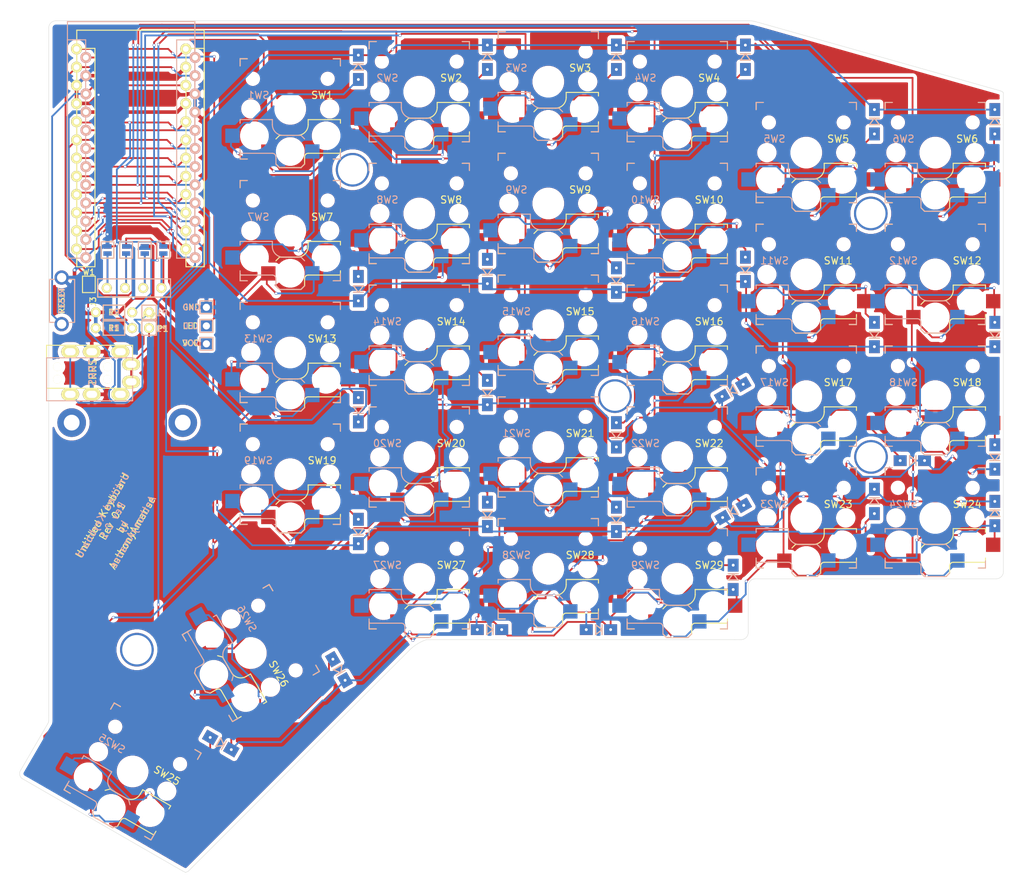
<source format=kicad_pcb>
(kicad_pcb (version 20171130) (host pcbnew "(5.1.10)-1")
  (layers (0 F.Cu signal) (31 B.Cu signal) (34 B.Paste user) (35 F.Paste user) (36 B.SilkS user) (37 F.SilkS user) (38 B.Mask user) (39 F.Mask user) (44 Edge.Cuts user))
  (net 0 "")
  (net 1 "Net-(D1-Pad2)")
  (net 2 row0)
  (net 3 "Net-(D2-Pad2)")
  (net 4 "Net-(D3-Pad2)")
  (net 5 "Net-(D4-Pad2)")
  (net 6 "Net-(D5-Pad2)")
  (net 7 "Net-(D6-Pad2)")
  (net 8 row1)
  (net 9 "Net-(D7-Pad2)")
  (net 10 "Net-(D8-Pad2)")
  (net 11 "Net-(D9-Pad2)")
  (net 12 "Net-(D10-Pad2)")
  (net 13 "Net-(D11-Pad2)")
  (net 14 "Net-(D12-Pad2)")
  (net 15 "Net-(D13-Pad2)")
  (net 16 row2)
  (net 17 "Net-(D14-Pad2)")
  (net 18 "Net-(D15-Pad2)")
  (net 19 "Net-(D16-Pad2)")
  (net 20 "Net-(D17-Pad2)")
  (net 21 "Net-(D18-Pad2)")
  (net 22 "Net-(D19-Pad2)")
  (net 23 row3)
  (net 24 "Net-(D20-Pad2)")
  (net 25 "Net-(D21-Pad2)")
  (net 26 "Net-(D22-Pad2)")
  (net 27 "Net-(D23-Pad2)")
  (net 28 "Net-(D24-Pad2)")
  (net 29 row4)
  (net 30 "Net-(D25-Pad2)")
  (net 31 "Net-(D26-Pad2)")
  (net 32 "Net-(D27-Pad2)")
  (net 33 "Net-(D28-Pad2)")
  (net 34 "Net-(D29-Pad2)")
  (net 35 GND)
  (net 36 LED)
  (net 37 VCC)
  (net 38 /i2c_c)
  (net 39 /i2c_d)
  (net 40 "Net-(J3-Pad1)")
  (net 41 "Net-(J3-Pad2)")
  (net 42 "Net-(J3-Pad3)")
  (net 43 "Net-(J3-Pad4)")
  (net 44 SCL)
  (net 45 SDA)
  (net 46 RESET)
  (net 47 col5)
  (net 48 col4)
  (net 49 col3)
  (net 50 col2)
  (net 51 col1)
  (net 52 col0)
  (net 53 "Net-(U1-Pad24)")
  (net 54 "Net-(U1-Pad20)")
  (net 55 "Net-(U1-Pad19)")
  (net 56 "Net-(U1-Pad7)")
  (net 57 DATA)
  (module keyswitches:Kailh_socket_PG1350_reversible (layer F.Cu) (at 88.5 142.97 300)
    (fp_text reference SW26 (at 4.445 -1.905 120) (layer F.SilkS))
    (fp_text value SW_PUSH)
    (fp_text user %R (at -4.445 -1.905 120) (layer B.SilkS) (effects (justify mirror)))
    (pad "" np_thru_hole circle (at -5.5 0 300) (size 1.7018 1.7018) (drill 1.7018) (layers *.Cu *.Mask))
    (pad "" np_thru_hole circle (at 5.5 0 300) (size 1.7018 1.7018) (drill 1.7018) (layers *.Cu *.Mask))
    (pad 1 smd rect (at -3.06 5.97 300) (size 2 2) (layers F.Cu F.Paste F.Mask) (net 48 col4))
    (pad "" np_thru_hole circle (at 5 3.75 300) (size 3 3) (drill 3) (layers *.Cu *.Mask))
    (pad "" np_thru_hole circle (at 0 0 300) (size 3.429 3.429) (drill 3.429) (layers *.Cu *.Mask))
    (pad "" np_thru_hole circle (at 0 5.95 300) (size 3 3) (drill 3) (layers *.Cu *.Mask))
    (pad 2 smd rect (at 8.075 3.75 300) (size 2 2) (layers F.Cu F.Paste F.Mask) (net 31 "Net-(D26-Pad2)"))
    (pad "" np_thru_hole circle (at -5 3.75 300) (size 3 3) (drill 3) (layers *.Cu *.Mask))
    (pad 1 smd rect (at 3.075 5.95 300) (size 2 2) (layers B.Cu B.Paste B.Mask) (net 48 col4))
    (pad 2 smd rect (at -8.07 3.75 300) (size 2 2) (layers B.Cu B.Paste B.Mask) (net 31 "Net-(D26-Pad2)"))
    (pad "" np_thru_hole circle (at -5.22 -4.2 300) (size 0.9906 0.9906) (drill 0.9906) (layers *.Cu *.Mask))
    (pad "" np_thru_hole circle (at 5.22 -4.2 300) (size 0.9906 0.9906) (drill 0.9906) (layers *.Cu *.Mask))
  )
  (module keyswitches:Kailh_socket_PG1350_reversible (layer F.Cu) (at 72 159.5 330)
    (fp_text reference SW25 (at 4.445 -1.905 150) (layer F.SilkS))
    (fp_text value SW_PUSH)
    (fp_text user %R (at -4.445 -1.905 150) (layer B.SilkS) (effects (justify mirror)))
    (pad "" np_thru_hole circle (at -5.5 0 330) (size 1.7018 1.7018) (drill 1.7018) (layers *.Cu *.Mask))
    (pad "" np_thru_hole circle (at 5.5 0 330) (size 1.7018 1.7018) (drill 1.7018) (layers *.Cu *.Mask))
    (pad 1 smd rect (at -3.06 5.97 330) (size 2 2) (layers F.Cu F.Paste F.Mask) (net 47 col5))
    (pad "" np_thru_hole circle (at 5 3.75 330) (size 3 3) (drill 3) (layers *.Cu *.Mask))
    (pad "" np_thru_hole circle (at 0 0 330) (size 3.429 3.429) (drill 3.429) (layers *.Cu *.Mask))
    (pad "" np_thru_hole circle (at 0 5.95 330) (size 3 3) (drill 3) (layers *.Cu *.Mask))
    (pad 2 smd rect (at 8.075 3.75 330) (size 2 2) (layers F.Cu F.Paste F.Mask) (net 30 "Net-(D25-Pad2)"))
    (pad "" np_thru_hole circle (at -5 3.75 330) (size 3 3) (drill 3) (layers *.Cu *.Mask))
    (pad 1 smd rect (at 3.075 5.95 330) (size 2 2) (layers B.Cu B.Paste B.Mask) (net 47 col5))
    (pad 2 smd rect (at -8.07 3.75 330) (size 2 2) (layers B.Cu B.Paste B.Mask) (net 30 "Net-(D25-Pad2)"))
    (pad "" np_thru_hole circle (at -5.22 -4.2 330) (size 0.9906 0.9906) (drill 0.9906) (layers *.Cu *.Mask))
    (pad "" np_thru_hole circle (at 5.22 -4.2 330) (size 0.9906 0.9906) (drill 0.9906) (layers *.Cu *.Mask))
  )
  (module sofle:ProMicro (layer F.Cu) (at 73 73.4)
    (fp_text reference U1 hide)
    (fp_text value ProMicro hide)
    (pad 22 thru_hole circle (at -7.521185 -8.494255 180) (size 1.524 1.524) (drill 0.8128) (layers *.Cu *.Mask B.SilkS) (net 46 RESET))
    (pad 10 thru_hole circle (at 7.718815 9.285745 180) (size 1.524 1.524) (drill 0.8128) (layers *.Cu *.Mask B.SilkS) (net 16 row2))
    (pad 18 thru_hole circle (at -7.521185 1.665745 180) (size 1.524 1.524) (drill 0.8128) (layers *.Cu *.Mask B.SilkS) (net 52 col0))
    (pad 6 thru_hole circle (at 7.718815 -0.874255 180) (size 1.524 1.524) (drill 0.8128) (layers *.Cu *.Mask B.SilkS) (net 44 SCL))
    (pad 4 thru_hole circle (at 7.718815 -5.954255 180) (size 1.524 1.524) (drill 0.8128) (layers *.Cu *.Mask B.SilkS) (net 35 GND))
    (pad 14 thru_hole circle (at -7.521185 11.825745 180) (size 1.524 1.524) (drill 0.8128) (layers *.Cu *.Mask B.SilkS) (net 48 col4))
    (pad 3 thru_hole circle (at 7.718815 -8.494255 180) (size 1.524 1.524) (drill 0.8128) (layers *.Cu *.Mask B.SilkS) (net 35 GND))
    (pad 1 thru_hole circle (at 7.718815 -13.574255 180) (size 1.524 1.524) (drill 0.8128) (layers *.Cu *.Mask B.SilkS) (net 36 LED))
    (pad 16 thru_hole circle (at -7.521185 6.745745 180) (size 1.524 1.524) (drill 0.8128) (layers *.Cu *.Mask B.SilkS) (net 50 col2))
    (pad 12 thru_hole circle (at 7.718815 14.365745 180) (size 1.524 1.524) (drill 0.8128) (layers *.Cu *.Mask B.SilkS) (net 29 row4))
    (pad 19 thru_hole circle (at -7.521185 -0.874255 180) (size 1.524 1.524) (drill 0.8128) (layers *.Cu *.Mask B.SilkS) (net 55 "Net-(U1-Pad19)"))
    (pad 23 thru_hole circle (at -7.521185 -11.034255 180) (size 1.524 1.524) (drill 0.8128) (layers *.Cu *.Mask B.SilkS) (net 35 GND))
    (pad 21 thru_hole circle (at -7.521185 -5.954255 180) (size 1.524 1.524) (drill 0.8128) (layers *.Cu *.Mask B.SilkS) (net 37 VCC))
    (pad 20 thru_hole circle (at -7.521185 -3.414255 180) (size 1.524 1.524) (drill 0.8128) (layers *.Cu *.Mask B.SilkS) (net 54 "Net-(U1-Pad20)"))
    (pad 15 thru_hole circle (at -7.521185 9.285745 180) (size 1.524 1.524) (drill 0.8128) (layers *.Cu *.Mask B.SilkS) (net 49 col3))
    (pad 17 thru_hole circle (at -7.521185 4.205745 180) (size 1.524 1.524) (drill 0.8128) (layers *.Cu *.Mask B.SilkS) (net 51 col1))
    (pad 9 thru_hole circle (at 7.718815 6.745745 180) (size 1.524 1.524) (drill 0.8128) (layers *.Cu *.Mask B.SilkS) (net 8 row1))
    (pad 8 thru_hole circle (at 7.718815 4.205745 180) (size 1.524 1.524) (drill 0.8128) (layers *.Cu *.Mask B.SilkS) (net 2 row0))
    (pad 13 thru_hole circle (at -7.521185 14.365745 180) (size 1.524 1.524) (drill 0.8128) (layers *.Cu *.Mask B.SilkS) (net 47 col5))
    (pad 11 thru_hole circle (at 7.718815 11.825745 180) (size 1.524 1.524) (drill 0.8128) (layers *.Cu *.Mask B.SilkS) (net 23 row3))
    (pad 2 thru_hole circle (at 7.718815 -11.034255 180) (size 1.524 1.524) (drill 0.8128) (layers *.Cu *.Mask B.SilkS) (net 57 DATA))
    (pad 24 thru_hole circle (at -7.521185 -13.574255 180) (size 1.524 1.524) (drill 0.8128) (layers *.Cu *.Mask B.SilkS) (net 53 "Net-(U1-Pad24)"))
    (pad 7 thru_hole circle (at 7.718815 1.665745 180) (size 1.524 1.524) (drill 0.8128) (layers *.Cu *.Mask B.SilkS) (net 56 "Net-(U1-Pad7)"))
    (pad 5 thru_hole circle (at 7.718815 -3.414255 180) (size 1.524 1.524) (drill 0.8128) (layers *.Cu *.Mask B.SilkS) (net 45 SDA))
    (pad 1 thru_hole circle (at -8.82 -14.77) (size 1.524 1.524) (drill 0.8128) (layers *.Cu *.Mask F.SilkS) (net 36 LED))
    (pad 2 thru_hole circle (at -8.82 -12.23) (size 1.524 1.524) (drill 0.8128) (layers *.Cu *.Mask F.SilkS) (net 57 DATA))
    (pad 3 thru_hole circle (at -8.82 -9.69) (size 1.524 1.524) (drill 0.8128) (layers *.Cu *.Mask F.SilkS) (net 35 GND))
    (pad 4 thru_hole circle (at -8.82 -7.15) (size 1.524 1.524) (drill 0.8128) (layers *.Cu *.Mask F.SilkS) (net 35 GND))
    (pad 5 thru_hole circle (at -8.82 -4.61) (size 1.524 1.524) (drill 0.8128) (layers *.Cu *.Mask F.SilkS) (net 45 SDA))
    (pad 6 thru_hole circle (at -8.82 -2.07) (size 1.524 1.524) (drill 0.8128) (layers *.Cu *.Mask F.SilkS) (net 44 SCL))
    (pad 7 thru_hole circle (at -8.82 0.47) (size 1.524 1.524) (drill 0.8128) (layers *.Cu *.Mask F.SilkS) (net 56 "Net-(U1-Pad7)"))
    (pad 8 thru_hole circle (at -8.82 3.01) (size 1.524 1.524) (drill 0.8128) (layers *.Cu *.Mask F.SilkS) (net 2 row0))
    (pad 9 thru_hole circle (at -8.82 5.55) (size 1.524 1.524) (drill 0.8128) (layers *.Cu *.Mask F.SilkS) (net 8 row1))
    (pad 10 thru_hole circle (at -8.82 8.09) (size 1.524 1.524) (drill 0.8128) (layers *.Cu *.Mask F.SilkS) (net 16 row2))
    (pad 11 thru_hole circle (at -8.82 10.63) (size 1.524 1.524) (drill 0.8128) (layers *.Cu *.Mask F.SilkS) (net 23 row3))
    (pad 12 thru_hole circle (at -8.82 13.17) (size 1.524 1.524) (drill 0.8128) (layers *.Cu *.Mask F.SilkS) (net 29 row4))
    (pad 13 thru_hole circle (at 6.42 13.17) (size 1.524 1.524) (drill 0.8128) (layers *.Cu *.Mask F.SilkS) (net 47 col5))
    (pad 14 thru_hole circle (at 6.42 10.63) (size 1.524 1.524) (drill 0.8128) (layers *.Cu *.Mask F.SilkS) (net 48 col4))
    (pad 15 thru_hole circle (at 6.42 8.09) (size 1.524 1.524) (drill 0.8128) (layers *.Cu *.Mask F.SilkS) (net 49 col3))
    (pad 16 thru_hole circle (at 6.42 5.55) (size 1.524 1.524) (drill 0.8128) (layers *.Cu *.Mask F.SilkS) (net 50 col2))
    (pad 17 thru_hole circle (at 6.42 3.01) (size 1.524 1.524) (drill 0.8128) (layers *.Cu *.Mask F.SilkS) (net 51 col1))
    (pad 18 thru_hole circle (at 6.42 0.47) (size 1.524 1.524) (drill 0.8128) (layers *.Cu *.Mask F.SilkS) (net 52 col0))
    (pad 19 thru_hole circle (at 6.42 -2.07) (size 1.524 1.524) (drill 0.8128) (layers *.Cu *.Mask F.SilkS) (net 55 "Net-(U1-Pad19)"))
    (pad 20 thru_hole circle (at 6.42 -4.61) (size 1.524 1.524) (drill 0.8128) (layers *.Cu *.Mask F.SilkS) (net 54 "Net-(U1-Pad20)"))
    (pad 21 thru_hole circle (at 6.42 -7.15) (size 1.524 1.524) (drill 0.8128) (layers *.Cu *.Mask F.SilkS) (net 37 VCC))
    (pad 22 thru_hole circle (at 6.42 -9.69) (size 1.524 1.524) (drill 0.8128) (layers *.Cu *.Mask F.SilkS) (net 46 RESET))
    (pad 23 thru_hole circle (at 6.42 -12.23) (size 1.524 1.524) (drill 0.8128) (layers *.Cu *.Mask F.SilkS) (net 35 GND))
    (pad 24 thru_hole circle (at 6.42 -14.77) (size 1.524 1.524) (drill 0.8128) (layers *.Cu *.Mask F.SilkS) (net 53 "Net-(U1-Pad24)"))
  )
  (module sofle:1pin_conn (layer F.Cu) (at 74.3 95.4)
    (fp_text reference P2 (at 0 0.5) (layer F.SilkS))
    (fp_text value i2c_pin)
    (fp_text user P1 (at 1.8 0.1) (layer B.SilkS) (effects (font (size 0.8128 0.8128)) (justify mirror)))
    (pad 1 thru_hole circle (at 0 0) (size 1.397 1.397) (drill 0.8128) (layers *.Cu *.Mask F.SilkS) (net 39 /i2c_d))
  )
  (module sofle:Diode_SOD123 (layer F.Cu) (at 103.5 61.2 270)
    (fp_text reference D1 hide)
    (fp_text value DIODE hide)
    (pad 2 thru_hole rect (at 1.7 0 270) (size 1.8 1.5) (drill 0.4) (layers *.Cu *.Mask) (net 1 "Net-(D1-Pad2)"))
    (pad 1 thru_hole rect (at -1.7 0 270) (size 1.8 1.5) (drill 0.4) (layers *.Cu *.Mask) (net 2 row0))
  )
  (module sofle:Diode_SOD123 (layer F.Cu) (at 121.5 59.8 270)
    (fp_text reference D2 hide)
    (fp_text value DIODE hide)
    (pad 2 thru_hole rect (at 1.7 0 270) (size 1.8 1.5) (drill 0.4) (layers *.Cu *.Mask) (net 3 "Net-(D2-Pad2)"))
    (pad 1 thru_hole rect (at -1.7 0 270) (size 1.8 1.5) (drill 0.4) (layers *.Cu *.Mask) (net 2 row0))
  )
  (module sofle:Diode_SOD123 (layer F.Cu) (at 139.5 59.8 270)
    (fp_text reference D3 hide)
    (fp_text value DIODE hide)
    (pad 2 thru_hole rect (at 1.7 0 270) (size 1.8 1.5) (drill 0.4) (layers *.Cu *.Mask) (net 4 "Net-(D3-Pad2)"))
    (pad 1 thru_hole rect (at -1.7 0 270) (size 1.8 1.5) (drill 0.4) (layers *.Cu *.Mask) (net 2 row0))
  )
  (module sofle:Diode_SOD123 (layer F.Cu) (at 157.5 59.8 270)
    (fp_text reference D4 hide)
    (fp_text value DIODE hide)
    (pad 2 thru_hole rect (at 1.7 0 270) (size 1.8 1.5) (drill 0.4) (layers *.Cu *.Mask) (net 5 "Net-(D4-Pad2)"))
    (pad 1 thru_hole rect (at -1.7 0 270) (size 1.8 1.5) (drill 0.4) (layers *.Cu *.Mask) (net 2 row0))
  )
  (module sofle:Diode_SOD123 (layer F.Cu) (at 175.5 68.8 270)
    (fp_text reference D5 hide)
    (fp_text value DIODE hide)
    (pad 2 thru_hole rect (at 1.7 0 270) (size 1.8 1.5) (drill 0.4) (layers *.Cu *.Mask) (net 6 "Net-(D5-Pad2)"))
    (pad 1 thru_hole rect (at -1.7 0 270) (size 1.8 1.5) (drill 0.4) (layers *.Cu *.Mask) (net 2 row0))
  )
  (module sofle:Diode_SOD123 (layer F.Cu) (at 192.3 68.8 270)
    (fp_text reference D6 hide)
    (fp_text value DIODE hide)
    (pad 2 thru_hole rect (at 1.7 0 270) (size 1.8 1.5) (drill 0.4) (layers *.Cu *.Mask) (net 7 "Net-(D6-Pad2)"))
    (pad 1 thru_hole rect (at -1.7 0 270) (size 1.8 1.5) (drill 0.4) (layers *.Cu *.Mask) (net 2 row0))
  )
  (module sofle:Diode_SOD123 (layer F.Cu) (at 103.5 92.1 90)
    (fp_text reference D7 hide)
    (fp_text value DIODE hide)
    (pad 2 thru_hole rect (at 1.7 0 90) (size 1.8 1.5) (drill 0.4) (layers *.Cu *.Mask) (net 9 "Net-(D7-Pad2)"))
    (pad 1 thru_hole rect (at -1.7 0 90) (size 1.8 1.5) (drill 0.4) (layers *.Cu *.Mask) (net 8 row1))
  )
  (module sofle:Diode_SOD123 (layer F.Cu) (at 121.5 89.7 90)
    (fp_text reference D8 hide)
    (fp_text value DIODE hide)
    (pad 2 thru_hole rect (at 1.7 0 90) (size 1.8 1.5) (drill 0.4) (layers *.Cu *.Mask) (net 10 "Net-(D8-Pad2)"))
    (pad 1 thru_hole rect (at -1.7 0 90) (size 1.8 1.5) (drill 0.4) (layers *.Cu *.Mask) (net 8 row1))
  )
  (module sofle:Diode_SOD123 (layer F.Cu) (at 139.5 90.9 90)
    (fp_text reference D9 hide)
    (fp_text value DIODE hide)
    (pad 2 thru_hole rect (at 1.7 0 90) (size 1.8 1.5) (drill 0.4) (layers *.Cu *.Mask) (net 11 "Net-(D9-Pad2)"))
    (pad 1 thru_hole rect (at -1.7 0 90) (size 1.8 1.5) (drill 0.4) (layers *.Cu *.Mask) (net 8 row1))
  )
  (module sofle:Diode_SOD123 (layer F.Cu) (at 157.5 89.4 90)
    (fp_text reference D10 hide)
    (fp_text value DIODE hide)
    (pad 2 thru_hole rect (at 1.7 0 90) (size 1.8 1.5) (drill 0.4) (layers *.Cu *.Mask) (net 12 "Net-(D10-Pad2)"))
    (pad 1 thru_hole rect (at -1.7 0 90) (size 1.8 1.5) (drill 0.4) (layers *.Cu *.Mask) (net 8 row1))
  )
  (module sofle:Diode_SOD123 (layer F.Cu) (at 175.5 98.5 90)
    (fp_text reference D11 hide)
    (fp_text value DIODE hide)
    (pad 2 thru_hole rect (at 1.7 0 90) (size 1.8 1.5) (drill 0.4) (layers *.Cu *.Mask) (net 13 "Net-(D11-Pad2)"))
    (pad 1 thru_hole rect (at -1.7 0 90) (size 1.8 1.5) (drill 0.4) (layers *.Cu *.Mask) (net 8 row1))
  )
  (module sofle:Diode_SOD123 (layer F.Cu) (at 192.3 98.5 90)
    (fp_text reference D12 hide)
    (fp_text value DIODE hide)
    (pad 2 thru_hole rect (at 1.7 0 90) (size 1.8 1.5) (drill 0.4) (layers *.Cu *.Mask) (net 14 "Net-(D12-Pad2)"))
    (pad 1 thru_hole rect (at -1.7 0 90) (size 1.8 1.5) (drill 0.4) (layers *.Cu *.Mask) (net 8 row1))
  )
  (module sofle:Diode_SOD123 (layer F.Cu) (at 103.5 109 90)
    (fp_text reference D13 hide)
    (fp_text value DIODE hide)
    (pad 2 thru_hole rect (at 1.7 0 90) (size 1.8 1.5) (drill 0.4) (layers *.Cu *.Mask) (net 15 "Net-(D13-Pad2)"))
    (pad 1 thru_hole rect (at -1.7 0 90) (size 1.8 1.5) (drill 0.4) (layers *.Cu *.Mask) (net 16 row2))
  )
  (module sofle:Diode_SOD123 (layer F.Cu) (at 121.5 106.6 90)
    (fp_text reference D14 hide)
    (fp_text value DIODE hide)
    (pad 2 thru_hole rect (at 1.7 0 90) (size 1.8 1.5) (drill 0.4) (layers *.Cu *.Mask) (net 17 "Net-(D14-Pad2)"))
    (pad 1 thru_hole rect (at -1.7 0 90) (size 1.8 1.5) (drill 0.4) (layers *.Cu *.Mask) (net 16 row2))
  )
  (module sofle:Diode_SOD123 (layer F.Cu) (at 139.5 112.5 90)
    (fp_text reference D15 hide)
    (fp_text value DIODE hide)
    (pad 2 thru_hole rect (at 1.7 0 90) (size 1.8 1.5) (drill 0.4) (layers *.Cu *.Mask) (net 18 "Net-(D15-Pad2)"))
    (pad 1 thru_hole rect (at -1.7 0 90) (size 1.8 1.5) (drill 0.4) (layers *.Cu *.Mask) (net 16 row2))
  )
  (module sofle:Diode_SOD123 (layer F.Cu) (at 155.727757 106.3 30)
    (fp_text reference D16 hide)
    (fp_text value DIODE hide)
    (pad 2 thru_hole rect (at 1.7 0 30) (size 1.8 1.5) (drill 0.4) (layers *.Cu *.Mask) (net 19 "Net-(D16-Pad2)"))
    (pad 1 thru_hole rect (at -1.7 0 30) (size 1.8 1.5) (drill 0.4) (layers *.Cu *.Mask) (net 16 row2))
  )
  (module sofle:Diode_SOD123 (layer F.Cu) (at 180.8 116.1 180)
    (fp_text reference D17 hide)
    (fp_text value DIODE hide)
    (pad 2 thru_hole rect (at 1.7 0 180) (size 1.8 1.5) (drill 0.4) (layers *.Cu *.Mask) (net 20 "Net-(D17-Pad2)"))
    (pad 1 thru_hole rect (at -1.7 0 180) (size 1.8 1.5) (drill 0.4) (layers *.Cu *.Mask) (net 16 row2))
  )
  (module sofle:Diode_SOD123 (layer F.Cu) (at 192.3 115.6 90)
    (fp_text reference D18 hide)
    (fp_text value DIODE hide)
    (pad 2 thru_hole rect (at 1.7 0 90) (size 1.8 1.5) (drill 0.4) (layers *.Cu *.Mask) (net 21 "Net-(D18-Pad2)"))
    (pad 1 thru_hole rect (at -1.7 0 90) (size 1.8 1.5) (drill 0.4) (layers *.Cu *.Mask) (net 16 row2))
  )
  (module sofle:Diode_SOD123 (layer F.Cu) (at 103.5 126 90)
    (fp_text reference D19 hide)
    (fp_text value DIODE hide)
    (pad 2 thru_hole rect (at 1.7 0 90) (size 1.8 1.5) (drill 0.4) (layers *.Cu *.Mask) (net 22 "Net-(D19-Pad2)"))
    (pad 1 thru_hole rect (at -1.7 0 90) (size 1.8 1.5) (drill 0.4) (layers *.Cu *.Mask) (net 23 row3))
  )
  (module sofle:Diode_SOD123 (layer F.Cu) (at 121.5 123.6 90)
    (fp_text reference D20 hide)
    (fp_text value DIODE hide)
    (pad 2 thru_hole rect (at 1.7 0 90) (size 1.8 1.5) (drill 0.4) (layers *.Cu *.Mask) (net 24 "Net-(D20-Pad2)"))
    (pad 1 thru_hole rect (at -1.7 0 90) (size 1.8 1.5) (drill 0.4) (layers *.Cu *.Mask) (net 23 row3))
  )
  (module sofle:Diode_SOD123 (layer F.Cu) (at 139.5 124.3 90)
    (fp_text reference D21 hide)
    (fp_text value DIODE hide)
    (pad 2 thru_hole rect (at 1.7 0 90) (size 1.8 1.5) (drill 0.4) (layers *.Cu *.Mask) (net 25 "Net-(D21-Pad2)"))
    (pad 1 thru_hole rect (at -1.7 0 90) (size 1.8 1.5) (drill 0.4) (layers *.Cu *.Mask) (net 23 row3))
  )
  (module sofle:Diode_SOD123 (layer F.Cu) (at 155.8 123.2 30)
    (fp_text reference D22 hide)
    (fp_text value DIODE hide)
    (pad 2 thru_hole rect (at 1.7 0 30) (size 1.8 1.5) (drill 0.4) (layers *.Cu *.Mask) (net 26 "Net-(D22-Pad2)"))
    (pad 1 thru_hole rect (at -1.7 0 30) (size 1.8 1.5) (drill 0.4) (layers *.Cu *.Mask) (net 23 row3))
  )
  (module sofle:Diode_SOD123 (layer F.Cu) (at 175.5 121.8 270)
    (fp_text reference D23 hide)
    (fp_text value DIODE hide)
    (pad 2 thru_hole rect (at 1.7 0 270) (size 1.8 1.5) (drill 0.4) (layers *.Cu *.Mask) (net 27 "Net-(D23-Pad2)"))
    (pad 1 thru_hole rect (at -1.7 0 270) (size 1.8 1.5) (drill 0.4) (layers *.Cu *.Mask) (net 23 row3))
  )
  (module sofle:Diode_SOD123 (layer F.Cu) (at 192.3 123.5 270)
    (fp_text reference D24 hide)
    (fp_text value DIODE hide)
    (pad 2 thru_hole rect (at 1.7 0 270) (size 1.8 1.5) (drill 0.4) (layers *.Cu *.Mask) (net 28 "Net-(D24-Pad2)"))
    (pad 1 thru_hole rect (at -1.7 0 270) (size 1.8 1.5) (drill 0.4) (layers *.Cu *.Mask) (net 23 row3))
  )
  (module sofle:Diode_SOD123 (layer F.Cu) (at 84.3 155.6 150)
    (fp_text reference D25 hide)
    (fp_text value DIODE hide)
    (pad 2 thru_hole rect (at 1.7 0 150) (size 1.8 1.5) (drill 0.4) (layers *.Cu *.Mask) (net 30 "Net-(D25-Pad2)"))
    (pad 1 thru_hole rect (at -1.7 0 150) (size 1.8 1.5) (drill 0.4) (layers *.Cu *.Mask) (net 29 row4))
  )
  (module sofle:Diode_SOD123 (layer F.Cu) (at 100.8 145.3 120)
    (fp_text reference D26 hide)
    (fp_text value DIODE hide)
    (pad 2 thru_hole rect (at 1.7 0 120) (size 1.8 1.5) (drill 0.4) (layers *.Cu *.Mask) (net 31 "Net-(D26-Pad2)"))
    (pad 1 thru_hole rect (at -1.7 0 120) (size 1.8 1.5) (drill 0.4) (layers *.Cu *.Mask) (net 29 row4))
  )
  (module sofle:Diode_SOD123 (layer F.Cu) (at 121.8 139.7 180)
    (fp_text reference D27 hide)
    (fp_text value DIODE hide)
    (pad 2 thru_hole rect (at 1.7 0 180) (size 1.8 1.5) (drill 0.4) (layers *.Cu *.Mask) (net 32 "Net-(D27-Pad2)"))
    (pad 1 thru_hole rect (at -1.7 0 180) (size 1.8 1.5) (drill 0.4) (layers *.Cu *.Mask) (net 29 row4))
  )
  (module sofle:Diode_SOD123 (layer F.Cu) (at 137 139.7 180)
    (fp_text reference D28 hide)
    (fp_text value DIODE hide)
    (pad 2 thru_hole rect (at 1.7 0 180) (size 1.8 1.5) (drill 0.4) (layers *.Cu *.Mask) (net 33 "Net-(D28-Pad2)"))
    (pad 1 thru_hole rect (at -1.7 0 180) (size 1.8 1.5) (drill 0.4) (layers *.Cu *.Mask) (net 29 row4))
  )
  (module sofle:Diode_SOD123 (layer F.Cu) (at 155.8 132.4 270)
    (fp_text reference D29 hide)
    (fp_text value DIODE hide)
    (pad 2 thru_hole rect (at 1.7 0 270) (size 1.8 1.5) (drill 0.4) (layers *.Cu *.Mask) (net 34 "Net-(D29-Pad2)"))
    (pad 1 thru_hole rect (at -1.7 0 270) (size 1.8 1.5) (drill 0.4) (layers *.Cu *.Mask) (net 29 row4))
  )
  (module sofle:LED (layer B.Cu) (at 82.3 99.8)
    (fp_text reference J1 hide)
    (fp_text value LED hide)
    (fp_text user GND (at -2.1 -5.1) (layer F.SilkS) (effects (font (size 0.8 0.8))))
    (fp_text user LED (at -2.2 -2.5 -180) (layer B.SilkS) (effects (font (size 0.8 0.8)) (justify mirror)))
    (fp_text user LED (at -2.2 -2.5) (layer F.SilkS) (effects (font (size 0.8 0.8))))
    (fp_text user GND (at -2.1 -5.1) (layer B.SilkS) (effects (font (size 0.8 0.8)) (justify mirror)))
    (fp_text user VCC (at -2.2 -0.1) (layer B.SilkS) (effects (font (size 0.8 0.8)) (justify mirror)))
    (fp_text user VCC (at -2.2 -0.1) (layer F.SilkS) (effects (font (size 0.8 0.8))))
    (pad 1 thru_hole rect (at 0 0 270) (size 1.524 1.524) (drill 1) (layers *.Cu *.Mask) (net 37 VCC))
    (pad 2 thru_hole rect (at 0 -2.5) (size 1.524 1.524) (drill 1) (layers *.Cu *.Mask) (net 36 LED))
    (pad 3 thru_hole rect (at 0 -5.1) (size 1.524 1.524) (drill 1) (layers *.Cu *.Mask) (net 35 GND))
  )
  (module sofle:MJ-4PP-9 (layer F.Cu) (at 60 103 90)
    (fp_text reference J2)
    (fp_text value 4PIN hide)
    (fp_text user TRRS (at -0.8255 6.4135 90) (layer B.SilkS) (effects (justify mirror)))
    (fp_text user TRRS (at -0.75 6.45 90) (layer F.SilkS))
    (pad "" np_thru_hole circle (at -1.75 8.5 90) (size 1.2 1.2) (drill 1.2) (layers *.Cu *.Mask F.SilkS))
    (pad "" np_thru_hole circle (at -1.75 1.5 90) (size 1.2 1.2) (drill 1.2) (layers *.Cu *.Mask F.SilkS))
    (pad 1 thru_hole oval (at -3.85 10.3 90) (size 1.7 2.5) (drill oval 1 1.5) (layers *.Cu *.Mask F.SilkS) (net 37 VCC) (clearance 0.15))
    (pad 4 thru_hole oval (at 0.35 11.8 90) (size 1.7 2.5) (drill oval 1 1.5) (layers *.Cu *.Mask F.SilkS) (net 38 /i2c_c) (clearance 0.15))
    (pad 3 thru_hole oval (at -3.85 3.3 90) (size 1.7 2.5) (drill oval 1 1.5) (layers *.Cu *.Mask F.SilkS) (net 39 /i2c_d))
    (pad 2 thru_hole oval (at -3.85 6.3 90) (size 1.7 2.5) (drill oval 1 1.5) (layers *.Cu *.Mask F.SilkS) (net 35 GND))
    (pad "" np_thru_hole circle (at 0 1.5 90) (size 1.2 1.2) (drill 1.2) (layers *.Cu *.Mask F.SilkS))
    (pad "" np_thru_hole circle (at 0 8.5 90) (size 1.2 1.2) (drill 1.2) (layers *.Cu *.Mask F.SilkS))
    (pad 3 thru_hole oval (at 2.1 3.3 90) (size 1.7 2.5) (drill oval 1 1.5) (layers *.Cu *.Mask F.SilkS) (net 39 /i2c_d))
    (pad 2 thru_hole oval (at 2.1 6.3 90) (size 1.7 2.5) (drill oval 1 1.5) (layers *.Cu *.Mask F.SilkS) (net 35 GND))
    (pad 1 thru_hole oval (at 2.1 10.3 90) (size 1.7 2.5) (drill oval 1 1.5) (layers *.Cu *.Mask F.SilkS) (net 37 VCC) (clearance 0.15))
    (pad 4 thru_hole oval (at -2.1 11.8 90) (size 1.7 2.5) (drill oval 1 1.5) (layers *.Cu *.Mask F.SilkS) (net 38 /i2c_c) (clearance 0.15))
  )
  (module sofle:OLED_4Pin (layer F.Cu) (at 68.4 92)
    (fp_text reference J3 (at -1.915 1.93 90) (layer F.SilkS) (effects (font (size 0.8128 0.8128))))
    (fp_text value OLED hide)
    (pad 4 thru_hole circle (at 7.62 0) (size 1.397 1.397) (drill 0.8128) (layers *.Cu *.Mask F.SilkS) (net 43 "Net-(J3-Pad4)"))
    (pad 3 thru_hole circle (at 5.08 0) (size 1.397 1.397) (drill 0.8128) (layers *.Cu *.Mask F.SilkS) (net 42 "Net-(J3-Pad3)"))
    (pad 2 thru_hole circle (at 2.54 0) (size 1.397 1.397) (drill 0.8128) (layers *.Cu *.Mask F.SilkS) (net 41 "Net-(J3-Pad2)"))
    (pad 1 thru_hole circle (at 0 0) (size 1.397 1.397) (drill 0.8128) (layers *.Cu *.Mask F.SilkS) (net 40 "Net-(J3-Pad1)"))
  )
  (module sofle:Jumper (layer F.Cu) (at 76.3 86.7 90)
    (fp_text reference JP1 hide)
    (fp_text value Device_Jumper_NO_Small hide)
    (pad 2 smd rect (at 0.50038 0 90) (size 0.635 1.143) (layers F.Cu F.Paste F.Mask) (net 35 GND) (clearance 0.1905))
    (pad 1 smd rect (at -0.50038 0 90) (size 0.635 1.143) (layers F.Cu F.Paste F.Mask) (net 43 "Net-(J3-Pad4)") (clearance 0.1905))
  )
  (module sofle:Jumper (layer F.Cu) (at 73.7 86.7 90)
    (fp_text reference JP2 hide)
    (fp_text value Device_Jumper_NO_Small hide)
    (pad 2 smd rect (at 0.50038 0 90) (size 0.635 1.143) (layers F.Cu F.Paste F.Mask) (net 37 VCC) (clearance 0.1905))
    (pad 1 smd rect (at -0.50038 0 90) (size 0.635 1.143) (layers F.Cu F.Paste F.Mask) (net 42 "Net-(J3-Pad3)") (clearance 0.1905))
  )
  (module sofle:Jumper (layer F.Cu) (at 71.1 86.7 90)
    (fp_text reference JP3 hide)
    (fp_text value Device_Jumper_NO_Small hide)
    (pad 2 smd rect (at 0.50038 0 90) (size 0.635 1.143) (layers F.Cu F.Paste F.Mask) (net 44 SCL) (clearance 0.1905))
    (pad 1 smd rect (at -0.50038 0 90) (size 0.635 1.143) (layers F.Cu F.Paste F.Mask) (net 41 "Net-(J3-Pad2)") (clearance 0.1905))
  )
  (module sofle:Jumper (layer F.Cu) (at 68.5 86.7 90)
    (fp_text reference JP4 hide)
    (fp_text value Device_Jumper_NO_Small hide)
    (pad 2 smd rect (at 0.50038 0 90) (size 0.635 1.143) (layers F.Cu F.Paste F.Mask) (net 45 SDA) (clearance 0.1905))
    (pad 1 smd rect (at -0.50038 0 90) (size 0.635 1.143) (layers F.Cu F.Paste F.Mask) (net 40 "Net-(J3-Pad1)") (clearance 0.1905))
  )
  (module sofle:Jumper (layer B.Cu) (at 76.3 86.7 90)
    (fp_text reference JP5 hide)
    (fp_text value Device_Jumper_NO_Small hide)
    (pad 2 smd rect (at 0.50038 0 90) (size 0.635 1.143) (layers B.Cu B.Paste B.Mask) (net 45 SDA) (clearance 0.1905))
    (pad 1 smd rect (at -0.50038 0 90) (size 0.635 1.143) (layers B.Cu B.Paste B.Mask) (net 43 "Net-(J3-Pad4)") (clearance 0.1905))
  )
  (module sofle:Jumper (layer B.Cu) (at 73.7 86.7 90)
    (fp_text reference JP6 hide)
    (fp_text value Device_Jumper_NO_Small hide)
    (pad 2 smd rect (at 0.50038 0 90) (size 0.635 1.143) (layers B.Cu B.Paste B.Mask) (net 44 SCL) (clearance 0.1905))
    (pad 1 smd rect (at -0.50038 0 90) (size 0.635 1.143) (layers B.Cu B.Paste B.Mask) (net 42 "Net-(J3-Pad3)") (clearance 0.1905))
  )
  (module sofle:Jumper (layer B.Cu) (at 71.1 86.7 90)
    (fp_text reference JP7 hide)
    (fp_text value Device_Jumper_NO_Small hide)
    (pad 2 smd rect (at 0.50038 0 90) (size 0.635 1.143) (layers B.Cu B.Paste B.Mask) (net 37 VCC) (clearance 0.1905))
    (pad 1 smd rect (at -0.50038 0 90) (size 0.635 1.143) (layers B.Cu B.Paste B.Mask) (net 41 "Net-(J3-Pad2)") (clearance 0.1905))
  )
  (module sofle:Jumper (layer B.Cu) (at 68.5 86.7 90)
    (fp_text reference JP8 hide)
    (fp_text value Device_Jumper_NO_Small hide)
    (pad 2 smd rect (at 0.50038 0 90) (size 0.635 1.143) (layers B.Cu B.Paste B.Mask) (net 35 GND) (clearance 0.1905))
    (pad 1 smd rect (at -0.50038 0 90) (size 0.635 1.143) (layers B.Cu B.Paste B.Mask) (net 40 "Net-(J3-Pad1)") (clearance 0.1905))
  )
  (module sofle:1pin_conn (layer F.Cu) (at 74.3 97.6)
    (fp_text reference P1 (at 1.9 0.1) (layer F.SilkS) (effects (font (size 0.8128 0.8128))))
    (fp_text value i2c_pin hide)
    (fp_text user P1 (at 1.8 0.1) (layer B.SilkS) (effects (font (size 0.8128 0.8128)) (justify mirror)))
    (pad 1 thru_hole circle (at 0 0) (size 1.397 1.397) (drill 0.8128) (layers *.Cu *.Mask F.SilkS) (net 38 /i2c_c))
  )
  (module sofle:RESISTOR_mini (layer F.Cu) (at 69.4 97.6)
    (fp_text reference R1 (at 0 0) (layer F.SilkS) (effects (font (size 0.8 0.8))))
    (fp_text value R hide)
    (fp_text user R1 (at 0 0) (layer B.SilkS) (effects (font (size 0.8 0.8)) (justify mirror)))
    (pad 2 thru_hole circle (at 2.54 0) (size 1.397 1.397) (drill 0.8128) (layers *.Cu *.Mask F.SilkS) (net 45 SDA))
    (pad 1 thru_hole circle (at -2.54 0) (size 1.397 1.397) (drill 0.8128) (layers *.Cu *.Mask F.SilkS) (net 37 VCC))
  )
  (module sofle:RESISTOR_mini (layer F.Cu) (at 69.4 95.4)
    (fp_text reference R2 (at 0 0) (layer F.SilkS) (effects (font (size 0.8 0.8))))
    (fp_text value R hide)
    (fp_text user R1 (at 0 0) (layer B.SilkS) (effects (font (size 0.8 0.8)) (justify mirror)))
    (pad 2 thru_hole circle (at 2.54 0) (size 1.397 1.397) (drill 0.8128) (layers *.Cu *.Mask F.SilkS) (net 44 SCL))
    (pad 1 thru_hole circle (at -2.54 0) (size 1.397 1.397) (drill 0.8128) (layers *.Cu *.Mask F.SilkS) (net 37 VCC))
  )
  (module sofle:TACT_SWITCH_TVBP06 (layer F.Cu) (at 62.1 93.8 270)
    (fp_text reference RSW1 hide)
    (fp_text value SW_RST hide)
    (fp_text user RESET (at 0 0 90) (layer B.SilkS) (effects (font (size 0.8 0.8)) (justify mirror)))
    (fp_text user RESET (at 0 0 270) (layer F.SilkS) (effects (font (size 0.8 0.8))))
    (pad 2 thru_hole circle (at 3.25 0 270) (size 2 2) (drill 1.3) (layers *.Cu *.Mask) (net 46 RESET))
    (pad 1 thru_hole circle (at -3.25 0 270) (size 2 2) (drill 1.3) (layers *.Cu *.Mask) (net 35 GND))
  )
  (module keyswitches:Kailh_socket_PG1350_reversible (layer F.Cu) (at 94 67)
    (fp_text reference SW1 (at 4.445 -1.905) (layer F.SilkS))
    (fp_text value SW_PUSH)
    (fp_text user %R (at -4.445 -1.905) (layer B.SilkS) (effects (justify mirror)))
    (pad "" np_thru_hole circle (at -5.5 0) (size 1.7018 1.7018) (drill 1.7018) (layers *.Cu *.Mask))
    (pad "" np_thru_hole circle (at 5.5 0) (size 1.7018 1.7018) (drill 1.7018) (layers *.Cu *.Mask))
    (pad 1 smd rect (at -3.06 5.97) (size 2 2) (layers F.Cu F.Paste F.Mask) (net 47 col5))
    (pad "" np_thru_hole circle (at 5 3.75) (size 3 3) (drill 3) (layers *.Cu *.Mask))
    (pad "" np_thru_hole circle (at 0 0) (size 3.429 3.429) (drill 3.429) (layers *.Cu *.Mask))
    (pad "" np_thru_hole circle (at 0 5.95) (size 3 3) (drill 3) (layers *.Cu *.Mask))
    (pad 2 smd rect (at 8.075 3.75) (size 2 2) (layers F.Cu F.Paste F.Mask) (net 1 "Net-(D1-Pad2)"))
    (pad "" np_thru_hole circle (at -5 3.75) (size 3 3) (drill 3) (layers *.Cu *.Mask))
    (pad 1 smd rect (at 3.075 5.95) (size 2 2) (layers B.Cu B.Paste B.Mask) (net 47 col5))
    (pad 2 smd rect (at -8.07 3.75) (size 2 2) (layers B.Cu B.Paste B.Mask) (net 1 "Net-(D1-Pad2)"))
    (pad "" np_thru_hole circle (at -5.22 -4.2) (size 0.9906 0.9906) (drill 0.9906) (layers *.Cu *.Mask))
    (pad "" np_thru_hole circle (at 5.22 -4.2) (size 0.9906 0.9906) (drill 0.9906) (layers *.Cu *.Mask))
  )
  (module keyswitches:Kailh_socket_PG1350_reversible (layer F.Cu) (at 112 64.6)
    (fp_text reference SW2 (at 4.445 -1.905) (layer F.SilkS))
    (fp_text value SW_PUSH)
    (fp_text user %R (at -4.445 -1.905) (layer B.SilkS) (effects (justify mirror)))
    (pad "" np_thru_hole circle (at -5.5 0) (size 1.7018 1.7018) (drill 1.7018) (layers *.Cu *.Mask))
    (pad "" np_thru_hole circle (at 5.5 0) (size 1.7018 1.7018) (drill 1.7018) (layers *.Cu *.Mask))
    (pad 1 smd rect (at -3.06 5.97) (size 2 2) (layers F.Cu F.Paste F.Mask) (net 48 col4))
    (pad "" np_thru_hole circle (at 5 3.75) (size 3 3) (drill 3) (layers *.Cu *.Mask))
    (pad "" np_thru_hole circle (at 0 0) (size 3.429 3.429) (drill 3.429) (layers *.Cu *.Mask))
    (pad "" np_thru_hole circle (at 0 5.95) (size 3 3) (drill 3) (layers *.Cu *.Mask))
    (pad 2 smd rect (at 8.075 3.75) (size 2 2) (layers F.Cu F.Paste F.Mask) (net 3 "Net-(D2-Pad2)"))
    (pad "" np_thru_hole circle (at -5 3.75) (size 3 3) (drill 3) (layers *.Cu *.Mask))
    (pad 1 smd rect (at 3.075 5.95) (size 2 2) (layers B.Cu B.Paste B.Mask) (net 48 col4))
    (pad 2 smd rect (at -8.07 3.75) (size 2 2) (layers B.Cu B.Paste B.Mask) (net 3 "Net-(D2-Pad2)"))
    (pad "" np_thru_hole circle (at -5.22 -4.2) (size 0.9906 0.9906) (drill 0.9906) (layers *.Cu *.Mask))
    (pad "" np_thru_hole circle (at 5.22 -4.2) (size 0.9906 0.9906) (drill 0.9906) (layers *.Cu *.Mask))
  )
  (module keyswitches:Kailh_socket_PG1350_reversible (layer F.Cu) (at 130 63.2)
    (fp_text reference SW3 (at 4.445 -1.905) (layer F.SilkS))
    (fp_text value SW_PUSH)
    (fp_text user %R (at -4.445 -1.905) (layer B.SilkS) (effects (justify mirror)))
    (pad "" np_thru_hole circle (at -5.5 0) (size 1.7018 1.7018) (drill 1.7018) (layers *.Cu *.Mask))
    (pad "" np_thru_hole circle (at 5.5 0) (size 1.7018 1.7018) (drill 1.7018) (layers *.Cu *.Mask))
    (pad 1 smd rect (at -3.06 5.97) (size 2 2) (layers F.Cu F.Paste F.Mask) (net 49 col3))
    (pad "" np_thru_hole circle (at 5 3.75) (size 3 3) (drill 3) (layers *.Cu *.Mask))
    (pad "" np_thru_hole circle (at 0 0) (size 3.429 3.429) (drill 3.429) (layers *.Cu *.Mask))
    (pad "" np_thru_hole circle (at 0 5.95) (size 3 3) (drill 3) (layers *.Cu *.Mask))
    (pad 2 smd rect (at 8.075 3.75) (size 2 2) (layers F.Cu F.Paste F.Mask) (net 4 "Net-(D3-Pad2)"))
    (pad "" np_thru_hole circle (at -5 3.75) (size 3 3) (drill 3) (layers *.Cu *.Mask))
    (pad 1 smd rect (at 3.075 5.95) (size 2 2) (layers B.Cu B.Paste B.Mask) (net 49 col3))
    (pad 2 smd rect (at -8.07 3.75) (size 2 2) (layers B.Cu B.Paste B.Mask) (net 4 "Net-(D3-Pad2)"))
    (pad "" np_thru_hole circle (at -5.22 -4.2) (size 0.9906 0.9906) (drill 0.9906) (layers *.Cu *.Mask))
    (pad "" np_thru_hole circle (at 5.22 -4.2) (size 0.9906 0.9906) (drill 0.9906) (layers *.Cu *.Mask))
  )
  (module keyswitches:Kailh_socket_PG1350_reversible (layer F.Cu) (at 148 64.6)
    (fp_text reference SW4 (at 4.445 -1.905) (layer F.SilkS))
    (fp_text value SW_PUSH)
    (fp_text user %R (at -4.445 -1.905) (layer B.SilkS) (effects (justify mirror)))
    (pad "" np_thru_hole circle (at -5.5 0) (size 1.7018 1.7018) (drill 1.7018) (layers *.Cu *.Mask))
    (pad "" np_thru_hole circle (at 5.5 0) (size 1.7018 1.7018) (drill 1.7018) (layers *.Cu *.Mask))
    (pad 1 smd rect (at -3.06 5.97) (size 2 2) (layers F.Cu F.Paste F.Mask) (net 50 col2))
    (pad "" np_thru_hole circle (at 5 3.75) (size 3 3) (drill 3) (layers *.Cu *.Mask))
    (pad "" np_thru_hole circle (at 0 0) (size 3.429 3.429) (drill 3.429) (layers *.Cu *.Mask))
    (pad "" np_thru_hole circle (at 0 5.95) (size 3 3) (drill 3) (layers *.Cu *.Mask))
    (pad 2 smd rect (at 8.075 3.75) (size 2 2) (layers F.Cu F.Paste F.Mask) (net 5 "Net-(D4-Pad2)"))
    (pad "" np_thru_hole circle (at -5 3.75) (size 3 3) (drill 3) (layers *.Cu *.Mask))
    (pad 1 smd rect (at 3.075 5.95) (size 2 2) (layers B.Cu B.Paste B.Mask) (net 50 col2))
    (pad 2 smd rect (at -8.07 3.75) (size 2 2) (layers B.Cu B.Paste B.Mask) (net 5 "Net-(D4-Pad2)"))
    (pad "" np_thru_hole circle (at -5.22 -4.2) (size 0.9906 0.9906) (drill 0.9906) (layers *.Cu *.Mask))
    (pad "" np_thru_hole circle (at 5.22 -4.2) (size 0.9906 0.9906) (drill 0.9906) (layers *.Cu *.Mask))
  )
  (module keyswitches:Kailh_socket_PG1350_reversible (layer F.Cu) (at 166 73.1)
    (fp_text reference SW5 (at 4.445 -1.905) (layer F.SilkS))
    (fp_text value SW_PUSH)
    (fp_text user %R (at -4.445 -1.905) (layer B.SilkS) (effects (justify mirror)))
    (pad "" np_thru_hole circle (at -5.5 0) (size 1.7018 1.7018) (drill 1.7018) (layers *.Cu *.Mask))
    (pad "" np_thru_hole circle (at 5.5 0) (size 1.7018 1.7018) (drill 1.7018) (layers *.Cu *.Mask))
    (pad 1 smd rect (at -3.06 5.97) (size 2 2) (layers F.Cu F.Paste F.Mask) (net 51 col1))
    (pad "" np_thru_hole circle (at 5 3.75) (size 3 3) (drill 3) (layers *.Cu *.Mask))
    (pad "" np_thru_hole circle (at 0 0) (size 3.429 3.429) (drill 3.429) (layers *.Cu *.Mask))
    (pad "" np_thru_hole circle (at 0 5.95) (size 3 3) (drill 3) (layers *.Cu *.Mask))
    (pad 2 smd rect (at 8.075 3.75) (size 2 2) (layers F.Cu F.Paste F.Mask) (net 6 "Net-(D5-Pad2)"))
    (pad "" np_thru_hole circle (at -5 3.75) (size 3 3) (drill 3) (layers *.Cu *.Mask))
    (pad 1 smd rect (at 3.075 5.95) (size 2 2) (layers B.Cu B.Paste B.Mask) (net 51 col1))
    (pad 2 smd rect (at -8.07 3.75) (size 2 2) (layers B.Cu B.Paste B.Mask) (net 6 "Net-(D5-Pad2)"))
    (pad "" np_thru_hole circle (at -5.22 -4.2) (size 0.9906 0.9906) (drill 0.9906) (layers *.Cu *.Mask))
    (pad "" np_thru_hole circle (at 5.22 -4.2) (size 0.9906 0.9906) (drill 0.9906) (layers *.Cu *.Mask))
  )
  (module keyswitches:Kailh_socket_PG1350_reversible (layer F.Cu) (at 184 73.1)
    (fp_text reference SW6 (at 4.445 -1.905) (layer F.SilkS))
    (fp_text value SW_PUSH)
    (fp_text user %R (at -4.445 -1.905) (layer B.SilkS) (effects (justify mirror)))
    (pad "" np_thru_hole circle (at -5.5 0) (size 1.7018 1.7018) (drill 1.7018) (layers *.Cu *.Mask))
    (pad "" np_thru_hole circle (at 5.5 0) (size 1.7018 1.7018) (drill 1.7018) (layers *.Cu *.Mask))
    (pad 1 smd rect (at -3.06 5.97) (size 2 2) (layers F.Cu F.Paste F.Mask) (net 52 col0))
    (pad "" np_thru_hole circle (at 5 3.75) (size 3 3) (drill 3) (layers *.Cu *.Mask))
    (pad "" np_thru_hole circle (at 0 0) (size 3.429 3.429) (drill 3.429) (layers *.Cu *.Mask))
    (pad "" np_thru_hole circle (at 0 5.95) (size 3 3) (drill 3) (layers *.Cu *.Mask))
    (pad 2 smd rect (at 8.075 3.75) (size 2 2) (layers F.Cu F.Paste F.Mask) (net 7 "Net-(D6-Pad2)"))
    (pad "" np_thru_hole circle (at -5 3.75) (size 3 3) (drill 3) (layers *.Cu *.Mask))
    (pad 1 smd rect (at 3.075 5.95) (size 2 2) (layers B.Cu B.Paste B.Mask) (net 52 col0))
    (pad 2 smd rect (at -8.07 3.75) (size 2 2) (layers B.Cu B.Paste B.Mask) (net 7 "Net-(D6-Pad2)"))
    (pad "" np_thru_hole circle (at -5.22 -4.2) (size 0.9906 0.9906) (drill 0.9906) (layers *.Cu *.Mask))
    (pad "" np_thru_hole circle (at 5.22 -4.2) (size 0.9906 0.9906) (drill 0.9906) (layers *.Cu *.Mask))
  )
  (module keyswitches:Kailh_socket_PG1350_reversible (layer F.Cu) (at 94 84)
    (fp_text reference SW7 (at 4.445 -1.905) (layer F.SilkS))
    (fp_text value SW_PUSH)
    (fp_text user %R (at -4.445 -1.905) (layer B.SilkS) (effects (justify mirror)))
    (pad "" np_thru_hole circle (at -5.5 0) (size 1.7018 1.7018) (drill 1.7018) (layers *.Cu *.Mask))
    (pad "" np_thru_hole circle (at 5.5 0) (size 1.7018 1.7018) (drill 1.7018) (layers *.Cu *.Mask))
    (pad 1 smd rect (at -3.06 5.97) (size 2 2) (layers F.Cu F.Paste F.Mask) (net 47 col5))
    (pad "" np_thru_hole circle (at 5 3.75) (size 3 3) (drill 3) (layers *.Cu *.Mask))
    (pad "" np_thru_hole circle (at 0 0) (size 3.429 3.429) (drill 3.429) (layers *.Cu *.Mask))
    (pad "" np_thru_hole circle (at 0 5.95) (size 3 3) (drill 3) (layers *.Cu *.Mask))
    (pad 2 smd rect (at 8.075 3.75) (size 2 2) (layers F.Cu F.Paste F.Mask) (net 9 "Net-(D7-Pad2)"))
    (pad "" np_thru_hole circle (at -5 3.75) (size 3 3) (drill 3) (layers *.Cu *.Mask))
    (pad 1 smd rect (at 3.075 5.95) (size 2 2) (layers B.Cu B.Paste B.Mask) (net 47 col5))
    (pad 2 smd rect (at -8.07 3.75) (size 2 2) (layers B.Cu B.Paste B.Mask) (net 9 "Net-(D7-Pad2)"))
    (pad "" np_thru_hole circle (at -5.22 -4.2) (size 0.9906 0.9906) (drill 0.9906) (layers *.Cu *.Mask))
    (pad "" np_thru_hole circle (at 5.22 -4.2) (size 0.9906 0.9906) (drill 0.9906) (layers *.Cu *.Mask))
  )
  (module keyswitches:Kailh_socket_PG1350_reversible (layer F.Cu) (at 112 81.6)
    (fp_text reference SW8 (at 4.445 -1.905) (layer F.SilkS))
    (fp_text value SW_PUSH)
    (fp_text user %R (at -4.445 -1.905) (layer B.SilkS) (effects (justify mirror)))
    (pad "" np_thru_hole circle (at -5.5 0) (size 1.7018 1.7018) (drill 1.7018) (layers *.Cu *.Mask))
    (pad "" np_thru_hole circle (at 5.5 0) (size 1.7018 1.7018) (drill 1.7018) (layers *.Cu *.Mask))
    (pad 1 smd rect (at -3.06 5.97) (size 2 2) (layers F.Cu F.Paste F.Mask) (net 48 col4))
    (pad "" np_thru_hole circle (at 5 3.75) (size 3 3) (drill 3) (layers *.Cu *.Mask))
    (pad "" np_thru_hole circle (at 0 0) (size 3.429 3.429) (drill 3.429) (layers *.Cu *.Mask))
    (pad "" np_thru_hole circle (at 0 5.95) (size 3 3) (drill 3) (layers *.Cu *.Mask))
    (pad 2 smd rect (at 8.075 3.75) (size 2 2) (layers F.Cu F.Paste F.Mask) (net 10 "Net-(D8-Pad2)"))
    (pad "" np_thru_hole circle (at -5 3.75) (size 3 3) (drill 3) (layers *.Cu *.Mask))
    (pad 1 smd rect (at 3.075 5.95) (size 2 2) (layers B.Cu B.Paste B.Mask) (net 48 col4))
    (pad 2 smd rect (at -8.07 3.75) (size 2 2) (layers B.Cu B.Paste B.Mask) (net 10 "Net-(D8-Pad2)"))
    (pad "" np_thru_hole circle (at -5.22 -4.2) (size 0.9906 0.9906) (drill 0.9906) (layers *.Cu *.Mask))
    (pad "" np_thru_hole circle (at 5.22 -4.2) (size 0.9906 0.9906) (drill 0.9906) (layers *.Cu *.Mask))
  )
  (module keyswitches:Kailh_socket_PG1350_reversible (layer F.Cu) (at 130 80.2)
    (fp_text reference SW9 (at 4.445 -1.905) (layer F.SilkS))
    (fp_text value SW_PUSH)
    (fp_text user %R (at -4.445 -1.905) (layer B.SilkS) (effects (justify mirror)))
    (pad "" np_thru_hole circle (at -5.5 0) (size 1.7018 1.7018) (drill 1.7018) (layers *.Cu *.Mask))
    (pad "" np_thru_hole circle (at 5.5 0) (size 1.7018 1.7018) (drill 1.7018) (layers *.Cu *.Mask))
    (pad 1 smd rect (at -3.06 5.97) (size 2 2) (layers F.Cu F.Paste F.Mask) (net 49 col3))
    (pad "" np_thru_hole circle (at 5 3.75) (size 3 3) (drill 3) (layers *.Cu *.Mask))
    (pad "" np_thru_hole circle (at 0 0) (size 3.429 3.429) (drill 3.429) (layers *.Cu *.Mask))
    (pad "" np_thru_hole circle (at 0 5.95) (size 3 3) (drill 3) (layers *.Cu *.Mask))
    (pad 2 smd rect (at 8.075 3.75) (size 2 2) (layers F.Cu F.Paste F.Mask) (net 11 "Net-(D9-Pad2)"))
    (pad "" np_thru_hole circle (at -5 3.75) (size 3 3) (drill 3) (layers *.Cu *.Mask))
    (pad 1 smd rect (at 3.075 5.95) (size 2 2) (layers B.Cu B.Paste B.Mask) (net 49 col3))
    (pad 2 smd rect (at -8.07 3.75) (size 2 2) (layers B.Cu B.Paste B.Mask) (net 11 "Net-(D9-Pad2)"))
    (pad "" np_thru_hole circle (at -5.22 -4.2) (size 0.9906 0.9906) (drill 0.9906) (layers *.Cu *.Mask))
    (pad "" np_thru_hole circle (at 5.22 -4.2) (size 0.9906 0.9906) (drill 0.9906) (layers *.Cu *.Mask))
  )
  (module keyswitches:Kailh_socket_PG1350_reversible (layer F.Cu) (at 148 81.6)
    (fp_text reference SW10 (at 4.445 -1.905) (layer F.SilkS))
    (fp_text value SW_PUSH)
    (fp_text user %R (at -4.445 -1.905) (layer B.SilkS) (effects (justify mirror)))
    (pad "" np_thru_hole circle (at -5.5 0) (size 1.7018 1.7018) (drill 1.7018) (layers *.Cu *.Mask))
    (pad "" np_thru_hole circle (at 5.5 0) (size 1.7018 1.7018) (drill 1.7018) (layers *.Cu *.Mask))
    (pad 1 smd rect (at -3.06 5.97) (size 2 2) (layers F.Cu F.Paste F.Mask) (net 50 col2))
    (pad "" np_thru_hole circle (at 5 3.75) (size 3 3) (drill 3) (layers *.Cu *.Mask))
    (pad "" np_thru_hole circle (at 0 0) (size 3.429 3.429) (drill 3.429) (layers *.Cu *.Mask))
    (pad "" np_thru_hole circle (at 0 5.95) (size 3 3) (drill 3) (layers *.Cu *.Mask))
    (pad 2 smd rect (at 8.075 3.75) (size 2 2) (layers F.Cu F.Paste F.Mask) (net 12 "Net-(D10-Pad2)"))
    (pad "" np_thru_hole circle (at -5 3.75) (size 3 3) (drill 3) (layers *.Cu *.Mask))
    (pad 1 smd rect (at 3.075 5.95) (size 2 2) (layers B.Cu B.Paste B.Mask) (net 50 col2))
    (pad 2 smd rect (at -8.07 3.75) (size 2 2) (layers B.Cu B.Paste B.Mask) (net 12 "Net-(D10-Pad2)"))
    (pad "" np_thru_hole circle (at -5.22 -4.2) (size 0.9906 0.9906) (drill 0.9906) (layers *.Cu *.Mask))
    (pad "" np_thru_hole circle (at 5.22 -4.2) (size 0.9906 0.9906) (drill 0.9906) (layers *.Cu *.Mask))
  )
  (module keyswitches:Kailh_socket_PG1350_reversible (layer F.Cu) (at 166 90.1)
    (fp_text reference SW11 (at 4.445 -1.905) (layer F.SilkS))
    (fp_text value SW_PUSH)
    (fp_text user %R (at -4.445 -1.905) (layer B.SilkS) (effects (justify mirror)))
    (pad "" np_thru_hole circle (at -5.5 0) (size 1.7018 1.7018) (drill 1.7018) (layers *.Cu *.Mask))
    (pad "" np_thru_hole circle (at 5.5 0) (size 1.7018 1.7018) (drill 1.7018) (layers *.Cu *.Mask))
    (pad 1 smd rect (at -3.06 5.97) (size 2 2) (layers F.Cu F.Paste F.Mask) (net 51 col1))
    (pad "" np_thru_hole circle (at 5 3.75) (size 3 3) (drill 3) (layers *.Cu *.Mask))
    (pad "" np_thru_hole circle (at 0 0) (size 3.429 3.429) (drill 3.429) (layers *.Cu *.Mask))
    (pad "" np_thru_hole circle (at 0 5.95) (size 3 3) (drill 3) (layers *.Cu *.Mask))
    (pad 2 smd rect (at 8.075 3.75) (size 2 2) (layers F.Cu F.Paste F.Mask) (net 13 "Net-(D11-Pad2)"))
    (pad "" np_thru_hole circle (at -5 3.75) (size 3 3) (drill 3) (layers *.Cu *.Mask))
    (pad 1 smd rect (at 3.075 5.95) (size 2 2) (layers B.Cu B.Paste B.Mask) (net 51 col1))
    (pad 2 smd rect (at -8.07 3.75) (size 2 2) (layers B.Cu B.Paste B.Mask) (net 13 "Net-(D11-Pad2)"))
    (pad "" np_thru_hole circle (at -5.22 -4.2) (size 0.9906 0.9906) (drill 0.9906) (layers *.Cu *.Mask))
    (pad "" np_thru_hole circle (at 5.22 -4.2) (size 0.9906 0.9906) (drill 0.9906) (layers *.Cu *.Mask))
  )
  (module keyswitches:Kailh_socket_PG1350_reversible (layer F.Cu) (at 184 90.1)
    (fp_text reference SW12 (at 4.445 -1.905) (layer F.SilkS))
    (fp_text value SW_PUSH)
    (fp_text user %R (at -4.445 -1.905) (layer B.SilkS) (effects (justify mirror)))
    (pad "" np_thru_hole circle (at -5.5 0) (size 1.7018 1.7018) (drill 1.7018) (layers *.Cu *.Mask))
    (pad "" np_thru_hole circle (at 5.5 0) (size 1.7018 1.7018) (drill 1.7018) (layers *.Cu *.Mask))
    (pad 1 smd rect (at -3.06 5.97) (size 2 2) (layers F.Cu F.Paste F.Mask) (net 52 col0))
    (pad "" np_thru_hole circle (at 5 3.75) (size 3 3) (drill 3) (layers *.Cu *.Mask))
    (pad "" np_thru_hole circle (at 0 0) (size 3.429 3.429) (drill 3.429) (layers *.Cu *.Mask))
    (pad "" np_thru_hole circle (at 0 5.95) (size 3 3) (drill 3) (layers *.Cu *.Mask))
    (pad 2 smd rect (at 8.075 3.75) (size 2 2) (layers F.Cu F.Paste F.Mask) (net 14 "Net-(D12-Pad2)"))
    (pad "" np_thru_hole circle (at -5 3.75) (size 3 3) (drill 3) (layers *.Cu *.Mask))
    (pad 1 smd rect (at 3.075 5.95) (size 2 2) (layers B.Cu B.Paste B.Mask) (net 52 col0))
    (pad 2 smd rect (at -8.07 3.75) (size 2 2) (layers B.Cu B.Paste B.Mask) (net 14 "Net-(D12-Pad2)"))
    (pad "" np_thru_hole circle (at -5.22 -4.2) (size 0.9906 0.9906) (drill 0.9906) (layers *.Cu *.Mask))
    (pad "" np_thru_hole circle (at 5.22 -4.2) (size 0.9906 0.9906) (drill 0.9906) (layers *.Cu *.Mask))
  )
  (module keyswitches:Kailh_socket_PG1350_reversible (layer F.Cu) (at 94 101)
    (fp_text reference SW13 (at 4.445 -1.905) (layer F.SilkS))
    (fp_text value SW_PUSH)
    (fp_text user %R (at -4.445 -1.905) (layer B.SilkS) (effects (justify mirror)))
    (pad "" np_thru_hole circle (at -5.5 0) (size 1.7018 1.7018) (drill 1.7018) (layers *.Cu *.Mask))
    (pad "" np_thru_hole circle (at 5.5 0) (size 1.7018 1.7018) (drill 1.7018) (layers *.Cu *.Mask))
    (pad 1 smd rect (at -3.06 5.97) (size 2 2) (layers F.Cu F.Paste F.Mask) (net 47 col5))
    (pad "" np_thru_hole circle (at 5 3.75) (size 3 3) (drill 3) (layers *.Cu *.Mask))
    (pad "" np_thru_hole circle (at 0 0) (size 3.429 3.429) (drill 3.429) (layers *.Cu *.Mask))
    (pad "" np_thru_hole circle (at 0 5.95) (size 3 3) (drill 3) (layers *.Cu *.Mask))
    (pad 2 smd rect (at 8.075 3.75) (size 2 2) (layers F.Cu F.Paste F.Mask) (net 15 "Net-(D13-Pad2)"))
    (pad "" np_thru_hole circle (at -5 3.75) (size 3 3) (drill 3) (layers *.Cu *.Mask))
    (pad 1 smd rect (at 3.075 5.95) (size 2 2) (layers B.Cu B.Paste B.Mask) (net 47 col5))
    (pad 2 smd rect (at -8.07 3.75) (size 2 2) (layers B.Cu B.Paste B.Mask) (net 15 "Net-(D13-Pad2)"))
    (pad "" np_thru_hole circle (at -5.22 -4.2) (size 0.9906 0.9906) (drill 0.9906) (layers *.Cu *.Mask))
    (pad "" np_thru_hole circle (at 5.22 -4.2) (size 0.9906 0.9906) (drill 0.9906) (layers *.Cu *.Mask))
  )
  (module keyswitches:Kailh_socket_PG1350_reversible (layer F.Cu) (at 112 98.6)
    (fp_text reference SW14 (at 4.445 -1.905) (layer F.SilkS))
    (fp_text value SW_PUSH)
    (fp_text user %R (at -4.445 -1.905) (layer B.SilkS) (effects (justify mirror)))
    (pad "" np_thru_hole circle (at -5.5 0) (size 1.7018 1.7018) (drill 1.7018) (layers *.Cu *.Mask))
    (pad "" np_thru_hole circle (at 5.5 0) (size 1.7018 1.7018) (drill 1.7018) (layers *.Cu *.Mask))
    (pad 1 smd rect (at -3.06 5.97) (size 2 2) (layers F.Cu F.Paste F.Mask) (net 48 col4))
    (pad "" np_thru_hole circle (at 5 3.75) (size 3 3) (drill 3) (layers *.Cu *.Mask))
    (pad "" np_thru_hole circle (at 0 0) (size 3.429 3.429) (drill 3.429) (layers *.Cu *.Mask))
    (pad "" np_thru_hole circle (at 0 5.95) (size 3 3) (drill 3) (layers *.Cu *.Mask))
    (pad 2 smd rect (at 8.075 3.75) (size 2 2) (layers F.Cu F.Paste F.Mask) (net 17 "Net-(D14-Pad2)"))
    (pad "" np_thru_hole circle (at -5 3.75) (size 3 3) (drill 3) (layers *.Cu *.Mask))
    (pad 1 smd rect (at 3.075 5.95) (size 2 2) (layers B.Cu B.Paste B.Mask) (net 48 col4))
    (pad 2 smd rect (at -8.07 3.75) (size 2 2) (layers B.Cu B.Paste B.Mask) (net 17 "Net-(D14-Pad2)"))
    (pad "" np_thru_hole circle (at -5.22 -4.2) (size 0.9906 0.9906) (drill 0.9906) (layers *.Cu *.Mask))
    (pad "" np_thru_hole circle (at 5.22 -4.2) (size 0.9906 0.9906) (drill 0.9906) (layers *.Cu *.Mask))
  )
  (module keyswitches:Kailh_socket_PG1350_reversible (layer F.Cu) (at 130 97.2)
    (fp_text reference SW15 (at 4.445 -1.905) (layer F.SilkS))
    (fp_text value SW_PUSH)
    (fp_text user %R (at -4.445 -1.905) (layer B.SilkS) (effects (justify mirror)))
    (pad "" np_thru_hole circle (at -5.5 0) (size 1.7018 1.7018) (drill 1.7018) (layers *.Cu *.Mask))
    (pad "" np_thru_hole circle (at 5.5 0) (size 1.7018 1.7018) (drill 1.7018) (layers *.Cu *.Mask))
    (pad 1 smd rect (at -3.06 5.97) (size 2 2) (layers F.Cu F.Paste F.Mask) (net 49 col3))
    (pad "" np_thru_hole circle (at 5 3.75) (size 3 3) (drill 3) (layers *.Cu *.Mask))
    (pad "" np_thru_hole circle (at 0 0) (size 3.429 3.429) (drill 3.429) (layers *.Cu *.Mask))
    (pad "" np_thru_hole circle (at 0 5.95) (size 3 3) (drill 3) (layers *.Cu *.Mask))
    (pad 2 smd rect (at 8.075 3.75) (size 2 2) (layers F.Cu F.Paste F.Mask) (net 18 "Net-(D15-Pad2)"))
    (pad "" np_thru_hole circle (at -5 3.75) (size 3 3) (drill 3) (layers *.Cu *.Mask))
    (pad 1 smd rect (at 3.075 5.95) (size 2 2) (layers B.Cu B.Paste B.Mask) (net 49 col3))
    (pad 2 smd rect (at -8.07 3.75) (size 2 2) (layers B.Cu B.Paste B.Mask) (net 18 "Net-(D15-Pad2)"))
    (pad "" np_thru_hole circle (at -5.22 -4.2) (size 0.9906 0.9906) (drill 0.9906) (layers *.Cu *.Mask))
    (pad "" np_thru_hole circle (at 5.22 -4.2) (size 0.9906 0.9906) (drill 0.9906) (layers *.Cu *.Mask))
  )
  (module keyswitches:Kailh_socket_PG1350_reversible (layer F.Cu) (at 148 98.6)
    (fp_text reference SW16 (at 4.445 -1.905) (layer F.SilkS))
    (fp_text value SW_PUSH)
    (fp_text user %R (at -4.445 -1.905) (layer B.SilkS) (effects (justify mirror)))
    (pad "" np_thru_hole circle (at -5.5 0) (size 1.7018 1.7018) (drill 1.7018) (layers *.Cu *.Mask))
    (pad "" np_thru_hole circle (at 5.5 0) (size 1.7018 1.7018) (drill 1.7018) (layers *.Cu *.Mask))
    (pad 1 smd rect (at -3.06 5.97) (size 2 2) (layers F.Cu F.Paste F.Mask) (net 50 col2))
    (pad "" np_thru_hole circle (at 5 3.75) (size 3 3) (drill 3) (layers *.Cu *.Mask))
    (pad "" np_thru_hole circle (at 0 0) (size 3.429 3.429) (drill 3.429) (layers *.Cu *.Mask))
    (pad "" np_thru_hole circle (at 0 5.95) (size 3 3) (drill 3) (layers *.Cu *.Mask))
    (pad 2 smd rect (at 8.075 3.75) (size 2 2) (layers F.Cu F.Paste F.Mask) (net 19 "Net-(D16-Pad2)"))
    (pad "" np_thru_hole circle (at -5 3.75) (size 3 3) (drill 3) (layers *.Cu *.Mask))
    (pad 1 smd rect (at 3.075 5.95) (size 2 2) (layers B.Cu B.Paste B.Mask) (net 50 col2))
    (pad 2 smd rect (at -8.07 3.75) (size 2 2) (layers B.Cu B.Paste B.Mask) (net 19 "Net-(D16-Pad2)"))
    (pad "" np_thru_hole circle (at -5.22 -4.2) (size 0.9906 0.9906) (drill 0.9906) (layers *.Cu *.Mask))
    (pad "" np_thru_hole circle (at 5.22 -4.2) (size 0.9906 0.9906) (drill 0.9906) (layers *.Cu *.Mask))
  )
  (module keyswitches:Kailh_socket_PG1350_reversible (layer F.Cu) (at 166 107.1)
    (fp_text reference SW17 (at 4.445 -1.905) (layer F.SilkS))
    (fp_text value SW_PUSH)
    (fp_text user %R (at -4.445 -1.905) (layer B.SilkS) (effects (justify mirror)))
    (pad "" np_thru_hole circle (at -5.5 0) (size 1.7018 1.7018) (drill 1.7018) (layers *.Cu *.Mask))
    (pad "" np_thru_hole circle (at 5.5 0) (size 1.7018 1.7018) (drill 1.7018) (layers *.Cu *.Mask))
    (pad 1 smd rect (at -3.06 5.97) (size 2 2) (layers F.Cu F.Paste F.Mask) (net 51 col1))
    (pad "" np_thru_hole circle (at 5 3.75) (size 3 3) (drill 3) (layers *.Cu *.Mask))
    (pad "" np_thru_hole circle (at 0 0) (size 3.429 3.429) (drill 3.429) (layers *.Cu *.Mask))
    (pad "" np_thru_hole circle (at 0 5.95) (size 3 3) (drill 3) (layers *.Cu *.Mask))
    (pad 2 smd rect (at 8.075 3.75) (size 2 2) (layers F.Cu F.Paste F.Mask) (net 20 "Net-(D17-Pad2)"))
    (pad "" np_thru_hole circle (at -5 3.75) (size 3 3) (drill 3) (layers *.Cu *.Mask))
    (pad 1 smd rect (at 3.075 5.95) (size 2 2) (layers B.Cu B.Paste B.Mask) (net 51 col1))
    (pad 2 smd rect (at -8.07 3.75) (size 2 2) (layers B.Cu B.Paste B.Mask) (net 20 "Net-(D17-Pad2)"))
    (pad "" np_thru_hole circle (at -5.22 -4.2) (size 0.9906 0.9906) (drill 0.9906) (layers *.Cu *.Mask))
    (pad "" np_thru_hole circle (at 5.22 -4.2) (size 0.9906 0.9906) (drill 0.9906) (layers *.Cu *.Mask))
  )
  (module keyswitches:Kailh_socket_PG1350_reversible (layer F.Cu) (at 184 107.1)
    (fp_text reference SW18 (at 4.445 -1.905) (layer F.SilkS))
    (fp_text value SW_PUSH)
    (fp_text user %R (at -4.445 -1.905) (layer B.SilkS) (effects (justify mirror)))
    (pad "" np_thru_hole circle (at -5.5 0) (size 1.7018 1.7018) (drill 1.7018) (layers *.Cu *.Mask))
    (pad "" np_thru_hole circle (at 5.5 0) (size 1.7018 1.7018) (drill 1.7018) (layers *.Cu *.Mask))
    (pad 1 smd rect (at -3.06 5.97) (size 2 2) (layers F.Cu F.Paste F.Mask) (net 52 col0))
    (pad "" np_thru_hole circle (at 5 3.75) (size 3 3) (drill 3) (layers *.Cu *.Mask))
    (pad "" np_thru_hole circle (at 0 0) (size 3.429 3.429) (drill 3.429) (layers *.Cu *.Mask))
    (pad "" np_thru_hole circle (at 0 5.95) (size 3 3) (drill 3) (layers *.Cu *.Mask))
    (pad 2 smd rect (at 8.075 3.75) (size 2 2) (layers F.Cu F.Paste F.Mask) (net 21 "Net-(D18-Pad2)"))
    (pad "" np_thru_hole circle (at -5 3.75) (size 3 3) (drill 3) (layers *.Cu *.Mask))
    (pad 1 smd rect (at 3.075 5.95) (size 2 2) (layers B.Cu B.Paste B.Mask) (net 52 col0))
    (pad 2 smd rect (at -8.07 3.75) (size 2 2) (layers B.Cu B.Paste B.Mask) (net 21 "Net-(D18-Pad2)"))
    (pad "" np_thru_hole circle (at -5.22 -4.2) (size 0.9906 0.9906) (drill 0.9906) (layers *.Cu *.Mask))
    (pad "" np_thru_hole circle (at 5.22 -4.2) (size 0.9906 0.9906) (drill 0.9906) (layers *.Cu *.Mask))
  )
  (module keyswitches:Kailh_socket_PG1350_reversible (layer F.Cu) (at 94 118)
    (fp_text reference SW19 (at 4.445 -1.905) (layer F.SilkS))
    (fp_text value SW_PUSH)
    (fp_text user %R (at -4.445 -1.905) (layer B.SilkS) (effects (justify mirror)))
    (pad "" np_thru_hole circle (at -5.5 0) (size 1.7018 1.7018) (drill 1.7018) (layers *.Cu *.Mask))
    (pad "" np_thru_hole circle (at 5.5 0) (size 1.7018 1.7018) (drill 1.7018) (layers *.Cu *.Mask))
    (pad 1 smd rect (at -3.06 5.97) (size 2 2) (layers F.Cu F.Paste F.Mask) (net 47 col5))
    (pad "" np_thru_hole circle (at 5 3.75) (size 3 3) (drill 3) (layers *.Cu *.Mask))
    (pad "" np_thru_hole circle (at 0 0) (size 3.429 3.429) (drill 3.429) (layers *.Cu *.Mask))
    (pad "" np_thru_hole circle (at 0 5.95) (size 3 3) (drill 3) (layers *.Cu *.Mask))
    (pad 2 smd rect (at 8.075 3.75) (size 2 2) (layers F.Cu F.Paste F.Mask) (net 22 "Net-(D19-Pad2)"))
    (pad "" np_thru_hole circle (at -5 3.75) (size 3 3) (drill 3) (layers *.Cu *.Mask))
    (pad 1 smd rect (at 3.075 5.95) (size 2 2) (layers B.Cu B.Paste B.Mask) (net 47 col5))
    (pad 2 smd rect (at -8.07 3.75) (size 2 2) (layers B.Cu B.Paste B.Mask) (net 22 "Net-(D19-Pad2)"))
    (pad "" np_thru_hole circle (at -5.22 -4.2) (size 0.9906 0.9906) (drill 0.9906) (layers *.Cu *.Mask))
    (pad "" np_thru_hole circle (at 5.22 -4.2) (size 0.9906 0.9906) (drill 0.9906) (layers *.Cu *.Mask))
  )
  (module keyswitches:Kailh_socket_PG1350_reversible (layer F.Cu) (at 112 115.6)
    (fp_text reference SW20 (at 4.445 -1.905) (layer F.SilkS))
    (fp_text value SW_PUSH)
    (fp_text user %R (at -4.445 -1.905) (layer B.SilkS) (effects (justify mirror)))
    (pad "" np_thru_hole circle (at -5.5 0) (size 1.7018 1.7018) (drill 1.7018) (layers *.Cu *.Mask))
    (pad "" np_thru_hole circle (at 5.5 0) (size 1.7018 1.7018) (drill 1.7018) (layers *.Cu *.Mask))
    (pad 1 smd rect (at -3.06 5.97) (size 2 2) (layers F.Cu F.Paste F.Mask) (net 48 col4))
    (pad "" np_thru_hole circle (at 5 3.75) (size 3 3) (drill 3) (layers *.Cu *.Mask))
    (pad "" np_thru_hole circle (at 0 0) (size 3.429 3.429) (drill 3.429) (layers *.Cu *.Mask))
    (pad "" np_thru_hole circle (at 0 5.95) (size 3 3) (drill 3) (layers *.Cu *.Mask))
    (pad 2 smd rect (at 8.075 3.75) (size 2 2) (layers F.Cu F.Paste F.Mask) (net 24 "Net-(D20-Pad2)"))
    (pad "" np_thru_hole circle (at -5 3.75) (size 3 3) (drill 3) (layers *.Cu *.Mask))
    (pad 1 smd rect (at 3.075 5.95) (size 2 2) (layers B.Cu B.Paste B.Mask) (net 48 col4))
    (pad 2 smd rect (at -8.07 3.75) (size 2 2) (layers B.Cu B.Paste B.Mask) (net 24 "Net-(D20-Pad2)"))
    (pad "" np_thru_hole circle (at -5.22 -4.2) (size 0.9906 0.9906) (drill 0.9906) (layers *.Cu *.Mask))
    (pad "" np_thru_hole circle (at 5.22 -4.2) (size 0.9906 0.9906) (drill 0.9906) (layers *.Cu *.Mask))
  )
  (module keyswitches:Kailh_socket_PG1350_reversible (layer F.Cu) (at 130 114.2)
    (fp_text reference SW21 (at 4.445 -1.905) (layer F.SilkS))
    (fp_text value SW_PUSH)
    (fp_text user %R (at -4.445 -1.905) (layer B.SilkS) (effects (justify mirror)))
    (pad "" np_thru_hole circle (at -5.5 0) (size 1.7018 1.7018) (drill 1.7018) (layers *.Cu *.Mask))
    (pad "" np_thru_hole circle (at 5.5 0) (size 1.7018 1.7018) (drill 1.7018) (layers *.Cu *.Mask))
    (pad 1 smd rect (at -3.06 5.97) (size 2 2) (layers F.Cu F.Paste F.Mask) (net 49 col3))
    (pad "" np_thru_hole circle (at 5 3.75) (size 3 3) (drill 3) (layers *.Cu *.Mask))
    (pad "" np_thru_hole circle (at 0 0) (size 3.429 3.429) (drill 3.429) (layers *.Cu *.Mask))
    (pad "" np_thru_hole circle (at 0 5.95) (size 3 3) (drill 3) (layers *.Cu *.Mask))
    (pad 2 smd rect (at 8.075 3.75) (size 2 2) (layers F.Cu F.Paste F.Mask) (net 25 "Net-(D21-Pad2)"))
    (pad "" np_thru_hole circle (at -5 3.75) (size 3 3) (drill 3) (layers *.Cu *.Mask))
    (pad 1 smd rect (at 3.075 5.95) (size 2 2) (layers B.Cu B.Paste B.Mask) (net 49 col3))
    (pad 2 smd rect (at -8.07 3.75) (size 2 2) (layers B.Cu B.Paste B.Mask) (net 25 "Net-(D21-Pad2)"))
    (pad "" np_thru_hole circle (at -5.22 -4.2) (size 0.9906 0.9906) (drill 0.9906) (layers *.Cu *.Mask))
    (pad "" np_thru_hole circle (at 5.22 -4.2) (size 0.9906 0.9906) (drill 0.9906) (layers *.Cu *.Mask))
  )
  (module keyswitches:Kailh_socket_PG1350_reversible (layer F.Cu) (at 148 115.6)
    (fp_text reference SW22 (at 4.445 -1.905) (layer F.SilkS))
    (fp_text value SW_PUSH)
    (fp_text user %R (at -4.445 -1.905) (layer B.SilkS) (effects (justify mirror)))
    (pad "" np_thru_hole circle (at -5.5 0) (size 1.7018 1.7018) (drill 1.7018) (layers *.Cu *.Mask))
    (pad "" np_thru_hole circle (at 5.5 0) (size 1.7018 1.7018) (drill 1.7018) (layers *.Cu *.Mask))
    (pad 1 smd rect (at -3.06 5.97) (size 2 2) (layers F.Cu F.Paste F.Mask) (net 50 col2))
    (pad "" np_thru_hole circle (at 5 3.75) (size 3 3) (drill 3) (layers *.Cu *.Mask))
    (pad "" np_thru_hole circle (at 0 0) (size 3.429 3.429) (drill 3.429) (layers *.Cu *.Mask))
    (pad "" np_thru_hole circle (at 0 5.95) (size 3 3) (drill 3) (layers *.Cu *.Mask))
    (pad 2 smd rect (at 8.075 3.75) (size 2 2) (layers F.Cu F.Paste F.Mask) (net 26 "Net-(D22-Pad2)"))
    (pad "" np_thru_hole circle (at -5 3.75) (size 3 3) (drill 3) (layers *.Cu *.Mask))
    (pad 1 smd rect (at 3.075 5.95) (size 2 2) (layers B.Cu B.Paste B.Mask) (net 50 col2))
    (pad 2 smd rect (at -8.07 3.75) (size 2 2) (layers B.Cu B.Paste B.Mask) (net 26 "Net-(D22-Pad2)"))
    (pad "" np_thru_hole circle (at -5.22 -4.2) (size 0.9906 0.9906) (drill 0.9906) (layers *.Cu *.Mask))
    (pad "" np_thru_hole circle (at 5.22 -4.2) (size 0.9906 0.9906) (drill 0.9906) (layers *.Cu *.Mask))
  )
  (module keyswitches:Kailh_socket_PG1350_reversible (layer F.Cu) (at 166 124.1)
    (fp_text reference SW23 (at 4.445 -1.905) (layer F.SilkS))
    (fp_text value SW_PUSH)
    (fp_text user %R (at -4.445 -1.905) (layer B.SilkS) (effects (justify mirror)))
    (pad "" np_thru_hole circle (at -5.5 0) (size 1.7018 1.7018) (drill 1.7018) (layers *.Cu *.Mask))
    (pad "" np_thru_hole circle (at 5.5 0) (size 1.7018 1.7018) (drill 1.7018) (layers *.Cu *.Mask))
    (pad 1 smd rect (at -3.06 5.97) (size 2 2) (layers F.Cu F.Paste F.Mask) (net 51 col1))
    (pad "" np_thru_hole circle (at 5 3.75) (size 3 3) (drill 3) (layers *.Cu *.Mask))
    (pad "" np_thru_hole circle (at 0 0) (size 3.429 3.429) (drill 3.429) (layers *.Cu *.Mask))
    (pad "" np_thru_hole circle (at 0 5.95) (size 3 3) (drill 3) (layers *.Cu *.Mask))
    (pad 2 smd rect (at 8.075 3.75) (size 2 2) (layers F.Cu F.Paste F.Mask) (net 27 "Net-(D23-Pad2)"))
    (pad "" np_thru_hole circle (at -5 3.75) (size 3 3) (drill 3) (layers *.Cu *.Mask))
    (pad 1 smd rect (at 3.075 5.95) (size 2 2) (layers B.Cu B.Paste B.Mask) (net 51 col1))
    (pad 2 smd rect (at -8.07 3.75) (size 2 2) (layers B.Cu B.Paste B.Mask) (net 27 "Net-(D23-Pad2)"))
    (pad "" np_thru_hole circle (at -5.22 -4.2) (size 0.9906 0.9906) (drill 0.9906) (layers *.Cu *.Mask))
    (pad "" np_thru_hole circle (at 5.22 -4.2) (size 0.9906 0.9906) (drill 0.9906) (layers *.Cu *.Mask))
  )
  (module keyswitches:Kailh_socket_PG1350_reversible (layer F.Cu) (at 184 124.1)
    (fp_text reference SW24 (at 4.445 -1.905) (layer F.SilkS))
    (fp_text value SW_PUSH)
    (fp_text user %R (at -4.445 -1.905) (layer B.SilkS) (effects (justify mirror)))
    (pad "" np_thru_hole circle (at -5.5 0) (size 1.7018 1.7018) (drill 1.7018) (layers *.Cu *.Mask))
    (pad "" np_thru_hole circle (at 5.5 0) (size 1.7018 1.7018) (drill 1.7018) (layers *.Cu *.Mask))
    (pad 1 smd rect (at -3.06 5.97) (size 2 2) (layers F.Cu F.Paste F.Mask) (net 52 col0))
    (pad "" np_thru_hole circle (at 5 3.75) (size 3 3) (drill 3) (layers *.Cu *.Mask))
    (pad "" np_thru_hole circle (at 0 0) (size 3.429 3.429) (drill 3.429) (layers *.Cu *.Mask))
    (pad "" np_thru_hole circle (at 0 5.95) (size 3 3) (drill 3) (layers *.Cu *.Mask))
    (pad 2 smd rect (at 8.075 3.75) (size 2 2) (layers F.Cu F.Paste F.Mask) (net 28 "Net-(D24-Pad2)"))
    (pad "" np_thru_hole circle (at -5 3.75) (size 3 3) (drill 3) (layers *.Cu *.Mask))
    (pad 1 smd rect (at 3.075 5.95) (size 2 2) (layers B.Cu B.Paste B.Mask) (net 52 col0))
    (pad 2 smd rect (at -8.07 3.75) (size 2 2) (layers B.Cu B.Paste B.Mask) (net 28 "Net-(D24-Pad2)"))
    (pad "" np_thru_hole circle (at -5.22 -4.2) (size 0.9906 0.9906) (drill 0.9906) (layers *.Cu *.Mask))
    (pad "" np_thru_hole circle (at 5.22 -4.2) (size 0.9906 0.9906) (drill 0.9906) (layers *.Cu *.Mask))
  )
  (module keyswitches:Kailh_socket_PG1350_reversible (layer F.Cu) (at 112 132.6)
    (fp_text reference SW27 (at 4.445 -1.905) (layer F.SilkS))
    (fp_text value SW_PUSH)
    (fp_text user %R (at -4.445 -1.905) (layer B.SilkS) (effects (justify mirror)))
    (pad "" np_thru_hole circle (at -5.5 0) (size 1.7018 1.7018) (drill 1.7018) (layers *.Cu *.Mask))
    (pad "" np_thru_hole circle (at 5.5 0) (size 1.7018 1.7018) (drill 1.7018) (layers *.Cu *.Mask))
    (pad 1 smd rect (at -3.06 5.97) (size 2 2) (layers F.Cu F.Paste F.Mask) (net 49 col3))
    (pad "" np_thru_hole circle (at 5 3.75) (size 3 3) (drill 3) (layers *.Cu *.Mask))
    (pad "" np_thru_hole circle (at 0 0) (size 3.429 3.429) (drill 3.429) (layers *.Cu *.Mask))
    (pad "" np_thru_hole circle (at 0 5.95) (size 3 3) (drill 3) (layers *.Cu *.Mask))
    (pad 2 smd rect (at 8.075 3.75) (size 2 2) (layers F.Cu F.Paste F.Mask) (net 32 "Net-(D27-Pad2)"))
    (pad "" np_thru_hole circle (at -5 3.75) (size 3 3) (drill 3) (layers *.Cu *.Mask))
    (pad 1 smd rect (at 3.075 5.95) (size 2 2) (layers B.Cu B.Paste B.Mask) (net 49 col3))
    (pad 2 smd rect (at -8.07 3.75) (size 2 2) (layers B.Cu B.Paste B.Mask) (net 32 "Net-(D27-Pad2)"))
    (pad "" np_thru_hole circle (at -5.22 -4.2) (size 0.9906 0.9906) (drill 0.9906) (layers *.Cu *.Mask))
    (pad "" np_thru_hole circle (at 5.22 -4.2) (size 0.9906 0.9906) (drill 0.9906) (layers *.Cu *.Mask))
  )
  (module keyswitches:Kailh_socket_PG1350_reversible (layer F.Cu) (at 130 131.2)
    (fp_text reference SW28 (at 4.445 -1.905) (layer F.SilkS))
    (fp_text value SW_PUSH)
    (fp_text user %R (at -4.445 -1.905) (layer B.SilkS) (effects (justify mirror)))
    (pad "" np_thru_hole circle (at -5.5 0) (size 1.7018 1.7018) (drill 1.7018) (layers *.Cu *.Mask))
    (pad "" np_thru_hole circle (at 5.5 0) (size 1.7018 1.7018) (drill 1.7018) (layers *.Cu *.Mask))
    (pad 1 smd rect (at -3.06 5.97) (size 2 2) (layers F.Cu F.Paste F.Mask) (net 50 col2))
    (pad "" np_thru_hole circle (at 5 3.75) (size 3 3) (drill 3) (layers *.Cu *.Mask))
    (pad "" np_thru_hole circle (at 0 0) (size 3.429 3.429) (drill 3.429) (layers *.Cu *.Mask))
    (pad "" np_thru_hole circle (at 0 5.95) (size 3 3) (drill 3) (layers *.Cu *.Mask))
    (pad 2 smd rect (at 8.075 3.75) (size 2 2) (layers F.Cu F.Paste F.Mask) (net 33 "Net-(D28-Pad2)"))
    (pad "" np_thru_hole circle (at -5 3.75) (size 3 3) (drill 3) (layers *.Cu *.Mask))
    (pad 1 smd rect (at 3.075 5.95) (size 2 2) (layers B.Cu B.Paste B.Mask) (net 50 col2))
    (pad 2 smd rect (at -8.07 3.75) (size 2 2) (layers B.Cu B.Paste B.Mask) (net 33 "Net-(D28-Pad2)"))
    (pad "" np_thru_hole circle (at -5.22 -4.2) (size 0.9906 0.9906) (drill 0.9906) (layers *.Cu *.Mask))
    (pad "" np_thru_hole circle (at 5.22 -4.2) (size 0.9906 0.9906) (drill 0.9906) (layers *.Cu *.Mask))
  )
  (module keyswitches:Kailh_socket_PG1350_reversible (layer F.Cu) (at 148 132.6)
    (fp_text reference SW29 (at 4.445 -1.905) (layer F.SilkS))
    (fp_text value SW_PUSH)
    (fp_text user %R (at -4.445 -1.905) (layer B.SilkS) (effects (justify mirror)))
    (pad "" np_thru_hole circle (at -5.5 0) (size 1.7018 1.7018) (drill 1.7018) (layers *.Cu *.Mask))
    (pad "" np_thru_hole circle (at 5.5 0) (size 1.7018 1.7018) (drill 1.7018) (layers *.Cu *.Mask))
    (pad 1 smd rect (at -3.06 5.97) (size 2 2) (layers F.Cu F.Paste F.Mask) (net 51 col1))
    (pad "" np_thru_hole circle (at 5 3.75) (size 3 3) (drill 3) (layers *.Cu *.Mask))
    (pad "" np_thru_hole circle (at 0 0) (size 3.429 3.429) (drill 3.429) (layers *.Cu *.Mask))
    (pad "" np_thru_hole circle (at 0 5.95) (size 3 3) (drill 3) (layers *.Cu *.Mask))
    (pad 2 smd rect (at 8.075 3.75) (size 2 2) (layers F.Cu F.Paste F.Mask) (net 34 "Net-(D29-Pad2)"))
    (pad "" np_thru_hole circle (at -5 3.75) (size 3 3) (drill 3) (layers *.Cu *.Mask))
    (pad 1 smd rect (at 3.075 5.95) (size 2 2) (layers B.Cu B.Paste B.Mask) (net 51 col1))
    (pad 2 smd rect (at -8.07 3.75) (size 2 2) (layers B.Cu B.Paste B.Mask) (net 34 "Net-(D29-Pad2)"))
    (pad "" np_thru_hole circle (at -5.22 -4.2) (size 0.9906 0.9906) (drill 0.9906) (layers *.Cu *.Mask))
    (pad "" np_thru_hole circle (at 5.22 -4.2) (size 0.9906 0.9906) (drill 0.9906) (layers *.Cu *.Mask))
  )
  (module sofle:M2_HOLE_PCB (layer F.Cu) (at 63.5 110.8)
    (fp_text reference TH1 hide)
    (fp_text value HOLE)
    (pad "" thru_hole circle (at 0 0) (size 4 4) (drill 2.2) (layers *.Cu *.Mask Dwgs.User))
  )
  (module sofle:M2_HOLE_PCB (layer F.Cu) (at 79 110.8)
    (fp_text reference TH2 hide)
    (fp_text value HOLE)
    (pad "" thru_hole circle (at 0 0) (size 4 4) (drill 2.2) (layers *.Cu *.Mask Dwgs.User))
  )
  (module sofle:HOLE_M2_TH (layer F.Cu) (at 139.3 107.1)
    (fp_text reference TH3 hide)
    (fp_text value HOLE hide)
    (pad "" thru_hole circle (at 0 0 90) (size 4.7 4.7) (drill 4.1) (layers *.Cu *.Mask Dwgs.User) (clearance 0.3))
  )
  (module sofle:HOLE_M2_TH (layer F.Cu) (at 175.026 115.58672)
    (fp_text reference TH4 hide)
    (fp_text value HOLE hide)
    (pad "" thru_hole circle (at 0 0 90) (size 4.7 4.7) (drill 4.1) (layers *.Cu *.Mask Dwgs.User) (clearance 0.3))
  )
  (module sofle:HOLE_M2_TH (layer F.Cu) (at 102.7 75.5)
    (fp_text reference TH5 hide)
    (fp_text value HOLE hide)
    (pad "" thru_hole circle (at 0 0 90) (size 4.7 4.7) (drill 4.1) (layers *.Cu *.Mask Dwgs.User) (clearance 0.3))
  )
  (module sofle:HOLE_M2_TH (layer F.Cu) (at 72.6 142.5)
    (fp_text reference TH6 hide)
    (fp_text value HOLE hide)
    (pad "" thru_hole circle (at 0 0 90) (size 4.7 4.7) (drill 4.1) (layers *.Cu *.Mask Dwgs.User) (clearance 0.3))
  )
  (module sofle:HOLE_M2_TH (layer F.Cu) (at 175 81.6)
    (fp_text reference TH7 hide)
    (fp_text value HOLE hide)
    (pad "" thru_hole circle (at 0 0 90) (size 4.7 4.7) (drill 4.1) (layers *.Cu *.Mask Dwgs.User) (clearance 0.3))
  )
  (module sofle:jumper_data (layer F.Cu) (at 65.9 91.5 270)
    (fp_text reference W1 (at -1.7 0 180) (layer F.SilkS) (effects (font (size 0.8128 0.8128) (thickness 0.1524))))
    (fp_text value jumper hide)
    (fp_poly (pts (xy -0.2 -0.15) (xy 0.2 -0.15) (xy 0.2 0.15) (xy -0.2 0.15)) (layer F.Cu) (width 0.1))
    (pad 1 smd rect (at -0.50038 0 270) (size 0.635 1.143) (layers F.Cu F.Paste F.Mask) (net 57 DATA) (clearance 0.1905))
    (pad 2 smd rect (at 0.50038 0 270) (size 0.635 1.143) (layers F.Cu F.Paste F.Mask) (net 39 /i2c_d) (clearance 0.1905))
  )
  (gr_line (start 79.78 173.42) (end 79.4 173.6) (layer Edge.Cuts) (width 0.05))
  (gr_line (start 79 173.4) (end 79.4 173.6) (layer Edge.Cuts) (width 0.05))
  (gr_line (start 78.51 173.13) (end 79 173.4) (layer Edge.Cuts) (width 0.05))
  (gr_line (start 193.01 64.46) (end 191.306189 63.978119) (layer Edge.Cuts) (width 0.05))
  (gr_line (start 191.306189 63.978119) (end 158.89 54.81) (layer Edge.Cuts) (width 0.05))
  (gr_line (start 157.77 54.7) (end 158.08 54.71) (layer Edge.Cuts) (width 0.05))
  (gr_line (start 158.08 54.71) (end 158.39 54.72) (layer Edge.Cuts) (width 0.05))
  (gr_line (start 158.39 54.72) (end 158.56 54.74) (layer Edge.Cuts) (width 0.05))
  (gr_line (start 158.56 54.74) (end 158.74 54.77) (layer Edge.Cuts) (width 0.05))
  (gr_line (start 158.74 54.77) (end 158.89 54.81) (layer Edge.Cuts) (width 0.05))
  (gr_text "Untitled Keyboard\nRev 0.1\nby\nAnthonyAmanse" (at 69.916543 124.890449 60) (layer B.SilkS) (effects (font (size 1 1)) (justify mirror)))
  (gr_text "Untitled Keyboard\nRev 0.1\nby\nAnthonyAmanse" (at 69.866543 124.977051 60) (layer F.SilkS) (effects (font (size 1 1))))
  (gr_line (start 60.25 152.68) (end 60.14 152.87) (layer Edge.Cuts) (width 0.05))
  (gr_line (start 60.28 152.54) (end 60.25 152.68) (layer Edge.Cuts) (width 0.05))
  (gr_line (start 60.29 152.46) (end 60.28 152.54) (layer Edge.Cuts) (width 0.05))
  (gr_line (start 60.3 151.83) (end 60.29 152.46) (layer Edge.Cuts) (width 0.05))
  (gr_line (start 193.49 64.76) (end 193.5 64.87) (layer Edge.Cuts) (width 0.05))
  (gr_line (start 193.46 64.7) (end 193.49 64.76) (layer Edge.Cuts) (width 0.05))
  (gr_line (start 193.42 64.65) (end 193.46 64.7) (layer Edge.Cuts) (width 0.05))
  (gr_line (start 193.35 64.6) (end 193.42 64.65) (layer Edge.Cuts) (width 0.05))
  (gr_line (start 193.23 64.54) (end 193.35 64.6) (layer Edge.Cuts) (width 0.05))
  (gr_line (start 193.15 64.51) (end 193.23 64.54) (layer Edge.Cuts) (width 0.05))
  (gr_line (start 193.01 64.46) (end 193.15 64.51) (layer Edge.Cuts) (width 0.05))
  (gr_line (start 156.9 141.1) (end 156 141.1) (layer Edge.Cuts) (width 0.05))
  (gr_line (start 110.79946 142.399408) (end 80.298868 172.9) (layer Edge.Cuts) (width 0.05))
  (gr_line (start 78.51 173.13) (end 56.583862 160.488185) (layer Edge.Cuts) (width 0.05))
  (gr_arc (start 57.1 159.8) (end 56.400001 159.300001) (angle -88.66778015) (layer Edge.Cuts) (width 0.05))
  (gr_line (start 60.3 151.83) (end 60.3 151.7) (layer Edge.Cuts) (width 0.05))
  (gr_line (start 56.4 159.3) (end 60.14 152.87) (layer Edge.Cuts) (width 0.05))
  (gr_line (start 80.3 172.9) (end 79.78 173.42) (layer Edge.Cuts) (width 0.05))
  (gr_arc (start 115 147) (end 113.000001 141.100001) (angle -23.67164995) (layer Edge.Cuts) (width 0.05))
  (gr_arc (start 156.9 140.1) (end 156.9 141.1) (angle -90) (layer Edge.Cuts) (width 0.05))
  (gr_arc (start 158.9 133.6) (end 158.9 132.6) (angle -90) (layer Edge.Cuts) (width 0.05))
  (gr_arc (start 192.5 131.6) (end 192.5 132.6) (angle -90) (layer Edge.Cuts) (width 0.05))
  (gr_arc (start 61.3 55.7) (end 61.3 54.7) (angle -90) (layer Edge.Cuts) (width 0.05))
  (gr_line (start 60.3 151.7) (end 60.3 55.7) (layer Edge.Cuts) (width 0.05))
  (gr_line (start 156 141.1) (end 113 141.1) (layer Edge.Cuts) (width 0.05))
  (gr_line (start 157.9 133.6) (end 157.9 140.1) (layer Edge.Cuts) (width 0.05))
  (gr_line (start 192.5 132.6) (end 158.9 132.6) (layer Edge.Cuts) (width 0.05))
  (gr_line (start 193.5 64.87) (end 193.5 131.6) (layer Edge.Cuts) (width 0.05))
  (gr_line (start 61.3 54.7) (end 157.77 54.7) (layer Edge.Cuts) (width 0.05))
  (segment (start 87.550001 68.924999) (end 85.725 70.75) (width 0.25) (layer B.Cu) (net 1))
  (segment (start 92.279835 64.960499) (end 88.315335 68.924999) (width 0.25) (layer B.Cu) (net 1))
  (segment (start 101.439501 64.960499) (end 92.279835 64.960499) (width 0.25) (layer B.Cu) (net 1))
  (segment (start 88.315335 68.924999) (end 87.550001 68.924999) (width 0.25) (layer B.Cu) (net 1))
  (segment (start 103.5 62.9) (end 101.439501 64.960499) (width 0.25) (layer B.Cu) (net 1))
  (via (at 86.7 73.2) (size 0.4) (drill 0.3) (layers F.Cu B.Cu) (net 1))
  (segment (start 89.725001 76.225001) (end 86.7 73.2) (width 0.25) (layer F.Cu) (net 1))
  (segment (start 96.799999 76.225001) (end 89.725001 76.225001) (width 0.25) (layer F.Cu) (net 1))
  (segment (start 102.275 70.75) (end 96.799999 76.225001) (width 0.25) (layer F.Cu) (net 1))
  (segment (start 85.725 72.225) (end 85.725 70.75) (width 0.25) (layer B.Cu) (net 1))
  (segment (start 86.7 73.2) (end 85.725 72.225) (width 0.25) (layer B.Cu) (net 1))
  (via (at 77.75 77.080745) (size 0.4) (drill 0.3) (layers F.Cu B.Cu) (net 2))
  (segment (start 77.079255 76.41) (end 77.75 77.080745) (width 0.25) (layer F.Cu) (net 2))
  (segment (start 64.18 76.41) (end 77.079255 76.41) (width 0.25) (layer F.Cu) (net 2))
  (segment (start 78.275 77.605745) (end 80.718815 77.605745) (width 0.25) (layer B.Cu) (net 2))
  (segment (start 77.75 77.080745) (end 78.275 77.605745) (width 0.25) (layer B.Cu) (net 2))
  (via (at 108.275 58.7) (size 0.4) (drill 0.3) (layers F.Cu B.Cu) (net 2))
  (segment (start 107.475 59.5) (end 108.275 58.7) (width 0.25) (layer F.Cu) (net 2))
  (segment (start 103.5 59.5) (end 107.475 59.5) (width 0.25) (layer F.Cu) (net 2))
  (segment (start 108.875 58.1) (end 121.5 58.1) (width 0.25) (layer B.Cu) (net 2))
  (segment (start 108.275 58.7) (end 108.875 58.1) (width 0.25) (layer B.Cu) (net 2))
  (segment (start 121.5 58.1) (end 139.5 58.1) (width 0.25) (layer B.Cu) (net 2))
  (segment (start 139.5 58.1) (end 157.5 58.1) (width 0.25) (layer B.Cu) (net 2))
  (segment (start 166.5 58.1) (end 175.5 67.1) (width 0.25) (layer B.Cu) (net 2))
  (segment (start 157.5 58.1) (end 166.5 58.1) (width 0.25) (layer B.Cu) (net 2))
  (segment (start 175.5 67.1) (end 192.3 67.1) (width 0.25) (layer B.Cu) (net 2))
  (segment (start 81.805816 76.518744) (end 80.718815 77.605745) (width 0.25) (layer B.Cu) (net 2))
  (segment (start 81.805816 68.560138) (end 81.805816 76.518744) (width 0.25) (layer B.Cu) (net 2))
  (segment (start 90.865954 59.5) (end 81.805816 68.560138) (width 0.25) (layer B.Cu) (net 2))
  (segment (start 103.5 59.5) (end 90.865954 59.5) (width 0.25) (layer B.Cu) (net 2))
  (segment (start 103.725 68.35) (end 103.725 69.125) (width 0.25) (layer B.Cu) (net 3))
  (via (at 115.3 74) (size 0.4) (drill 0.3) (layers F.Cu B.Cu) (net 3))
  (segment (start 108.6 74) (end 115.3 74) (width 0.25) (layer B.Cu) (net 3))
  (segment (start 103.725 69.125) (end 108.6 74) (width 0.25) (layer B.Cu) (net 3))
  (segment (start 120.275 69.9) (end 120.275 68.35) (width 0.25) (layer F.Cu) (net 3))
  (segment (start 116.249999 73.925001) (end 120.275 69.9) (width 0.25) (layer F.Cu) (net 3))
  (segment (start 115.374999 73.925001) (end 116.249999 73.925001) (width 0.25) (layer F.Cu) (net 3))
  (segment (start 115.3 74) (end 115.374999 73.925001) (width 0.25) (layer F.Cu) (net 3))
  (segment (start 120.275 62.725) (end 121.5 61.5) (width 0.25) (layer F.Cu) (net 3))
  (segment (start 120.275 68.35) (end 120.275 62.725) (width 0.25) (layer F.Cu) (net 3))
  (segment (start 138.275 62.725) (end 139.5 61.5) (width 0.25) (layer F.Cu) (net 4))
  (segment (start 138.275 66.95) (end 138.275 62.725) (width 0.25) (layer F.Cu) (net 4))
  (via (at 127.350001 65.7) (size 0.4) (drill 0.3) (layers F.Cu B.Cu) (net 4))
  (segment (start 133.548998 65.7) (end 127.350001 65.7) (width 0.25) (layer F.Cu) (net 4))
  (segment (start 134.123999 65.124999) (end 133.548998 65.7) (width 0.25) (layer F.Cu) (net 4))
  (segment (start 136.449999 65.124999) (end 134.123999 65.124999) (width 0.25) (layer F.Cu) (net 4))
  (segment (start 138.275 66.95) (end 136.449999 65.124999) (width 0.25) (layer F.Cu) (net 4))
  (segment (start 123.550001 65.124999) (end 121.725 66.95) (width 0.25) (layer B.Cu) (net 4))
  (segment (start 126.775 65.124999) (end 123.550001 65.124999) (width 0.25) (layer B.Cu) (net 4))
  (segment (start 127.350001 65.7) (end 126.775 65.124999) (width 0.25) (layer B.Cu) (net 4))
  (segment (start 156.275 62.725) (end 157.5 61.5) (width 0.25) (layer F.Cu) (net 5))
  (segment (start 156.275 68.35) (end 156.275 62.725) (width 0.25) (layer F.Cu) (net 5))
  (via (at 145.350001 67.2) (size 0.4) (drill 0.3) (layers F.Cu B.Cu) (net 5))
  (segment (start 151.448998 67.2) (end 145.350001 67.2) (width 0.25) (layer F.Cu) (net 5))
  (segment (start 152.123999 66.524999) (end 151.448998 67.2) (width 0.25) (layer F.Cu) (net 5))
  (segment (start 154.449999 66.524999) (end 152.123999 66.524999) (width 0.25) (layer F.Cu) (net 5))
  (segment (start 156.275 68.35) (end 154.449999 66.524999) (width 0.25) (layer F.Cu) (net 5))
  (segment (start 144.675 66.524999) (end 145.350001 67.2) (width 0.25) (layer B.Cu) (net 5))
  (segment (start 142.123999 66.524999) (end 144.675 66.524999) (width 0.25) (layer B.Cu) (net 5))
  (segment (start 140.298998 68.35) (end 142.123999 66.524999) (width 0.25) (layer B.Cu) (net 5))
  (segment (start 139.725 68.35) (end 140.298998 68.35) (width 0.25) (layer B.Cu) (net 5))
  (segment (start 174.275 71.725) (end 175.5 70.5) (width 0.25) (layer F.Cu) (net 6))
  (segment (start 170.123999 75.024999) (end 172.199997 75.024999) (width 0.25) (layer B.Cu) (net 6))
  (segment (start 169.174999 75.973999) (end 170.123999 75.024999) (width 0.25) (layer B.Cu) (net 6))
  (segment (start 162.825001 75.973999) (end 169.174999 75.973999) (width 0.25) (layer B.Cu) (net 6))
  (segment (start 161.876001 75.024999) (end 162.825001 75.973999) (width 0.25) (layer B.Cu) (net 6))
  (segment (start 159.550001 75.024999) (end 161.876001 75.024999) (width 0.25) (layer B.Cu) (net 6))
  (segment (start 157.725 76.85) (end 159.550001 75.024999) (width 0.25) (layer B.Cu) (net 6))
  (via (at 172.5 75) (size 0.4) (drill 0.3) (layers F.Cu B.Cu) (net 6))
  (segment (start 172.475001 75.024999) (end 172.5 75) (width 0.25) (layer B.Cu) (net 6))
  (segment (start 172.199997 75.024999) (end 172.475001 75.024999) (width 0.25) (layer B.Cu) (net 6))
  (segment (start 174.275 76.775) (end 174.275 76.85) (width 0.25) (layer F.Cu) (net 6))
  (segment (start 172.5 75) (end 174.275 76.775) (width 0.25) (layer F.Cu) (net 6))
  (segment (start 174.275 76.85) (end 174.275 71.725) (width 0.25) (layer F.Cu) (net 6))
  (segment (start 187.174999 75.973999) (end 188.123999 75.024999) (width 0.25) (layer B.Cu) (net 7))
  (segment (start 180.825001 75.973999) (end 187.174999 75.973999) (width 0.25) (layer B.Cu) (net 7))
  (segment (start 179.876001 75.024999) (end 180.825001 75.973999) (width 0.25) (layer B.Cu) (net 7))
  (segment (start 177.550001 75.024999) (end 179.876001 75.024999) (width 0.25) (layer B.Cu) (net 7))
  (segment (start 175.725 76.85) (end 177.550001 75.024999) (width 0.25) (layer B.Cu) (net 7))
  (via (at 192.2 75) (size 0.4) (drill 0.3) (layers F.Cu B.Cu) (net 7))
  (segment (start 192.175001 75.024999) (end 192.2 75) (width 0.25) (layer B.Cu) (net 7))
  (segment (start 188.123999 75.024999) (end 192.175001 75.024999) (width 0.25) (layer B.Cu) (net 7))
  (segment (start 192.2 70.6) (end 192.3 70.5) (width 0.25) (layer F.Cu) (net 7))
  (segment (start 192.2 75) (end 192.2 70.6) (width 0.25) (layer F.Cu) (net 7))
  (segment (start 192.2 76.725) (end 192.075 76.85) (width 0.25) (layer F.Cu) (net 7))
  (segment (start 192.2 75) (end 192.2 76.725) (width 0.25) (layer F.Cu) (net 7))
  (via (at 77.77 79.620745) (size 0.4) (drill 0.3) (layers F.Cu B.Cu) (net 8))
  (segment (start 78.295 80.145745) (end 77.77 79.620745) (width 0.25) (layer B.Cu) (net 8))
  (segment (start 80.718815 80.145745) (end 78.295 80.145745) (width 0.25) (layer B.Cu) (net 8))
  (segment (start 64.437254 78.692746) (end 64.18 78.95) (width 0.25) (layer F.Cu) (net 8))
  (segment (start 76.842001 78.692746) (end 64.437254 78.692746) (width 0.25) (layer F.Cu) (net 8))
  (segment (start 77.77 79.620745) (end 76.842001 78.692746) (width 0.25) (layer F.Cu) (net 8))
  (segment (start 192.3 100.2) (end 175.5 100.2) (width 0.25) (layer B.Cu) (net 8))
  (via (at 157.6 96.9) (size 0.4) (drill 0.3) (layers F.Cu B.Cu) (net 8))
  (segment (start 160.9 100.2) (end 157.6 96.9) (width 0.25) (layer B.Cu) (net 8))
  (segment (start 175.5 100.2) (end 160.9 100.2) (width 0.25) (layer B.Cu) (net 8))
  (segment (start 157.6 91.2) (end 157.5 91.1) (width 0.25) (layer F.Cu) (net 8))
  (segment (start 157.6 96.9) (end 157.6 91.2) (width 0.25) (layer F.Cu) (net 8))
  (via (at 145.350001 91.050001) (size 0.4) (drill 0.3) (layers F.Cu B.Cu) (net 8))
  (segment (start 145.4 91.1) (end 145.350001 91.050001) (width 0.25) (layer F.Cu) (net 8))
  (segment (start 157.5 91.1) (end 145.4 91.1) (width 0.25) (layer F.Cu) (net 8))
  (segment (start 143.800002 92.6) (end 139.5 92.6) (width 0.25) (layer B.Cu) (net 8))
  (segment (start 145.350001 91.050001) (end 143.800002 92.6) (width 0.25) (layer B.Cu) (net 8))
  (segment (start 122.279699 92.179699) (end 121.5 91.4) (width 0.25) (layer B.Cu) (net 8))
  (segment (start 139.079699 92.179699) (end 122.279699 92.179699) (width 0.25) (layer B.Cu) (net 8))
  (segment (start 139.5 92.6) (end 139.079699 92.179699) (width 0.25) (layer B.Cu) (net 8))
  (segment (start 105.9 91.4) (end 103.5 93.8) (width 0.25) (layer B.Cu) (net 8))
  (segment (start 121.5 91.4) (end 105.9 91.4) (width 0.25) (layer B.Cu) (net 8))
  (segment (start 103.5 93.8) (end 88.005836 93.8) (width 0.25) (layer B.Cu) (net 8))
  (segment (start 82.705836 82.132766) (end 80.718815 80.145745) (width 0.25) (layer B.Cu) (net 8))
  (segment (start 82.705836 88.5) (end 82.705836 82.132766) (width 0.25) (layer B.Cu) (net 8))
  (segment (start 88.005836 93.8) (end 82.705836 88.5) (width 0.25) (layer B.Cu) (net 8))
  (segment (start 103.5 88.975) (end 102.275 87.75) (width 0.25) (layer F.Cu) (net 9))
  (segment (start 103.5 90.4) (end 103.5 88.975) (width 0.25) (layer F.Cu) (net 9))
  (segment (start 92.906537 85.924999) (end 93.781538 86.8) (width 0.25) (layer B.Cu) (net 9))
  (segment (start 88.123999 85.924999) (end 92.906537 85.924999) (width 0.25) (layer B.Cu) (net 9))
  (segment (start 86.298998 87.75) (end 88.123999 85.924999) (width 0.25) (layer B.Cu) (net 9))
  (segment (start 85.725 87.75) (end 86.298998 87.75) (width 0.25) (layer B.Cu) (net 9))
  (via (at 95.155 86.8) (size 0.4) (drill 0.3) (layers F.Cu B.Cu) (net 9))
  (segment (start 93.781538 86.8) (end 95.155 86.8) (width 0.25) (layer B.Cu) (net 9))
  (segment (start 100.449999 85.924999) (end 102.275 87.75) (width 0.25) (layer F.Cu) (net 9))
  (segment (start 96.030001 85.924999) (end 100.449999 85.924999) (width 0.25) (layer F.Cu) (net 9))
  (segment (start 95.155 86.8) (end 96.030001 85.924999) (width 0.25) (layer F.Cu) (net 9))
  (segment (start 121.5 86.575) (end 120.275 85.35) (width 0.25) (layer F.Cu) (net 10))
  (segment (start 121.5 88) (end 121.5 86.575) (width 0.25) (layer F.Cu) (net 10))
  (via (at 109.4 84.7) (size 0.4) (drill 0.3) (layers F.Cu B.Cu) (net 10))
  (segment (start 114.948998 84.7) (end 109.4 84.7) (width 0.25) (layer F.Cu) (net 10))
  (segment (start 116.123999 83.524999) (end 114.948998 84.7) (width 0.25) (layer F.Cu) (net 10))
  (segment (start 118.449999 83.524999) (end 116.123999 83.524999) (width 0.25) (layer F.Cu) (net 10))
  (segment (start 120.275 85.35) (end 118.449999 83.524999) (width 0.25) (layer F.Cu) (net 10))
  (segment (start 105.550001 83.524999) (end 103.725 85.35) (width 0.25) (layer B.Cu) (net 10))
  (segment (start 108.224999 83.524999) (end 105.550001 83.524999) (width 0.25) (layer B.Cu) (net 10))
  (segment (start 109.4 84.7) (end 108.224999 83.524999) (width 0.25) (layer B.Cu) (net 10))
  (segment (start 134.123999 82.124999) (end 136.389058 82.124999) (width 0.25) (layer B.Cu) (net 11))
  (segment (start 133.174999 83.073999) (end 134.123999 82.124999) (width 0.25) (layer B.Cu) (net 11))
  (segment (start 126.825001 83.073999) (end 133.174999 83.073999) (width 0.25) (layer B.Cu) (net 11))
  (segment (start 125.876001 82.124999) (end 126.825001 83.073999) (width 0.25) (layer B.Cu) (net 11))
  (segment (start 123.550001 82.124999) (end 125.876001 82.124999) (width 0.25) (layer B.Cu) (net 11))
  (segment (start 121.725 83.95) (end 123.550001 82.124999) (width 0.25) (layer B.Cu) (net 11))
  (segment (start 138.275 87.975) (end 139.5 89.2) (width 0.25) (layer F.Cu) (net 11))
  (segment (start 138.275 87.975) (end 138.275 83.95) (width 0.25) (layer F.Cu) (net 11))
  (via (at 138.3 81.3) (size 0.4) (drill 0.3) (layers F.Cu B.Cu) (net 11))
  (segment (start 138.275 81.325) (end 138.3 81.3) (width 0.25) (layer F.Cu) (net 11))
  (segment (start 138.275 83.95) (end 138.275 81.325) (width 0.25) (layer F.Cu) (net 11))
  (segment (start 138.3 81.3) (end 136.5 81.3) (width 0.25) (layer B.Cu) (net 11))
  (segment (start 136.5 82.014057) (end 136.389058 82.124999) (width 0.25) (layer B.Cu) (net 11))
  (segment (start 136.5 81.3) (end 136.5 82.014057) (width 0.25) (layer B.Cu) (net 11))
  (segment (start 152.123999 83.524999) (end 154.449999 83.524999) (width 0.25) (layer B.Cu) (net 12))
  (segment (start 151.174999 84.473999) (end 152.123999 83.524999) (width 0.25) (layer B.Cu) (net 12))
  (segment (start 144.825001 84.473999) (end 151.174999 84.473999) (width 0.25) (layer B.Cu) (net 12))
  (segment (start 143.876001 83.524999) (end 144.825001 84.473999) (width 0.25) (layer B.Cu) (net 12))
  (segment (start 141.550001 83.524999) (end 143.876001 83.524999) (width 0.25) (layer B.Cu) (net 12))
  (segment (start 139.725 85.35) (end 141.550001 83.524999) (width 0.25) (layer B.Cu) (net 12))
  (segment (start 157.5 86.575) (end 156.275 85.35) (width 0.25) (layer F.Cu) (net 12))
  (segment (start 157.5 87.7) (end 157.5 86.575) (width 0.25) (layer F.Cu) (net 12))
  (via (at 156.3 83) (size 0.4) (drill 0.3) (layers F.Cu B.Cu) (net 12))
  (segment (start 156.275 83.025) (end 156.3 83) (width 0.25) (layer F.Cu) (net 12))
  (segment (start 156.275 85.35) (end 156.275 83.025) (width 0.25) (layer F.Cu) (net 12))
  (segment (start 156.3 83) (end 154.5 83) (width 0.25) (layer B.Cu) (net 12))
  (segment (start 154.5 83.474998) (end 154.449999 83.524999) (width 0.25) (layer B.Cu) (net 12))
  (segment (start 154.5 83) (end 154.5 83.474998) (width 0.25) (layer B.Cu) (net 12))
  (segment (start 174.275 95.575) (end 175.5 96.8) (width 0.25) (layer F.Cu) (net 13))
  (segment (start 174.275 93.85) (end 174.275 95.575) (width 0.25) (layer F.Cu) (net 13))
  (via (at 174.3 91.8) (size 0.4) (drill 0.3) (layers F.Cu B.Cu) (net 13))
  (segment (start 174.275 91.825) (end 174.3 91.8) (width 0.25) (layer F.Cu) (net 13))
  (segment (start 174.275 93.85) (end 174.275 91.825) (width 0.25) (layer F.Cu) (net 13))
  (segment (start 159.550001 92.024999) (end 157.725 93.85) (width 0.25) (layer B.Cu) (net 13))
  (segment (start 161.876001 92.024999) (end 159.550001 92.024999) (width 0.25) (layer B.Cu) (net 13))
  (segment (start 162.825001 92.973999) (end 161.876001 92.024999) (width 0.25) (layer B.Cu) (net 13))
  (segment (start 169.174999 92.973999) (end 162.825001 92.973999) (width 0.25) (layer B.Cu) (net 13))
  (segment (start 170.123999 92.024999) (end 169.174999 92.973999) (width 0.25) (layer B.Cu) (net 13))
  (segment (start 174.075001 92.024999) (end 170.123999 92.024999) (width 0.25) (layer B.Cu) (net 13))
  (segment (start 174.3 91.8) (end 174.075001 92.024999) (width 0.25) (layer B.Cu) (net 13))
  (segment (start 188.123999 92.024999) (end 190.449999 92.024999) (width 0.25) (layer B.Cu) (net 14))
  (segment (start 180.825001 92.973999) (end 187.174999 92.973999) (width 0.25) (layer B.Cu) (net 14))
  (segment (start 187.174999 92.973999) (end 188.123999 92.024999) (width 0.25) (layer B.Cu) (net 14))
  (segment (start 179.876001 92.024999) (end 180.825001 92.973999) (width 0.25) (layer B.Cu) (net 14))
  (segment (start 177.550001 92.024999) (end 179.876001 92.024999) (width 0.25) (layer B.Cu) (net 14))
  (segment (start 175.725 93.85) (end 177.550001 92.024999) (width 0.25) (layer B.Cu) (net 14))
  (via (at 192.2 92) (size 0.4) (drill 0.3) (layers F.Cu B.Cu) (net 14))
  (segment (start 192.175001 92.024999) (end 192.2 92) (width 0.25) (layer B.Cu) (net 14))
  (segment (start 190.449999 92.024999) (end 192.175001 92.024999) (width 0.25) (layer B.Cu) (net 14))
  (segment (start 192.2 93.775) (end 192.275 93.85) (width 0.25) (layer F.Cu) (net 14))
  (segment (start 192.2 92) (end 192.2 93.775) (width 0.25) (layer F.Cu) (net 14))
  (segment (start 192.275 96.775) (end 192.3 96.8) (width 0.25) (layer F.Cu) (net 14))
  (segment (start 192.275 93.85) (end 192.275 96.775) (width 0.25) (layer F.Cu) (net 14))
  (segment (start 102.275 106.075) (end 103.5 107.3) (width 0.25) (layer F.Cu) (net 15))
  (segment (start 102.275 104.75) (end 102.275 106.075) (width 0.25) (layer F.Cu) (net 15))
  (via (at 85.8 102.3) (size 0.4) (drill 0.3) (layers F.Cu B.Cu) (net 15))
  (segment (start 90.825001 103.873999) (end 89.251002 102.3) (width 0.25) (layer F.Cu) (net 15))
  (segment (start 97.174999 103.873999) (end 90.825001 103.873999) (width 0.25) (layer F.Cu) (net 15))
  (segment (start 89.251002 102.3) (end 85.8 102.3) (width 0.25) (layer F.Cu) (net 15))
  (segment (start 100.449999 102.924999) (end 98.123999 102.924999) (width 0.25) (layer F.Cu) (net 15))
  (segment (start 98.123999 102.924999) (end 97.174999 103.873999) (width 0.25) (layer F.Cu) (net 15))
  (segment (start 102.275 104.75) (end 100.449999 102.924999) (width 0.25) (layer F.Cu) (net 15))
  (segment (start 85.8 104.675) (end 85.725 104.75) (width 0.25) (layer B.Cu) (net 15))
  (segment (start 85.8 102.3) (end 85.8 104.675) (width 0.25) (layer B.Cu) (net 15))
  (segment (start 77.139255 81.49) (end 77.715142 82.065887) (width 0.25) (layer F.Cu) (net 16))
  (segment (start 64.18 81.49) (end 77.139255 81.49) (width 0.25) (layer F.Cu) (net 16))
  (segment (start 183.7 117.3) (end 182.5 116.1) (width 0.25) (layer B.Cu) (net 16))
  (segment (start 179.088279 118.361721) (end 173.693999 118.361721) (width 0.25) (layer B.Cu) (net 16))
  (segment (start 181.35 116.1) (end 179.088279 118.361721) (width 0.25) (layer B.Cu) (net 16))
  (segment (start 182.5 116.1) (end 181.35 116.1) (width 0.25) (layer B.Cu) (net 16))
  (segment (start 154.255514 110.565516) (end 154.255514 107.15) (width 0.25) (layer B.Cu) (net 16))
  (segment (start 160.014999 116.325001) (end 154.255514 110.565516) (width 0.25) (layer B.Cu) (net 16))
  (segment (start 154.255514 107.15) (end 152.705514 108.7) (width 0.25) (layer B.Cu) (net 16))
  (segment (start 141.1 112.6) (end 139.5 114.2) (width 0.25) (layer B.Cu) (net 16))
  (segment (start 141.1 111.865954) (end 141.1 112.6) (width 0.25) (layer B.Cu) (net 16))
  (segment (start 138.324099 113.024099) (end 138.324099 110.124099) (width 0.25) (layer B.Cu) (net 16))
  (segment (start 139.5 114.2) (end 138.324099 113.024099) (width 0.25) (layer B.Cu) (net 16))
  (segment (start 138.324099 110.124099) (end 136.3 108.1) (width 0.25) (layer B.Cu) (net 16))
  (segment (start 121.7 108.1) (end 121.5 108.3) (width 0.25) (layer B.Cu) (net 16))
  (segment (start 136.3 108.1) (end 121.7 108.1) (width 0.25) (layer B.Cu) (net 16))
  (via (at 115.8 108.3) (size 0.4) (drill 0.3) (layers F.Cu B.Cu) (net 16))
  (segment (start 121.5 108.3) (end 115.8 108.3) (width 0.25) (layer B.Cu) (net 16))
  (segment (start 105.9 108.3) (end 103.5 110.7) (width 0.25) (layer F.Cu) (net 16))
  (segment (start 115.8 108.3) (end 105.9 108.3) (width 0.25) (layer F.Cu) (net 16))
  (segment (start 96.985001 110.425001) (end 88.214999 110.425001) (width 0.25) (layer B.Cu) (net 16))
  (segment (start 101.335003 106.074999) (end 96.985001 110.425001) (width 0.25) (layer B.Cu) (net 16))
  (segment (start 104.510001 106.074999) (end 101.335003 106.074999) (width 0.25) (layer B.Cu) (net 16))
  (segment (start 104.575001 106.139999) (end 104.510001 106.074999) (width 0.25) (layer B.Cu) (net 16))
  (segment (start 104.575001 108.474999) (end 104.575001 106.139999) (width 0.25) (layer B.Cu) (net 16))
  (segment (start 88.214999 110.425001) (end 77.3 99.510002) (width 0.25) (layer B.Cu) (net 16))
  (segment (start 103.5 109.55) (end 104.575001 108.474999) (width 0.25) (layer B.Cu) (net 16))
  (segment (start 103.5 110.7) (end 103.5 109.55) (width 0.25) (layer B.Cu) (net 16))
  (segment (start 82.255826 84.222756) (end 80.718815 82.685745) (width 0.25) (layer B.Cu) (net 16))
  (segment (start 82.255826 88.551776) (end 82.255826 84.222756) (width 0.25) (layer B.Cu) (net 16))
  (segment (start 77.3 93.507602) (end 82.255826 88.551776) (width 0.25) (layer B.Cu) (net 16))
  (segment (start 77.3 99.510002) (end 77.3 93.507602) (width 0.25) (layer B.Cu) (net 16))
  (via (at 78.696233 82.6) (size 0.4) (drill 0.3) (layers F.Cu B.Cu) (net 16))
  (segment (start 78.781978 82.685745) (end 78.696233 82.6) (width 0.25) (layer B.Cu) (net 16))
  (segment (start 80.718815 82.685745) (end 78.781978 82.685745) (width 0.25) (layer B.Cu) (net 16))
  (segment (start 78.16212 82.065887) (end 77.715142 82.065887) (width 0.25) (layer F.Cu) (net 16))
  (segment (start 78.696233 82.6) (end 78.16212 82.065887) (width 0.25) (layer F.Cu) (net 16))
  (via (at 142.5 110.1) (size 0.4) (drill 0.3) (layers F.Cu B.Cu) (net 16))
  (segment (start 141.1 111.5) (end 142.5 110.1) (width 0.25) (layer B.Cu) (net 16))
  (segment (start 141.1 111.865954) (end 141.1 111.5) (width 0.25) (layer B.Cu) (net 16))
  (via (at 144.3 109.3) (size 0.4) (drill 0.3) (layers F.Cu B.Cu) (net 16))
  (segment (start 143.5 110.1) (end 144.3 109.3) (width 0.25) (layer F.Cu) (net 16))
  (segment (start 142.5 110.1) (end 143.5 110.1) (width 0.25) (layer F.Cu) (net 16))
  (segment (start 144.9 108.7) (end 152.705514 108.7) (width 0.25) (layer B.Cu) (net 16))
  (segment (start 144.3 109.3) (end 144.9 108.7) (width 0.25) (layer B.Cu) (net 16))
  (via (at 189.2 117.9) (size 0.4) (drill 0.3) (layers F.Cu B.Cu) (net 16))
  (segment (start 189.8 117.3) (end 189.2 117.9) (width 0.25) (layer B.Cu) (net 16))
  (segment (start 192.3 117.3) (end 189.8 117.3) (width 0.25) (layer B.Cu) (net 16))
  (segment (start 188.8 117.9) (end 186.4 115.5) (width 0.25) (layer F.Cu) (net 16))
  (via (at 186.4 115.5) (size 0.4) (drill 0.3) (layers F.Cu B.Cu) (net 16))
  (segment (start 189.2 117.9) (end 188.8 117.9) (width 0.25) (layer F.Cu) (net 16))
  (segment (start 184.6 117.3) (end 183.7 117.3) (width 0.25) (layer B.Cu) (net 16))
  (segment (start 186.4 115.5) (end 184.6 117.3) (width 0.25) (layer B.Cu) (net 16))
  (segment (start 173.693999 118.193999) (end 171.8 116.3) (width 0.25) (layer B.Cu) (net 16))
  (via (at 171.8 116.3) (size 0.4) (drill 0.3) (layers F.Cu B.Cu) (net 16))
  (segment (start 173.693999 118.361721) (end 173.693999 118.193999) (width 0.25) (layer B.Cu) (net 16))
  (segment (start 171.600001 116.499999) (end 171.600001 116.899999) (width 0.25) (layer F.Cu) (net 16))
  (segment (start 171.8 116.3) (end 171.600001 116.499999) (width 0.25) (layer F.Cu) (net 16))
  (via (at 160.014999 116.325001) (size 0.4) (drill 0.3) (layers F.Cu B.Cu) (net 16))
  (segment (start 161.214999 117.525001) (end 160.014999 116.325001) (width 0.25) (layer F.Cu) (net 16))
  (segment (start 170.974999 117.525001) (end 161.214999 117.525001) (width 0.25) (layer F.Cu) (net 16))
  (segment (start 171.600001 116.899999) (end 170.974999 117.525001) (width 0.25) (layer F.Cu) (net 16))
  (segment (start 120.275 103.675) (end 121.5 104.9) (width 0.25) (layer F.Cu) (net 17))
  (segment (start 120.275 102.35) (end 120.275 103.675) (width 0.25) (layer F.Cu) (net 17))
  (segment (start 113.093463 100.524999) (end 112.218462 101.4) (width 0.25) (layer F.Cu) (net 17))
  (segment (start 118.449999 100.524999) (end 113.093463 100.524999) (width 0.25) (layer F.Cu) (net 17))
  (segment (start 120.275 102.35) (end 118.449999 100.524999) (width 0.25) (layer F.Cu) (net 17))
  (via (at 109.350001 101.4) (size 0.4) (drill 0.3) (layers F.Cu B.Cu) (net 17))
  (segment (start 112.218462 101.4) (end 109.350001 101.4) (width 0.25) (layer F.Cu) (net 17))
  (segment (start 105.550001 100.524999) (end 103.725 102.35) (width 0.25) (layer B.Cu) (net 17))
  (segment (start 108.475 100.524999) (end 105.550001 100.524999) (width 0.25) (layer B.Cu) (net 17))
  (segment (start 109.350001 101.4) (end 108.475 100.524999) (width 0.25) (layer B.Cu) (net 17))
  (segment (start 140.5 110.8) (end 139.5 110.8) (width 0.25) (layer F.Cu) (net 18))
  (segment (start 142.075001 109.224999) (end 140.5 110.8) (width 0.25) (layer F.Cu) (net 18))
  (segment (start 142.075001 104.750001) (end 142.075001 109.224999) (width 0.25) (layer F.Cu) (net 18))
  (segment (start 138.275 100.95) (end 142.075001 104.750001) (width 0.25) (layer F.Cu) (net 18))
  (segment (start 134.009497 99.239501) (end 127.989501 99.239501) (width 0.25) (layer F.Cu) (net 18))
  (segment (start 134.123999 99.124999) (end 134.009497 99.239501) (width 0.25) (layer F.Cu) (net 18))
  (segment (start 127.989501 99.239501) (end 127.25 98.5) (width 0.25) (layer F.Cu) (net 18))
  (segment (start 136.449999 99.124999) (end 134.123999 99.124999) (width 0.25) (layer F.Cu) (net 18))
  (via (at 127.25 98.5) (size 0.4) (drill 0.3) (layers F.Cu B.Cu) (net 18))
  (segment (start 138.275 100.95) (end 136.449999 99.124999) (width 0.25) (layer F.Cu) (net 18))
  (segment (start 124.175 98.5) (end 121.725 100.95) (width 0.25) (layer B.Cu) (net 18))
  (segment (start 127.25 98.5) (end 124.175 98.5) (width 0.25) (layer B.Cu) (net 18))
  (segment (start 156.275 104.525) (end 157.2 105.45) (width 0.25) (layer F.Cu) (net 19))
  (segment (start 156.275 102.35) (end 156.275 104.525) (width 0.25) (layer F.Cu) (net 19))
  (via (at 145.350001 101) (size 0.4) (drill 0.3) (layers F.Cu B.Cu) (net 19))
  (segment (start 151.648998 101) (end 145.350001 101) (width 0.25) (layer F.Cu) (net 19))
  (segment (start 152.123999 100.524999) (end 151.648998 101) (width 0.25) (layer F.Cu) (net 19))
  (segment (start 154.449999 100.524999) (end 152.123999 100.524999) (width 0.25) (layer F.Cu) (net 19))
  (segment (start 156.275 102.35) (end 154.449999 100.524999) (width 0.25) (layer F.Cu) (net 19))
  (segment (start 141.550001 100.524999) (end 139.725 102.35) (width 0.25) (layer B.Cu) (net 19))
  (segment (start 144.875 100.524999) (end 141.550001 100.524999) (width 0.25) (layer B.Cu) (net 19))
  (segment (start 145.350001 101) (end 144.875 100.524999) (width 0.25) (layer B.Cu) (net 19))
  (segment (start 179.1 115.675) (end 179.1 116.1) (width 0.25) (layer F.Cu) (net 20))
  (segment (start 174.275 110.85) (end 179.1 115.675) (width 0.25) (layer F.Cu) (net 20))
  (via (at 163.350001 109.7) (size 0.4) (drill 0.3) (layers F.Cu B.Cu) (net 20))
  (segment (start 169.448998 109.7) (end 163.350001 109.7) (width 0.25) (layer F.Cu) (net 20))
  (segment (start 170.123999 109.024999) (end 169.448998 109.7) (width 0.25) (layer F.Cu) (net 20))
  (segment (start 172.449999 109.024999) (end 170.123999 109.024999) (width 0.25) (layer F.Cu) (net 20))
  (segment (start 174.275 110.85) (end 172.449999 109.024999) (width 0.25) (layer F.Cu) (net 20))
  (segment (start 159.550001 109.024999) (end 157.725 110.85) (width 0.25) (layer B.Cu) (net 20))
  (segment (start 162.675 109.024999) (end 159.550001 109.024999) (width 0.25) (layer B.Cu) (net 20))
  (segment (start 163.350001 109.7) (end 162.675 109.024999) (width 0.25) (layer B.Cu) (net 20))
  (segment (start 192.3 110.875) (end 192.275 110.85) (width 0.25) (layer F.Cu) (net 21))
  (segment (start 192.3 113.9) (end 192.3 110.875) (width 0.25) (layer F.Cu) (net 21))
  (segment (start 186.842037 109.139501) (end 181.339501 109.139501) (width 0.25) (layer F.Cu) (net 21))
  (segment (start 186.956539 109.024999) (end 186.842037 109.139501) (width 0.25) (layer F.Cu) (net 21))
  (segment (start 190.449999 109.024999) (end 186.956539 109.024999) (width 0.25) (layer F.Cu) (net 21))
  (segment (start 192.275 110.85) (end 190.449999 109.024999) (width 0.25) (layer F.Cu) (net 21))
  (via (at 181.350001 109.139501) (size 0.4) (drill 0.3) (layers F.Cu B.Cu) (net 21))
  (segment (start 181.339501 109.139501) (end 181.350001 109.139501) (width 0.25) (layer F.Cu) (net 21))
  (segment (start 177.635498 108.939502) (end 175.725 110.85) (width 0.25) (layer B.Cu) (net 21))
  (segment (start 181.150002 108.939502) (end 177.635498 108.939502) (width 0.25) (layer B.Cu) (net 21))
  (segment (start 181.350001 109.139501) (end 181.150002 108.939502) (width 0.25) (layer B.Cu) (net 21))
  (via (at 99.7 119.8) (size 0.4) (drill 0.3) (layers F.Cu B.Cu) (net 22))
  (segment (start 98.248998 119.8) (end 99.7 119.8) (width 0.25) (layer B.Cu) (net 22))
  (segment (start 97.174999 120.873999) (end 98.248998 119.8) (width 0.25) (layer B.Cu) (net 22))
  (segment (start 89.876001 123.575001) (end 92.577003 120.873999) (width 0.25) (layer B.Cu) (net 22))
  (segment (start 92.577003 120.873999) (end 97.174999 120.873999) (width 0.25) (layer B.Cu) (net 22))
  (segment (start 87.550001 123.575001) (end 89.876001 123.575001) (width 0.25) (layer B.Cu) (net 22))
  (segment (start 85.725 121.75) (end 87.550001 123.575001) (width 0.25) (layer B.Cu) (net 22))
  (segment (start 100.325 119.8) (end 102.275 121.75) (width 0.25) (layer F.Cu) (net 22))
  (segment (start 99.7 119.8) (end 100.325 119.8) (width 0.25) (layer F.Cu) (net 22))
  (segment (start 102.275 123.075) (end 103.5 124.3) (width 0.25) (layer F.Cu) (net 22))
  (segment (start 102.275 121.75) (end 102.275 123.075) (width 0.25) (layer F.Cu) (net 22))
  (segment (start 177.2 121.8) (end 175.5 120.1) (width 0.25) (layer B.Cu) (net 23))
  (segment (start 175.5 120.1) (end 173.5 122.1) (width 0.25) (layer B.Cu) (net 23))
  (segment (start 152.377757 126) (end 139.5 126) (width 0.25) (layer B.Cu) (net 23))
  (segment (start 154.327757 124.05) (end 152.377757 126) (width 0.25) (layer B.Cu) (net 23))
  (segment (start 122.2 126) (end 121.5 125.3) (width 0.25) (layer B.Cu) (net 23))
  (segment (start 139.5 126) (end 122.2 126) (width 0.25) (layer B.Cu) (net 23))
  (segment (start 105.9 125.3) (end 103.5 127.7) (width 0.25) (layer B.Cu) (net 23))
  (segment (start 121.5 125.3) (end 105.9 125.3) (width 0.25) (layer B.Cu) (net 23))
  (segment (start 81.805816 86.312746) (end 80.718815 85.225745) (width 0.25) (layer B.Cu) (net 23))
  (segment (start 76.674999 93.496193) (end 81.805816 88.365376) (width 0.25) (layer B.Cu) (net 23))
  (segment (start 81.805816 88.365376) (end 81.805816 86.312746) (width 0.25) (layer B.Cu) (net 23))
  (segment (start 103.274999 127.925001) (end 88.714999 127.925001) (width 0.25) (layer B.Cu) (net 23))
  (segment (start 103.5 127.7) (end 103.274999 127.925001) (width 0.25) (layer B.Cu) (net 23))
  (via (at 67.264286 82.330158) (size 0.4) (drill 0.3) (layers F.Cu B.Cu) (net 23))
  (segment (start 67.264286 82.509036) (end 67.264286 82.330158) (width 0.25) (layer F.Cu) (net 23))
  (segment (start 65.743322 84.03) (end 67.264286 82.509036) (width 0.25) (layer F.Cu) (net 23))
  (segment (start 64.18 84.03) (end 65.743322 84.03) (width 0.25) (layer F.Cu) (net 23))
  (segment (start 67.264286 80.835714) (end 67.3 80.8) (width 0.25) (layer B.Cu) (net 23))
  (via (at 67.3 80.8) (size 0.4) (drill 0.3) (layers F.Cu B.Cu) (net 23))
  (segment (start 67.264286 82.330158) (end 67.264286 80.835714) (width 0.25) (layer B.Cu) (net 23))
  (via (at 77.7 81.2) (size 0.4) (drill 0.3) (layers F.Cu B.Cu) (net 23))
  (segment (start 77.3 80.8) (end 77.7 81.2) (width 0.25) (layer F.Cu) (net 23))
  (segment (start 67.3 80.8) (end 77.3 80.8) (width 0.25) (layer F.Cu) (net 23))
  (segment (start 79.025745 85.225745) (end 80.718815 85.225745) (width 0.25) (layer B.Cu) (net 23))
  (segment (start 78.171233 84.371233) (end 79.025745 85.225745) (width 0.25) (layer B.Cu) (net 23))
  (segment (start 78.171233 81.671233) (end 78.171233 84.371233) (width 0.25) (layer B.Cu) (net 23))
  (segment (start 77.7 81.2) (end 78.171233 81.671233) (width 0.25) (layer B.Cu) (net 23))
  (via (at 83.8 122.3) (size 0.4) (drill 0.3) (layers F.Cu B.Cu) (net 23))
  (segment (start 83.8 123.010002) (end 83.8 122.3) (width 0.25) (layer B.Cu) (net 23))
  (segment (start 88.714999 127.925001) (end 83.8 123.010002) (width 0.25) (layer B.Cu) (net 23))
  (segment (start 83.8 122.3) (end 83.8 116.2) (width 0.25) (layer F.Cu) (net 23))
  (via (at 83.8 114.8) (size 0.4) (drill 0.3) (layers F.Cu B.Cu) (net 23))
  (segment (start 83.8 116.2) (end 83.8 114.8) (width 0.25) (layer F.Cu) (net 23))
  (segment (start 83.8 114.8) (end 76.7 114.8) (width 0.25) (layer B.Cu) (net 23))
  (segment (start 76.674999 114.774999) (end 76.674999 93.496193) (width 0.25) (layer B.Cu) (net 23))
  (segment (start 76.7 114.8) (end 76.674999 114.774999) (width 0.25) (layer B.Cu) (net 23))
  (via (at 187.6 121.8) (size 0.4) (drill 0.3) (layers F.Cu B.Cu) (net 23))
  (segment (start 192.3 121.8) (end 187.6 121.8) (width 0.25) (layer B.Cu) (net 23))
  (via (at 181.5 121.8) (size 0.4) (drill 0.3) (layers F.Cu B.Cu) (net 23))
  (segment (start 187.6 121.8) (end 181.5 121.8) (width 0.25) (layer F.Cu) (net 23))
  (segment (start 181.5 121.8) (end 177.2 121.8) (width 0.25) (layer B.Cu) (net 23))
  (via (at 170.4 121.1) (size 0.4) (drill 0.3) (layers F.Cu B.Cu) (net 23))
  (segment (start 171.4 122.1) (end 170.4 121.1) (width 0.25) (layer B.Cu) (net 23))
  (segment (start 173.5 122.1) (end 171.4 122.1) (width 0.25) (layer B.Cu) (net 23))
  (via (at 165.6 121.1) (size 0.4) (drill 0.3) (layers F.Cu B.Cu) (net 23))
  (segment (start 170.4 121.1) (end 165.6 121.1) (width 0.25) (layer F.Cu) (net 23))
  (segment (start 155.553658 125.275901) (end 154.327757 124.05) (width 0.25) (layer B.Cu) (net 23))
  (segment (start 161.424099 125.275901) (end 155.553658 125.275901) (width 0.25) (layer B.Cu) (net 23))
  (segment (start 162.6 124.1) (end 161.424099 125.275901) (width 0.25) (layer B.Cu) (net 23))
  (segment (start 162.6 123.2) (end 162.6 124.1) (width 0.25) (layer B.Cu) (net 23))
  (segment (start 164.7 121.1) (end 162.6 123.2) (width 0.25) (layer B.Cu) (net 23))
  (segment (start 165.6 121.1) (end 164.7 121.1) (width 0.25) (layer B.Cu) (net 23))
  (via (at 114.275 118.4) (size 0.4) (drill 0.3) (layers F.Cu B.Cu) (net 24))
  (segment (start 112.448998 118.4) (end 114.275 118.4) (width 0.25) (layer B.Cu) (net 24))
  (segment (start 109.673997 121.175001) (end 112.448998 118.4) (width 0.25) (layer B.Cu) (net 24))
  (segment (start 105.550001 121.175001) (end 109.673997 121.175001) (width 0.25) (layer B.Cu) (net 24))
  (segment (start 103.725 119.35) (end 105.550001 121.175001) (width 0.25) (layer B.Cu) (net 24))
  (segment (start 118.449999 117.524999) (end 120.275 119.35) (width 0.25) (layer F.Cu) (net 24))
  (segment (start 115.150001 117.524999) (end 118.449999 117.524999) (width 0.25) (layer F.Cu) (net 24))
  (segment (start 114.275 118.4) (end 115.150001 117.524999) (width 0.25) (layer F.Cu) (net 24))
  (segment (start 121.5 120.575) (end 120.275 119.35) (width 0.25) (layer F.Cu) (net 24))
  (segment (start 121.5 121.9) (end 121.5 120.575) (width 0.25) (layer F.Cu) (net 24))
  (segment (start 134.548998 115.7) (end 136.2 115.7) (width 0.25) (layer B.Cu) (net 25))
  (segment (start 128.577003 117.073999) (end 133.174999 117.073999) (width 0.25) (layer B.Cu) (net 25))
  (segment (start 125.876001 119.775001) (end 128.577003 117.073999) (width 0.25) (layer B.Cu) (net 25))
  (via (at 136.2 115.7) (size 0.4) (drill 0.3) (layers F.Cu B.Cu) (net 25))
  (segment (start 123.550001 119.775001) (end 125.876001 119.775001) (width 0.25) (layer B.Cu) (net 25))
  (segment (start 133.174999 117.073999) (end 134.548998 115.7) (width 0.25) (layer B.Cu) (net 25))
  (segment (start 121.725 117.95) (end 123.550001 119.775001) (width 0.25) (layer B.Cu) (net 25))
  (segment (start 138.275 117.775) (end 138.275 117.95) (width 0.25) (layer F.Cu) (net 25))
  (segment (start 136.2 115.7) (end 138.275 117.775) (width 0.25) (layer F.Cu) (net 25))
  (segment (start 138.275 121.375) (end 139.5 122.6) (width 0.25) (layer F.Cu) (net 25))
  (segment (start 138.275 117.95) (end 138.275 121.375) (width 0.25) (layer F.Cu) (net 25))
  (segment (start 156.275 121.352757) (end 157.272243 122.35) (width 0.25) (layer F.Cu) (net 26))
  (segment (start 156.275 119.35) (end 156.275 121.352757) (width 0.25) (layer F.Cu) (net 26))
  (via (at 145.350001 117.8) (size 0.4) (drill 0.3) (layers F.Cu B.Cu) (net 26))
  (segment (start 148.8 117.8) (end 145.350001 117.8) (width 0.25) (layer F.Cu) (net 26))
  (segment (start 154.449999 117.524999) (end 149.075001 117.524999) (width 0.25) (layer F.Cu) (net 26))
  (segment (start 149.075001 117.524999) (end 148.8 117.8) (width 0.25) (layer F.Cu) (net 26))
  (segment (start 156.275 119.35) (end 154.449999 117.524999) (width 0.25) (layer F.Cu) (net 26))
  (segment (start 141.550001 117.524999) (end 139.725 119.35) (width 0.25) (layer B.Cu) (net 26))
  (segment (start 145.075 117.524999) (end 141.550001 117.524999) (width 0.25) (layer B.Cu) (net 26))
  (segment (start 145.350001 117.8) (end 145.075 117.524999) (width 0.25) (layer B.Cu) (net 26))
  (segment (start 174.275 124.725) (end 175.5 123.5) (width 0.25) (layer F.Cu) (net 27))
  (segment (start 169.848998 126.3) (end 170.448998 125.7) (width 0.25) (layer B.Cu) (net 27))
  (segment (start 165.181538 126.3) (end 169.848998 126.3) (width 0.25) (layer B.Cu) (net 27))
  (segment (start 160.123999 126.024999) (end 164.906537 126.024999) (width 0.25) (layer B.Cu) (net 27))
  (segment (start 158.298998 127.85) (end 160.123999 126.024999) (width 0.25) (layer B.Cu) (net 27))
  (segment (start 164.906537 126.024999) (end 165.181538 126.3) (width 0.25) (layer B.Cu) (net 27))
  (segment (start 157.725 127.85) (end 158.298998 127.85) (width 0.25) (layer B.Cu) (net 27))
  (segment (start 173.75 125.7) (end 174.275 125.175) (width 0.25) (layer B.Cu) (net 27))
  (segment (start 170.448998 125.7) (end 173.75 125.7) (width 0.25) (layer B.Cu) (net 27))
  (via (at 174.275 125.175) (size 0.4) (drill 0.3) (layers F.Cu B.Cu) (net 27))
  (segment (start 174.275 125.175) (end 174.275 124.725) (width 0.25) (layer F.Cu) (net 27))
  (segment (start 174.275 127.85) (end 174.275 125.175) (width 0.25) (layer F.Cu) (net 27))
  (segment (start 189.675001 126.024999) (end 190.5 125.2) (width 0.25) (layer B.Cu) (net 28))
  (segment (start 190.5 125.2) (end 192.3 125.2) (width 0.25) (layer B.Cu) (net 28))
  (segment (start 175.725 127.85) (end 177.550001 129.675001) (width 0.25) (layer B.Cu) (net 28))
  (segment (start 192.275 125.225) (end 192.3 125.2) (width 0.25) (layer F.Cu) (net 28))
  (segment (start 192.275 127.85) (end 192.275 125.225) (width 0.25) (layer F.Cu) (net 28))
  (via (at 187.3 126.5) (size 0.4) (drill 0.3) (layers F.Cu B.Cu) (net 28))
  (segment (start 187.775001 126.024999) (end 187.3 126.5) (width 0.25) (layer B.Cu) (net 28))
  (segment (start 189.675001 126.024999) (end 187.775001 126.024999) (width 0.25) (layer B.Cu) (net 28))
  (segment (start 187.3 126.5) (end 182.3 126.5) (width 0.25) (layer F.Cu) (net 28))
  (via (at 181.4 127.2) (size 0.4) (drill 0.3) (layers F.Cu B.Cu) (net 28))
  (segment (start 181.6 127.2) (end 181.4 127.2) (width 0.25) (layer F.Cu) (net 28))
  (segment (start 182.3 126.5) (end 181.6 127.2) (width 0.25) (layer F.Cu) (net 28))
  (segment (start 181.4 129.650002) (end 181.375001 129.675001) (width 0.25) (layer B.Cu) (net 28))
  (segment (start 181.4 127.2) (end 181.4 129.650002) (width 0.25) (layer B.Cu) (net 28))
  (segment (start 177.550001 129.675001) (end 181.375001 129.675001) (width 0.25) (layer B.Cu) (net 28))
  (segment (start 138.7 137.948998) (end 138.7 139.7) (width 0.25) (layer F.Cu) (net 29))
  (segment (start 142.123999 134.524999) (end 138.7 137.948998) (width 0.25) (layer F.Cu) (net 29))
  (segment (start 143.876001 134.524999) (end 142.123999 134.524999) (width 0.25) (layer F.Cu) (net 29))
  (segment (start 144.825001 135.473999) (end 143.876001 134.524999) (width 0.25) (layer F.Cu) (net 29))
  (segment (start 148.144463 135.473999) (end 144.825001 135.473999) (width 0.25) (layer F.Cu) (net 29))
  (segment (start 152.918462 130.7) (end 148.144463 135.473999) (width 0.25) (layer F.Cu) (net 29))
  (segment (start 155.8 130.7) (end 152.918462 130.7) (width 0.25) (layer F.Cu) (net 29))
  (segment (start 137.624999 138.624999) (end 132.675001 138.624999) (width 0.25) (layer F.Cu) (net 29))
  (segment (start 138.7 139.7) (end 137.624999 138.624999) (width 0.25) (layer F.Cu) (net 29))
  (segment (start 124.325001 140.525001) (end 123.5 139.7) (width 0.25) (layer F.Cu) (net 29))
  (segment (start 130.774999 140.525001) (end 124.325001 140.525001) (width 0.25) (layer F.Cu) (net 29))
  (segment (start 132.675001 138.624999) (end 130.774999 140.525001) (width 0.25) (layer F.Cu) (net 29))
  (segment (start 122.424999 138.624999) (end 118.375001 138.624999) (width 0.25) (layer F.Cu) (net 29))
  (segment (start 123.5 139.7) (end 122.424999 138.624999) (width 0.25) (layer F.Cu) (net 29))
  (via (at 110.671232 140.028768) (size 0.4) (drill 0.3) (layers F.Cu B.Cu) (net 29))
  (segment (start 111.017465 140.375001) (end 110.671232 140.028768) (width 0.25) (layer F.Cu) (net 29))
  (segment (start 116.624999 140.375001) (end 111.017465 140.375001) (width 0.25) (layer F.Cu) (net 29))
  (segment (start 118.375001 138.624999) (end 116.624999 140.375001) (width 0.25) (layer F.Cu) (net 29))
  (segment (start 103.927757 146.772243) (end 101.65 146.772243) (width 0.25) (layer B.Cu) (net 29))
  (segment (start 110.671232 140.028768) (end 103.927757 146.772243) (width 0.25) (layer B.Cu) (net 29))
  (segment (start 101.65 146.772243) (end 98.822243 149.6) (width 0.25) (layer B.Cu) (net 29))
  (segment (start 98.822243 149.6) (end 98.5 149.6) (width 0.25) (layer B.Cu) (net 29))
  (segment (start 98.5 149.6) (end 92.7 155.4) (width 0.25) (layer B.Cu) (net 29))
  (segment (start 86.822243 155.4) (end 85.772243 156.45) (width 0.25) (layer B.Cu) (net 29))
  (segment (start 92.7 155.4) (end 86.822243 155.4) (width 0.25) (layer B.Cu) (net 29))
  (via (at 75.6 136.2) (size 0.4) (drill 0.3) (layers F.Cu B.Cu) (net 29))
  (segment (start 75.6 144.477002) (end 75.6 136.2) (width 0.25) (layer F.Cu) (net 29))
  (segment (start 85.772243 154.649245) (end 75.6 144.477002) (width 0.25) (layer F.Cu) (net 29))
  (segment (start 85.772243 156.45) (end 85.772243 154.649245) (width 0.25) (layer F.Cu) (net 29))
  (segment (start 80.718815 88.815967) (end 80.718815 87.765745) (width 0.25) (layer B.Cu) (net 29))
  (segment (start 75.6 136.2) (end 75.6 93.934782) (width 0.25) (layer B.Cu) (net 29))
  (segment (start 75.6 93.934782) (end 80.718815 88.815967) (width 0.25) (layer B.Cu) (net 29))
  (via (at 77.646232 84.053768) (size 0.4) (drill 0.3) (layers F.Cu B.Cu) (net 29))
  (segment (start 76.067445 82.474981) (end 77.646232 84.053768) (width 0.25) (layer F.Cu) (net 29))
  (segment (start 68.848017 82.474981) (end 76.067445 82.474981) (width 0.25) (layer F.Cu) (net 29))
  (segment (start 67.274999 84.047999) (end 68.848017 82.474981) (width 0.25) (layer F.Cu) (net 29))
  (segment (start 67.274999 86.2415) (end 67.274999 84.047999) (width 0.25) (layer F.Cu) (net 29))
  (segment (start 66.946499 86.57) (end 67.274999 86.2415) (width 0.25) (layer F.Cu) (net 29))
  (segment (start 64.18 86.57) (end 66.946499 86.57) (width 0.25) (layer F.Cu) (net 29))
  (segment (start 79.006983 87.765745) (end 80.718815 87.765745) (width 0.25) (layer B.Cu) (net 29))
  (segment (start 77.646232 86.404994) (end 79.006983 87.765745) (width 0.25) (layer B.Cu) (net 29))
  (segment (start 77.646232 84.053768) (end 77.646232 86.404994) (width 0.25) (layer B.Cu) (net 29))
  (segment (start 65.906709 157.658429) (end 71.670874 163.422594) (width 0.25) (layer B.Cu) (net 30))
  (segment (start 63.910306 157.658429) (end 65.906709 157.658429) (width 0.25) (layer B.Cu) (net 30))
  (segment (start 62.95864 158.610095) (end 63.910306 157.658429) (width 0.25) (layer B.Cu) (net 30))
  (segment (start 82.827757 161.348698) (end 82.827757 154.75) (width 0.25) (layer F.Cu) (net 30))
  (via (at 74.4 162.5) (size 0.4) (drill 0.3) (layers F.Cu B.Cu) (net 30))
  (segment (start 73.477406 163.422594) (end 74.4 162.5) (width 0.25) (layer B.Cu) (net 30))
  (segment (start 71.670874 163.422594) (end 73.477406 163.422594) (width 0.25) (layer B.Cu) (net 30))
  (segment (start 74.408534 162.5) (end 74.4 162.5) (width 0.25) (layer F.Cu) (net 30))
  (segment (start 77.29136 165.382826) (end 74.408534 162.5) (width 0.25) (layer F.Cu) (net 30))
  (segment (start 77.29136 166.885095) (end 77.29136 165.382826) (width 0.25) (layer F.Cu) (net 30))
  (segment (start 82.827757 161.348698) (end 77.29136 166.885095) (width 0.25) (layer F.Cu) (net 30))
  (segment (start 82.617174 137.67864) (end 85.9 140.961466) (width 0.25) (layer B.Cu) (net 31))
  (segment (start 81.114905 137.67864) (end 82.617174 137.67864) (width 0.25) (layer B.Cu) (net 31))
  (segment (start 85.9 140.961466) (end 85.9 143.8) (width 0.25) (layer B.Cu) (net 31))
  (segment (start 85.9 143.8) (end 89.577406 147.477406) (width 0.25) (layer B.Cu) (net 31))
  (segment (start 99.4 144.377757) (end 99.95 143.827757) (width 0.25) (layer F.Cu) (net 31))
  (segment (start 99.4 147.8) (end 99.4 144.377757) (width 0.25) (layer F.Cu) (net 31))
  (segment (start 95.18864 152.01136) (end 99.4 147.8) (width 0.25) (layer F.Cu) (net 31))
  (via (at 89.8 149.2) (size 0.4) (drill 0.3) (layers F.Cu B.Cu) (net 31))
  (segment (start 89.577406 148.977406) (end 89.8 149.2) (width 0.25) (layer B.Cu) (net 31))
  (segment (start 89.577406 147.477406) (end 89.577406 148.977406) (width 0.25) (layer B.Cu) (net 31))
  (segment (start 89.8 151.601265) (end 89.389905 152.01136) (width 0.25) (layer F.Cu) (net 31))
  (segment (start 89.8 149.2) (end 89.8 151.601265) (width 0.25) (layer F.Cu) (net 31))
  (segment (start 89.389905 152.01136) (end 95.18864 152.01136) (width 0.25) (layer F.Cu) (net 31))
  (via (at 118.2 134.6) (size 0.4) (drill 0.3) (layers F.Cu B.Cu) (net 32))
  (segment (start 108.825001 135.473999) (end 115.174999 135.473999) (width 0.25) (layer B.Cu) (net 32))
  (segment (start 107.876001 134.524999) (end 108.825001 135.473999) (width 0.25) (layer B.Cu) (net 32))
  (segment (start 115.174999 135.473999) (end 116.123999 134.524999) (width 0.25) (layer B.Cu) (net 32))
  (segment (start 105.550001 134.524999) (end 107.876001 134.524999) (width 0.25) (layer B.Cu) (net 32))
  (segment (start 116.123999 134.524999) (end 118.145296 134.524999) (width 0.25) (layer B.Cu) (net 32))
  (segment (start 103.725 136.35) (end 105.550001 134.524999) (width 0.25) (layer B.Cu) (net 32))
  (segment (start 120.092178 139.692178) (end 120.1 139.7) (width 0.25) (layer B.Cu) (net 32))
  (segment (start 119.95 136.35) (end 118.2 134.6) (width 0.25) (layer F.Cu) (net 32))
  (segment (start 120.275 136.35) (end 119.95 136.35) (width 0.25) (layer F.Cu) (net 32))
  (via (at 120 138.099999) (size 0.4) (drill 0.3) (layers F.Cu B.Cu) (net 32))
  (segment (start 120.275 137.824999) (end 120 138.099999) (width 0.25) (layer F.Cu) (net 32))
  (segment (start 120.275 136.35) (end 120.275 137.824999) (width 0.25) (layer F.Cu) (net 32))
  (segment (start 120 139.6) (end 120.1 139.7) (width 0.25) (layer B.Cu) (net 32))
  (segment (start 120 138.099999) (end 120 139.6) (width 0.25) (layer B.Cu) (net 32))
  (segment (start 135.3 139.7) (end 135.3 137.8) (width 0.25) (layer B.Cu) (net 33))
  (via (at 135.3 137.3) (size 0.4) (drill 0.3) (layers F.Cu B.Cu) (net 33))
  (segment (start 135.3 137.8) (end 135.3 137.3) (width 0.25) (layer B.Cu) (net 33))
  (segment (start 135.925 137.3) (end 138.275 134.95) (width 0.25) (layer F.Cu) (net 33))
  (segment (start 135.3 137.3) (end 135.925 137.3) (width 0.25) (layer F.Cu) (net 33))
  (via (at 130.801065 134.901065) (size 0.4) (drill 0.3) (layers F.Cu B.Cu) (net 33))
  (segment (start 133.2 137.3) (end 130.801065 134.901065) (width 0.25) (layer F.Cu) (net 33))
  (segment (start 135.3 137.3) (end 133.2 137.3) (width 0.25) (layer F.Cu) (net 33))
  (segment (start 123.550001 136.775001) (end 121.725 134.95) (width 0.25) (layer B.Cu) (net 33))
  (segment (start 125.876001 136.775001) (end 123.550001 136.775001) (width 0.25) (layer B.Cu) (net 33))
  (segment (start 127.749937 134.901065) (end 125.876001 136.775001) (width 0.25) (layer B.Cu) (net 33))
  (segment (start 130.801065 134.901065) (end 127.749937 134.901065) (width 0.25) (layer B.Cu) (net 33))
  (segment (start 156.275 134.575) (end 155.8 134.1) (width 0.25) (layer F.Cu) (net 34))
  (segment (start 156.275 136.35) (end 156.275 134.575) (width 0.25) (layer F.Cu) (net 34))
  (segment (start 150.154872 134.1) (end 148.330863 135.924009) (width 0.25) (layer F.Cu) (net 34))
  (segment (start 155.8 134.1) (end 150.154872 134.1) (width 0.25) (layer F.Cu) (net 34))
  (via (at 145.4 135.998999) (size 0.4) (drill 0.3) (layers F.Cu B.Cu) (net 34))
  (segment (start 145.47499 135.924009) (end 145.4 135.998999) (width 0.25) (layer F.Cu) (net 34))
  (segment (start 148.330863 135.924009) (end 145.47499 135.924009) (width 0.25) (layer F.Cu) (net 34))
  (segment (start 141.550001 134.524999) (end 139.725 136.35) (width 0.25) (layer B.Cu) (net 34))
  (segment (start 143.926 134.524999) (end 141.550001 134.524999) (width 0.25) (layer B.Cu) (net 34))
  (segment (start 145.4 135.998999) (end 143.926 134.524999) (width 0.25) (layer B.Cu) (net 34))
  (segment (start 78.224255 62.365745) (end 79.42 61.17) (width 0.5) (layer F.Cu) (net 35))
  (segment (start 65.478815 62.365745) (end 78.224255 62.365745) (width 0.5) (layer F.Cu) (net 35))
  (segment (start 64.18 63.71) (end 64.18 66.25) (width 0.5) (layer F.Cu) (net 35))
  (segment (start 64.18 63.66456) (end 65.478815 62.365745) (width 0.5) (layer F.Cu) (net 35))
  (segment (start 64.18 63.71) (end 64.18 63.66456) (width 0.5) (layer F.Cu) (net 35))
  (segment (start 66.056256 66.233744) (end 64.196256 66.233744) (width 0.5) (layer F.Cu) (net 35))
  (segment (start 67.252001 65.037999) (end 66.056256 66.233744) (width 0.5) (layer F.Cu) (net 35))
  (segment (start 64.196256 66.233744) (end 64.18 66.25) (width 0.5) (layer F.Cu) (net 35))
  (segment (start 79.508931 65.037999) (end 67.252001 65.037999) (width 0.5) (layer F.Cu) (net 35))
  (segment (start 79.641185 64.905745) (end 79.508931 65.037999) (width 0.5) (layer F.Cu) (net 35))
  (segment (start 80.718815 64.905745) (end 79.641185 64.905745) (width 0.5) (layer F.Cu) (net 35))
  (segment (start 76.998242 86.19962) (end 76.3 86.19962) (width 0.5) (layer F.Cu) (net 35))
  (segment (start 82.3 91.501378) (end 76.998242 86.19962) (width 0.5) (layer F.Cu) (net 35))
  (segment (start 82.3 94.7) (end 82.3 91.501378) (width 0.5) (layer F.Cu) (net 35))
  (segment (start 66.3 106.85) (end 66.3 100.9) (width 0.5) (layer B.Cu) (net 35))
  (segment (start 64.488322 90.55) (end 62.1 90.55) (width 0.5) (layer B.Cu) (net 35))
  (segment (start 67.478499 87.559823) (end 64.488322 90.55) (width 0.5) (layer B.Cu) (net 35))
  (segment (start 67.478499 86.522879) (end 67.478499 87.559823) (width 0.5) (layer B.Cu) (net 35))
  (segment (start 67.801758 86.19962) (end 67.478499 86.522879) (width 0.5) (layer B.Cu) (net 35))
  (segment (start 68.5 86.19962) (end 67.801758 86.19962) (width 0.5) (layer B.Cu) (net 35))
  (segment (start 65.149999 93.599999) (end 62.1 90.55) (width 0.5) (layer B.Cu) (net 35))
  (segment (start 65.149999 99.749999) (end 65.149999 93.599999) (width 0.5) (layer B.Cu) (net 35))
  (segment (start 66.3 100.9) (end 65.149999 99.749999) (width 0.5) (layer B.Cu) (net 35))
  (segment (start 68.5 85) (end 68.5 86.19962) (width 0.5) (layer B.Cu) (net 35))
  (via (at 67.252001 65.037999) (size 0.4) (drill 0.3) (layers F.Cu B.Cu) (net 35))
  (segment (start 68.5 66.285998) (end 67.252001 65.037999) (width 0.5) (layer B.Cu) (net 35))
  (segment (start 69.5 83.5) (end 68.5 84.5) (width 0.5) (layer F.Cu) (net 35))
  (segment (start 75.42499 84.52499) (end 74.4 83.5) (width 0.5) (layer F.Cu) (net 35))
  (segment (start 75.44287 84.52499) (end 75.42499 84.52499) (width 0.5) (layer F.Cu) (net 35))
  (segment (start 76.3 85.38212) (end 75.44287 84.52499) (width 0.5) (layer F.Cu) (net 35))
  (segment (start 76.3 86.19962) (end 76.3 85.38212) (width 0.5) (layer F.Cu) (net 35))
  (via (at 68.5 84.5) (size 0.4) (drill 0.3) (layers F.Cu B.Cu) (net 35))
  (segment (start 74.4 83.5) (end 69.5 83.5) (width 0.5) (layer F.Cu) (net 35))
  (segment (start 68.5 84.5) (end 68.5 66.285998) (width 0.5) (layer B.Cu) (net 35))
  (segment (start 68.5 85) (end 68.5 84.5) (width 0.5) (layer B.Cu) (net 35))
  (segment (start 80.718815 64.905745) (end 80.718815 67.445745) (width 0.5) (layer B.Cu) (net 35))
  (via (at 77.6 59.26) (size 0.4) (drill 0.3) (layers F.Cu B.Cu) (net 36))
  (segment (start 78.165745 59.825745) (end 77.6 59.26) (width 0.25) (layer B.Cu) (net 36))
  (segment (start 80.718815 59.825745) (end 78.165745 59.825745) (width 0.25) (layer B.Cu) (net 36))
  (segment (start 76.97 58.63) (end 64.18 58.63) (width 0.25) (layer F.Cu) (net 36))
  (segment (start 77.6 59.26) (end 76.97 58.63) (width 0.25) (layer F.Cu) (net 36))
  (segment (start 83.387001 96.212999) (end 82.3 97.3) (width 0.25) (layer F.Cu) (net 36))
  (segment (start 83.387001 68.687001) (end 83.387001 96.212999) (width 0.25) (layer F.Cu) (net 36))
  (segment (start 83.387001 59.712999) (end 83.4 59.7) (width 0.25) (layer F.Cu) (net 36))
  (segment (start 83.387001 68.687001) (end 83.387001 59.712999) (width 0.25) (layer F.Cu) (net 36))
  (segment (start 80.84456 59.7) (end 80.718815 59.825745) (width 0.25) (layer B.Cu) (net 36))
  (segment (start 83.4 59.7) (end 80.84456 59.7) (width 0.25) (layer B.Cu) (net 36))
  (via (at 83.4 59.7) (size 0.4) (drill 0.3) (layers F.Cu B.Cu) (net 36))
  (segment (start 78.224255 67.445745) (end 79.42 66.25) (width 0.5) (layer F.Cu) (net 37))
  (segment (start 65.478815 67.445745) (end 78.224255 67.445745) (width 0.5) (layer F.Cu) (net 37))
  (segment (start 65.462559 67.462001) (end 65.478815 67.445745) (width 0.5) (layer B.Cu) (net 37))
  (segment (start 63.714237 67.462001) (end 65.462559 67.462001) (width 0.5) (layer B.Cu) (net 37))
  (segment (start 62.967999 68.208239) (end 63.714237 67.462001) (width 0.5) (layer B.Cu) (net 37))
  (segment (start 62.967999 87.151761) (end 62.967999 68.208239) (width 0.5) (layer B.Cu) (net 37))
  (segment (start 64.793984 88.977746) (end 62.967999 87.151761) (width 0.5) (layer B.Cu) (net 37))
  (segment (start 66.86 95.4) (end 70.1 95.4) (width 0.5) (layer F.Cu) (net 37))
  (segment (start 70.1 95.4) (end 72.1 93.4) (width 0.5) (layer F.Cu) (net 37))
  (segment (start 72.1 93.4) (end 74.8 93.4) (width 0.5) (layer F.Cu) (net 37))
  (segment (start 74.7715 86.19962) (end 73.7 86.19962) (width 0.5) (layer F.Cu) (net 37))
  (segment (start 74.8 86.22812) (end 74.7715 86.19962) (width 0.5) (layer F.Cu) (net 37))
  (segment (start 74.8 93.4) (end 74.8 86.22812) (width 0.5) (layer F.Cu) (net 37))
  (segment (start 81.2 99.8) (end 74.8 93.4) (width 0.5) (layer F.Cu) (net 37))
  (segment (start 82.3 99.8) (end 81.2 99.8) (width 0.5) (layer F.Cu) (net 37))
  (via (at 72.1 93.4) (size 0.4) (drill 0.3) (layers F.Cu B.Cu) (net 37))
  (segment (start 72.121501 93.378499) (end 72.1 93.4) (width 0.5) (layer B.Cu) (net 37))
  (segment (start 72.121501 86.522879) (end 72.121501 93.378499) (width 0.5) (layer B.Cu) (net 37))
  (segment (start 71.798242 86.19962) (end 72.121501 86.522879) (width 0.5) (layer B.Cu) (net 37))
  (segment (start 71.1 86.19962) (end 71.798242 86.19962) (width 0.5) (layer B.Cu) (net 37))
  (segment (start 66.86 97.6) (end 66.86 95.4) (width 0.5) (layer B.Cu) (net 37))
  (segment (start 70.16 100.9) (end 66.86 97.6) (width 0.5) (layer B.Cu) (net 37))
  (segment (start 70.3 100.9) (end 70.16 100.9) (width 0.5) (layer B.Cu) (net 37))
  (segment (start 70.09999 106.64999) (end 70.3 106.85) (width 0.5) (layer B.Cu) (net 37))
  (segment (start 70.09999 102.111519) (end 70.09999 106.64999) (width 0.5) (layer B.Cu) (net 37))
  (segment (start 70.3 101.911509) (end 70.09999 102.111519) (width 0.5) (layer B.Cu) (net 37))
  (segment (start 70.3 100.9) (end 70.3 101.911509) (width 0.5) (layer B.Cu) (net 37))
  (via (at 63.9 89.5) (size 0.4) (drill 0.3) (layers F.Cu B.Cu) (net 37))
  (segment (start 64.422254 88.977746) (end 63.9 89.5) (width 0.5) (layer B.Cu) (net 37))
  (segment (start 64.793984 88.977746) (end 64.422254 88.977746) (width 0.5) (layer B.Cu) (net 37))
  (segment (start 65.487999 95.550001) (end 66.709999 95.550001) (width 0.5) (layer F.Cu) (net 37))
  (segment (start 66.709999 95.550001) (end 66.86 95.4) (width 0.5) (layer F.Cu) (net 37))
  (segment (start 63.9 93.962002) (end 65.487999 95.550001) (width 0.5) (layer F.Cu) (net 37))
  (segment (start 63.9 89.5) (end 63.9 93.962002) (width 0.5) (layer F.Cu) (net 37))
  (segment (start 74.3 100.15) (end 74.3 97.6) (width 0.25) (layer F.Cu) (net 38))
  (segment (start 71.8 102.65) (end 74.3 100.15) (width 0.25) (layer F.Cu) (net 38))
  (segment (start 71.8 102.65) (end 71.8 105.1) (width 0.25) (layer F.Cu) (net 38))
  (segment (start 63.3 106.85) (end 63.3 100.9) (width 0.25) (layer B.Cu) (net 39))
  (segment (start 68.72499 100.979772) (end 65.836499 98.091281) (width 0.25) (layer B.Cu) (net 39))
  (segment (start 68.72499 101.386705) (end 68.72499 100.979772) (width 0.25) (layer B.Cu) (net 39))
  (segment (start 74.3 95.4) (end 73.276499 96.423501) (width 0.25) (layer B.Cu) (net 39))
  (segment (start 73.276499 96.423501) (end 72.278283 96.423501) (width 0.25) (layer B.Cu) (net 39))
  (segment (start 72.278283 96.423501) (end 72.963501 97.108719) (width 0.25) (layer B.Cu) (net 39))
  (segment (start 69.52498 105.563305) (end 69.52498 102.186695) (width 0.25) (layer B.Cu) (net 39))
  (segment (start 72.963501 97.108719) (end 72.963501 98.091281) (width 0.25) (layer B.Cu) (net 39))
  (segment (start 72.963501 98.091281) (end 73.37501 98.50279) (width 0.25) (layer B.Cu) (net 39))
  (segment (start 68.72499 107.336705) (end 68.72499 106.363295) (width 0.25) (layer B.Cu) (net 39))
  (segment (start 73.37501 98.50279) (end 73.37501 105.836705) (width 0.25) (layer B.Cu) (net 39))
  (segment (start 73.37501 105.836705) (end 71.186705 108.02501) (width 0.25) (layer B.Cu) (net 39))
  (segment (start 71.186705 108.02501) (end 69.413295 108.02501) (width 0.25) (layer B.Cu) (net 39))
  (segment (start 69.413295 108.02501) (end 68.72499 107.336705) (width 0.25) (layer B.Cu) (net 39))
  (segment (start 69.52498 102.186695) (end 68.72499 101.386705) (width 0.25) (layer B.Cu) (net 39))
  (segment (start 68.72499 106.363295) (end 69.52498 105.563305) (width 0.25) (layer B.Cu) (net 39))
  (via (at 65.8 94.9) (size 0.4) (drill 0.3) (layers F.Cu B.Cu) (net 39))
  (segment (start 65.836499 94.936499) (end 65.8 94.9) (width 0.25) (layer B.Cu) (net 39))
  (segment (start 65.836499 98.091281) (end 65.836499 94.936499) (width 0.25) (layer B.Cu) (net 39))
  (segment (start 65.8 92.10038) (end 65.9 92.00038) (width 0.25) (layer F.Cu) (net 39))
  (segment (start 65.8 94.9) (end 65.8 92.10038) (width 0.25) (layer F.Cu) (net 39))
  (segment (start 64.47501 108.02501) (end 63.3 106.85) (width 0.25) (layer B.Cu) (net 39))
  (segment (start 69.413295 108.02501) (end 64.47501 108.02501) (width 0.25) (layer B.Cu) (net 39))
  (segment (start 68.5 91.9) (end 68.4 92) (width 0.25) (layer B.Cu) (net 40))
  (segment (start 68.5 87.20038) (end 68.5 91.9) (width 0.25) (layer B.Cu) (net 40))
  (segment (start 68.5 91.9) (end 68.4 92) (width 0.25) (layer F.Cu) (net 40))
  (segment (start 68.5 87.20038) (end 68.5 91.9) (width 0.25) (layer F.Cu) (net 40))
  (segment (start 71.1 91.84) (end 70.94 92) (width 0.25) (layer F.Cu) (net 41))
  (segment (start 71.1 87.20038) (end 71.1 91.84) (width 0.25) (layer F.Cu) (net 41))
  (segment (start 71.1 91.84) (end 70.94 92) (width 0.25) (layer B.Cu) (net 41))
  (segment (start 71.1 87.20038) (end 71.1 91.84) (width 0.25) (layer B.Cu) (net 41))
  (segment (start 73.7 91.78) (end 73.48 92) (width 0.25) (layer B.Cu) (net 42))
  (segment (start 73.7 87.20038) (end 73.7 91.78) (width 0.25) (layer B.Cu) (net 42))
  (segment (start 73.7 91.78) (end 73.48 92) (width 0.25) (layer F.Cu) (net 42))
  (segment (start 73.7 87.20038) (end 73.7 91.78) (width 0.25) (layer F.Cu) (net 42))
  (segment (start 76.02 87.48038) (end 76.3 87.20038) (width 0.25) (layer B.Cu) (net 43))
  (segment (start 76.02 92) (end 76.02 87.48038) (width 0.25) (layer B.Cu) (net 43))
  (segment (start 76.3 91.72) (end 76.02 92) (width 0.25) (layer F.Cu) (net 43))
  (segment (start 76.3 87.20038) (end 76.3 91.72) (width 0.25) (layer F.Cu) (net 43))
  (via (at 77.47 72.000745) (size 0.4) (drill 0.3) (layers F.Cu B.Cu) (net 44))
  (segment (start 76.799255 71.33) (end 77.47 72.000745) (width 0.25) (layer F.Cu) (net 44))
  (segment (start 64.18 71.33) (end 76.799255 71.33) (width 0.25) (layer F.Cu) (net 44))
  (segment (start 77.995 72.525745) (end 80.718815 72.525745) (width 0.25) (layer B.Cu) (net 44))
  (segment (start 77.47 72.000745) (end 77.995 72.525745) (width 0.25) (layer B.Cu) (net 44))
  (segment (start 73.582499 86.082119) (end 73.7 86.19962) (width 0.25) (layer B.Cu) (net 44))
  (segment (start 72.4 94.94) (end 71.94 95.4) (width 0.25) (layer B.Cu) (net 44))
  (segment (start 66.796501 90.422119) (end 65.874382 89.5) (width 0.25) (layer F.Cu) (net 44))
  (segment (start 66.796501 91.911283) (end 66.796501 90.422119) (width 0.25) (layer F.Cu) (net 44))
  (segment (start 67.908719 93.023501) (end 66.796501 91.911283) (width 0.25) (layer F.Cu) (net 44))
  (segment (start 71.431281 93.023501) (end 67.908719 93.023501) (width 0.25) (layer F.Cu) (net 44))
  (segment (start 71.996501 92.458281) (end 71.431281 93.023501) (width 0.25) (layer F.Cu) (net 44))
  (segment (start 71.996501 86.274621) (end 71.996501 92.458281) (width 0.25) (layer F.Cu) (net 44))
  (segment (start 71.9215 86.19962) (end 71.996501 86.274621) (width 0.25) (layer F.Cu) (net 44))
  (segment (start 71.1 86.19962) (end 71.9215 86.19962) (width 0.25) (layer F.Cu) (net 44))
  (segment (start 63.092999 72.417001) (end 64.18 71.33) (width 0.25) (layer F.Cu) (net 44))
  (segment (start 63.092999 87.091761) (end 63.092999 72.417001) (width 0.25) (layer F.Cu) (net 44))
  (segment (start 65.501238 89.5) (end 63.092999 87.091761) (width 0.25) (layer F.Cu) (net 44))
  (segment (start 65.874382 89.5) (end 65.501238 89.5) (width 0.25) (layer F.Cu) (net 44))
  (segment (start 74.531501 86.557879) (end 74.596501 86.622879) (width 0.25) (layer B.Cu) (net 44))
  (segment (start 72.868499 86.557879) (end 74.531501 86.557879) (width 0.25) (layer B.Cu) (net 44))
  (segment (start 74.596501 92.743499) (end 71.94 95.4) (width 0.25) (layer B.Cu) (net 44))
  (segment (start 72.803499 86.595741) (end 72.803499 86.622879) (width 0.25) (layer B.Cu) (net 44))
  (segment (start 72.803499 86.622879) (end 72.868499 86.557879) (width 0.25) (layer B.Cu) (net 44))
  (segment (start 73.19962 86.19962) (end 72.803499 86.595741) (width 0.25) (layer B.Cu) (net 44))
  (segment (start 73.7 86.19962) (end 73.19962 86.19962) (width 0.25) (layer B.Cu) (net 44))
  (segment (start 71.1 86.19962) (end 71.1 85.1) (width 0.25) (layer F.Cu) (net 44))
  (via (at 75.45 88.14206) (size 0.4) (drill 0.3) (layers F.Cu B.Cu) (net 44))
  (segment (start 75.37501 88.06707) (end 75.45 88.14206) (width 0.25) (layer F.Cu) (net 44))
  (segment (start 75.37501 85.989944) (end 75.37501 88.06707) (width 0.25) (layer F.Cu) (net 44))
  (segment (start 74.485066 85.1) (end 75.37501 85.989944) (width 0.25) (layer F.Cu) (net 44))
  (segment (start 71.1 85.1) (end 74.485066 85.1) (width 0.25) (layer F.Cu) (net 44))
  (segment (start 75.45 88.14206) (end 74.65794 88.14206) (width 0.25) (layer B.Cu) (net 44))
  (segment (start 74.65794 88.14206) (end 74.596501 88.203499) (width 0.25) (layer B.Cu) (net 44))
  (segment (start 74.596501 88.203499) (end 74.596501 92.743499) (width 0.25) (layer B.Cu) (net 44))
  (segment (start 74.596501 86.622879) (end 74.596501 88.203499) (width 0.25) (layer B.Cu) (net 44))
  (via (at 77.55 69.460745) (size 0.4) (drill 0.3) (layers F.Cu B.Cu) (net 45))
  (segment (start 78.075 69.985745) (end 77.55 69.460745) (width 0.25) (layer B.Cu) (net 45))
  (segment (start 80.718815 69.985745) (end 78.075 69.985745) (width 0.25) (layer B.Cu) (net 45))
  (segment (start 64.288744 68.898744) (end 64.18 68.79) (width 0.25) (layer F.Cu) (net 45))
  (segment (start 76.987999 68.898744) (end 64.288744 68.898744) (width 0.25) (layer F.Cu) (net 45))
  (segment (start 77.55 69.460745) (end 76.987999 68.898744) (width 0.25) (layer F.Cu) (net 45))
  (via (at 69.8 85.9) (size 0.4) (drill 0.3) (layers F.Cu B.Cu) (net 45))
  (segment (start 69.50038 86.19962) (end 69.8 85.9) (width 0.25) (layer F.Cu) (net 45))
  (segment (start 68.5 86.19962) (end 69.50038 86.19962) (width 0.25) (layer F.Cu) (net 45))
  (segment (start 75.657499 85.557119) (end 76.3 86.19962) (width 0.25) (layer B.Cu) (net 45))
  (segment (start 70.142881 85.557119) (end 75.657499 85.557119) (width 0.25) (layer B.Cu) (net 45))
  (segment (start 69.8 85.9) (end 70.142881 85.557119) (width 0.25) (layer B.Cu) (net 45))
  (segment (start 69.8 75.454488) (end 71.64999 73.604498) (width 0.25) (layer B.Cu) (net 45))
  (segment (start 69.8 85.9) (end 69.8 75.454488) (width 0.25) (layer B.Cu) (net 45))
  (via (at 71.575 68.898744) (size 0.4) (drill 0.3) (layers F.Cu B.Cu) (net 45))
  (segment (start 71.64999 68.973734) (end 71.575 68.898744) (width 0.25) (layer B.Cu) (net 45))
  (segment (start 71.64999 73.604498) (end 71.64999 68.973734) (width 0.25) (layer B.Cu) (net 45))
  (segment (start 69.8 95.46) (end 71.94 97.6) (width 0.25) (layer B.Cu) (net 45))
  (segment (start 69.8 85.9) (end 69.8 95.46) (width 0.25) (layer B.Cu) (net 45))
  (segment (start 66.67456 63.71) (end 79.42 63.71) (width 0.25) (layer F.Cu) (net 46))
  (segment (start 65.478815 64.905745) (end 66.67456 63.71) (width 0.25) (layer F.Cu) (net 46))
  (segment (start 60.774999 95.724999) (end 62.1 97.05) (width 0.25) (layer B.Cu) (net 46))
  (segment (start 60.774999 68.046239) (end 60.774999 95.724999) (width 0.25) (layer B.Cu) (net 46))
  (segment (start 63.915493 64.905745) (end 60.774999 68.046239) (width 0.25) (layer B.Cu) (net 46))
  (segment (start 65.478815 64.905745) (end 63.915493 64.905745) (width 0.25) (layer B.Cu) (net 46))
  (via (at 66.079967 165.472713) (size 0.4) (drill 0.3) (layers F.Cu B.Cu) (net 47))
  (segment (start 66.188767 165.363913) (end 66.079967 165.472713) (width 0.25) (layer F.Cu) (net 47))
  (segment (start 66.188767 163.015351) (end 66.188767 165.363913) (width 0.25) (layer F.Cu) (net 47))
  (segment (start 71.673732 166.477852) (end 71.861233 166.290351) (width 0.25) (layer B.Cu) (net 47))
  (segment (start 68.148999 166.477852) (end 71.673732 166.477852) (width 0.25) (layer B.Cu) (net 47))
  (segment (start 67.343859 165.672712) (end 68.148999 166.477852) (width 0.25) (layer B.Cu) (net 47))
  (segment (start 66.279966 165.672712) (end 67.343859 165.672712) (width 0.25) (layer B.Cu) (net 47))
  (segment (start 66.079967 165.472713) (end 66.279966 165.672712) (width 0.25) (layer B.Cu) (net 47))
  (segment (start 66.188767 163.015351) (end 63.125351 163.015351) (width 0.25) (layer F.Cu) (net 47))
  (segment (start 63.125351 163.015351) (end 59.68 159.57) (width 0.25) (layer F.Cu) (net 47))
  (segment (start 59.68 159.57) (end 59.68 154.54) (width 0.25) (layer F.Cu) (net 47))
  (segment (start 59.68 154.54) (end 63.32 150.9) (width 0.25) (layer F.Cu) (net 47))
  (segment (start 87.042998 123.95) (end 90.725 123.95) (width 0.25) (layer F.Cu) (net 47))
  (segment (start 63.32 150.9) (end 63.32 147.672998) (width 0.25) (layer F.Cu) (net 47))
  (segment (start 83.256499 127.736499) (end 83.256499 114.418501) (width 0.25) (layer F.Cu) (net 47))
  (segment (start 83.256499 114.418501) (end 90.725 106.95) (width 0.25) (layer F.Cu) (net 47))
  (segment (start 83.256499 127.736499) (end 87.042998 123.95) (width 0.25) (layer F.Cu) (net 47))
  (segment (start 83.256499 114.418501) (end 83.256499 101.613501) (width 0.25) (layer F.Cu) (net 47))
  (segment (start 83.256499 101.613501) (end 84.78 100.09) (width 0.25) (layer F.Cu) (net 47))
  (segment (start 84.78 95.895) (end 90.725 89.95) (width 0.25) (layer F.Cu) (net 47))
  (segment (start 84.78 100.09) (end 84.78 95.895) (width 0.25) (layer F.Cu) (net 47))
  (via (at 92.03 92.76) (size 0.4) (drill 0.3) (layers F.Cu B.Cu) (net 47))
  (segment (start 90.725 91.455) (end 92.03 92.76) (width 0.25) (layer F.Cu) (net 47))
  (segment (start 90.725 89.95) (end 90.725 91.455) (width 0.25) (layer F.Cu) (net 47))
  (segment (start 92.03 92.76) (end 96.98 92.76) (width 0.25) (layer B.Cu) (net 47))
  (segment (start 97.275 92.465) (end 97.275 89.95) (width 0.25) (layer B.Cu) (net 47))
  (segment (start 96.98 92.76) (end 97.275 92.465) (width 0.25) (layer B.Cu) (net 47))
  (segment (start 95.68 85.7) (end 97.275 84.105) (width 0.25) (layer B.Cu) (net 47))
  (segment (start 95.68 86.805) (end 95.68 85.7) (width 0.25) (layer B.Cu) (net 47))
  (segment (start 97.275 88.4) (end 95.68 86.805) (width 0.25) (layer B.Cu) (net 47))
  (segment (start 97.275 89.95) (end 97.275 88.4) (width 0.25) (layer B.Cu) (net 47))
  (segment (start 91.705 75.695) (end 91.7 75.7) (width 0.25) (layer B.Cu) (net 47))
  (segment (start 97.275 75.695) (end 91.705 75.695) (width 0.25) (layer B.Cu) (net 47))
  (via (at 91.7 75.7) (size 0.4) (drill 0.3) (layers F.Cu B.Cu) (net 47))
  (segment (start 97.275 84.105) (end 97.275 75.695) (width 0.25) (layer B.Cu) (net 47))
  (segment (start 97.275 75.695) (end 97.275 72.95) (width 0.25) (layer B.Cu) (net 47))
  (segment (start 90.725 74.725) (end 90.725 72.95) (width 0.25) (layer F.Cu) (net 47))
  (segment (start 91.7 75.7) (end 90.725 74.725) (width 0.25) (layer F.Cu) (net 47))
  (segment (start 90.725 72.95) (end 91.4 72.275) (width 0.25) (layer F.Cu) (net 47))
  (segment (start 91.4 72.275) (end 91.4 68.3) (width 0.25) (layer F.Cu) (net 47))
  (segment (start 91.4 68.3) (end 91.4 65.1) (width 0.25) (layer F.Cu) (net 47))
  (segment (start 91.4 65.1) (end 90.6 64.3) (width 0.25) (layer F.Cu) (net 47))
  (segment (start 90.6 64.3) (end 90.3 64) (width 0.25) (layer F.Cu) (net 47))
  (segment (start 90.3 64) (end 90.3 58.2) (width 0.25) (layer F.Cu) (net 47))
  (segment (start 90.725 124.125) (end 94 127.4) (width 0.25) (layer F.Cu) (net 47))
  (via (at 94 127.4) (size 0.4) (drill 0.3) (layers F.Cu B.Cu) (net 47))
  (segment (start 90.725 123.95) (end 90.725 124.125) (width 0.25) (layer F.Cu) (net 47))
  (segment (start 97.275 124.125) (end 97.275 123.95) (width 0.25) (layer B.Cu) (net 47))
  (segment (start 94 127.4) (end 97.275 124.125) (width 0.25) (layer B.Cu) (net 47))
  (via (at 92 109.9) (size 0.4) (drill 0.3) (layers F.Cu B.Cu) (net 47))
  (segment (start 90.725 108.625) (end 92 109.9) (width 0.25) (layer F.Cu) (net 47))
  (segment (start 90.725 106.95) (end 90.725 108.625) (width 0.25) (layer F.Cu) (net 47))
  (segment (start 94.325 109.9) (end 97.275 106.95) (width 0.25) (layer B.Cu) (net 47))
  (segment (start 92 109.9) (end 94.325 109.9) (width 0.25) (layer B.Cu) (net 47))
  (segment (start 90.3 57.4) (end 89.50003 56.60003) (width 0.25) (layer F.Cu) (net 47))
  (segment (start 90.3 58.2) (end 90.3 57.4) (width 0.25) (layer F.Cu) (net 47))
  (segment (start 89.50003 56.60003) (end 77.4 56.60003) (width 0.25) (layer F.Cu) (net 47))
  (segment (start 77.4 56.60003) (end 76.99997 56.60003) (width 0.25) (layer F.Cu) (net 47))
  (segment (start 76.99997 56.60003) (end 75.6 58) (width 0.25) (layer F.Cu) (net 47))
  (via (at 75.6 58) (size 0.4) (drill 0.3) (layers F.Cu B.Cu) (net 47))
  (via (at 67.8 84.3) (size 0.4) (drill 0.3) (layers F.Cu B.Cu) (net 47))
  (segment (start 66.565816 85.534184) (end 67.8 84.3) (width 0.25) (layer B.Cu) (net 47))
  (segment (start 66.565816 86.678744) (end 66.565816 85.534184) (width 0.25) (layer B.Cu) (net 47))
  (segment (start 65.478815 87.765745) (end 66.565816 86.678744) (width 0.25) (layer B.Cu) (net 47))
  (segment (start 69.17501 82.92499) (end 75.77499 82.92499) (width 0.25) (layer F.Cu) (net 47))
  (segment (start 67.8 84.3) (end 69.17501 82.92499) (width 0.25) (layer F.Cu) (net 47))
  (segment (start 76.975 83.978767) (end 76.975 84.125) (width 0.25) (layer B.Cu) (net 47))
  (via (at 76.975 84.125) (size 0.4) (drill 0.3) (layers F.Cu B.Cu) (net 47))
  (segment (start 77.425 83.528767) (end 76.975 83.978767) (width 0.25) (layer B.Cu) (net 47))
  (segment (start 77.425 81.762999) (end 77.425 83.528767) (width 0.25) (layer B.Cu) (net 47))
  (segment (start 75.6 79.937999) (end 77.425 81.762999) (width 0.25) (layer B.Cu) (net 47))
  (segment (start 75.6 58) (end 75.6 79.937999) (width 0.25) (layer B.Cu) (net 47))
  (segment (start 76.975 84.125) (end 79.42 86.57) (width 0.25) (layer F.Cu) (net 47))
  (segment (start 75.77499 82.92499) (end 76.975 84.125) (width 0.25) (layer F.Cu) (net 47))
  (via (at 69.3 138) (size 0.4) (drill 0.3) (layers F.Cu B.Cu) (net 47))
  (segment (start 63.32 143.98) (end 69.3 138) (width 0.25) (layer F.Cu) (net 47))
  (segment (start 63.32 147.672998) (end 63.32 143.98) (width 0.25) (layer F.Cu) (net 47))
  (via (at 83.256499 127.736499) (size 0.4) (drill 0.3) (layers F.Cu B.Cu) (net 47))
  (segment (start 83.256499 129.320503) (end 83.256499 127.736499) (width 0.25) (layer B.Cu) (net 47))
  (segment (start 74.577002 138) (end 83.256499 129.320503) (width 0.25) (layer B.Cu) (net 47))
  (segment (start 69.3 138) (end 74.577002 138) (width 0.25) (layer B.Cu) (net 47))
  (segment (start 84.984649 148.781233) (end 80.718767 148.781233) (width 0.25) (layer B.Cu) (net 48))
  (via (at 80.7 148.8) (size 0.4) (drill 0.3) (layers F.Cu B.Cu) (net 48))
  (segment (start 80.718767 148.781233) (end 80.7 148.8) (width 0.25) (layer B.Cu) (net 48))
  (segment (start 80.7 144.118416) (end 81.709649 143.108767) (width 0.25) (layer F.Cu) (net 48))
  (segment (start 80.7 148.8) (end 80.7 144.118416) (width 0.25) (layer F.Cu) (net 48))
  (segment (start 102.926537 125.525001) (end 104.749999 125.525001) (width 0.25) (layer F.Cu) (net 48))
  (segment (start 86.111664 142.339874) (end 102.926537 125.525001) (width 0.25) (layer F.Cu) (net 48))
  (segment (start 82.360126 142.339874) (end 86.111664 142.339874) (width 0.25) (layer F.Cu) (net 48))
  (segment (start 81.709649 142.990351) (end 82.360126 142.339874) (width 0.25) (layer F.Cu) (net 48))
  (segment (start 104.749999 125.525001) (end 108.725 121.55) (width 0.25) (layer F.Cu) (net 48))
  (segment (start 81.709649 143.108767) (end 81.709649 142.990351) (width 0.25) (layer F.Cu) (net 48))
  (via (at 110 124.6) (size 0.4) (drill 0.3) (layers F.Cu B.Cu) (net 48))
  (segment (start 108.725 123.325) (end 110 124.6) (width 0.25) (layer F.Cu) (net 48))
  (segment (start 108.725 121.55) (end 108.725 123.325) (width 0.25) (layer F.Cu) (net 48))
  (segment (start 110 124.6) (end 114.2 124.6) (width 0.25) (layer B.Cu) (net 48))
  (segment (start 114.2 122.625) (end 115.275 121.55) (width 0.25) (layer B.Cu) (net 48))
  (segment (start 114.2 124.6) (end 114.2 122.625) (width 0.25) (layer B.Cu) (net 48))
  (segment (start 116.1 113) (end 115.275 112.175) (width 0.25) (layer B.Cu) (net 48))
  (segment (start 114.8 114.3) (end 116.1 113) (width 0.25) (layer B.Cu) (net 48))
  (segment (start 114.8 121.075) (end 114.8 114.3) (width 0.25) (layer B.Cu) (net 48))
  (segment (start 115.275 121.55) (end 114.8 121.075) (width 0.25) (layer B.Cu) (net 48))
  (segment (start 108.725 104.55) (end 108.725 106.725) (width 0.25) (layer F.Cu) (net 48))
  (via (at 115.275 107.575) (size 0.4) (drill 0.3) (layers F.Cu B.Cu) (net 48))
  (segment (start 108.725 106.725) (end 109.575 107.575) (width 0.25) (layer F.Cu) (net 48))
  (segment (start 109.575 107.575) (end 115.275 107.575) (width 0.25) (layer F.Cu) (net 48))
  (segment (start 115.275 107.575) (end 115.275 104.55) (width 0.25) (layer B.Cu) (net 48))
  (segment (start 115.275 112.175) (end 115.275 107.575) (width 0.25) (layer B.Cu) (net 48))
  (segment (start 108.825001 87.650001) (end 108.725 87.55) (width 0.25) (layer F.Cu) (net 48))
  (segment (start 108.725 104.55) (end 108.825001 104.449999) (width 0.25) (layer F.Cu) (net 48))
  (via (at 115.2 90.5) (size 0.4) (drill 0.3) (layers F.Cu B.Cu) (net 48))
  (segment (start 115.275 90.425) (end 115.2 90.5) (width 0.25) (layer B.Cu) (net 48))
  (segment (start 115.275 87.55) (end 115.275 90.425) (width 0.25) (layer B.Cu) (net 48))
  (segment (start 108.850002 90.5) (end 108.825001 90.474999) (width 0.25) (layer F.Cu) (net 48))
  (segment (start 115.2 90.5) (end 108.850002 90.5) (width 0.25) (layer F.Cu) (net 48))
  (segment (start 108.825001 90.474999) (end 108.825001 87.650001) (width 0.25) (layer F.Cu) (net 48))
  (segment (start 108.825001 104.449999) (end 108.825001 90.474999) (width 0.25) (layer F.Cu) (net 48))
  (segment (start 108.825001 70.650001) (end 108.725 70.55) (width 0.25) (layer F.Cu) (net 48))
  (segment (start 108.725 87.55) (end 108.825001 87.449999) (width 0.25) (layer F.Cu) (net 48))
  (via (at 115.2 73.4) (size 0.4) (drill 0.3) (layers F.Cu B.Cu) (net 48))
  (segment (start 115.275 73.325) (end 115.2 73.4) (width 0.25) (layer B.Cu) (net 48))
  (segment (start 115.275 70.55) (end 115.275 73.325) (width 0.25) (layer B.Cu) (net 48))
  (segment (start 108.850002 73.4) (end 108.825001 73.425001) (width 0.25) (layer F.Cu) (net 48))
  (segment (start 115.2 73.4) (end 108.850002 73.4) (width 0.25) (layer F.Cu) (net 48))
  (segment (start 108.825001 73.425001) (end 108.825001 70.650001) (width 0.25) (layer F.Cu) (net 48))
  (segment (start 108.825001 87.449999) (end 108.825001 73.425001) (width 0.25) (layer F.Cu) (net 48))
  (segment (start 108.725 69) (end 109.2 68.525) (width 0.25) (layer F.Cu) (net 48))
  (segment (start 108.725 70.55) (end 108.725 69) (width 0.25) (layer F.Cu) (net 48))
  (segment (start 109.2 64.381538) (end 108.8 63.981538) (width 0.25) (layer F.Cu) (net 48))
  (segment (start 109.2 68.525) (end 109.2 64.381538) (width 0.25) (layer F.Cu) (net 48))
  (segment (start 108.8 63.981538) (end 108.8 56.5) (width 0.25) (layer F.Cu) (net 48))
  (segment (start 108.8 56.5) (end 108.8 56.2) (width 0.25) (layer F.Cu) (net 48))
  (segment (start 101.2 56.2) (end 101.15002 56.15002) (width 0.25) (layer F.Cu) (net 48))
  (segment (start 108.8 56.2) (end 101.2 56.2) (width 0.25) (layer F.Cu) (net 48))
  (segment (start 101.15002 56.15002) (end 76.91361 56.15002) (width 0.25) (layer F.Cu) (net 48))
  (segment (start 76.54998 56.15002) (end 75 57.7) (width 0.25) (layer F.Cu) (net 48))
  (segment (start 76.91361 56.15002) (end 76.54998 56.15002) (width 0.25) (layer F.Cu) (net 48))
  (via (at 75 58.105) (size 0.4) (drill 0.3) (layers F.Cu B.Cu) (net 48))
  (segment (start 75 57.7) (end 75 58.105) (width 0.25) (layer F.Cu) (net 48))
  (via (at 67.85 82.2) (size 0.4) (drill 0.3) (layers F.Cu B.Cu) (net 48))
  (segment (start 67.85 82.85456) (end 67.85 82.2) (width 0.25) (layer B.Cu) (net 48))
  (segment (start 65.478815 85.225745) (end 67.85 82.85456) (width 0.25) (layer B.Cu) (net 48))
  (segment (start 77.012846 82.000001) (end 79.042845 84.03) (width 0.25) (layer F.Cu) (net 48))
  (segment (start 68.049999 82.000001) (end 77.012846 82.000001) (width 0.25) (layer F.Cu) (net 48))
  (segment (start 79.042845 84.03) (end 79.42 84.03) (width 0.25) (layer F.Cu) (net 48))
  (segment (start 67.85 82.2) (end 68.049999 82.000001) (width 0.25) (layer F.Cu) (net 48))
  (segment (start 75 58.105) (end 75 82) (width 0.25) (layer B.Cu) (net 48))
  (via (at 76.899999 82.015) (size 0.4) (drill 0.3) (layers F.Cu B.Cu) (net 48))
  (segment (start 76.884999 82) (end 76.899999 82.015) (width 0.25) (layer B.Cu) (net 48))
  (segment (start 75 82) (end 76.884999 82) (width 0.25) (layer B.Cu) (net 48))
  (segment (start 79.033492 81.49) (end 79.42 81.49) (width 0.25) (layer F.Cu) (net 49))
  (segment (start 126.825001 86.049999) (end 126.725 86.15) (width 0.25) (layer F.Cu) (net 49))
  (segment (start 126.825001 69.250001) (end 126.825001 86.049999) (width 0.25) (layer F.Cu) (net 49))
  (segment (start 126.725 69.15) (end 126.825001 69.250001) (width 0.25) (layer F.Cu) (net 49))
  (segment (start 126.825001 103.049999) (end 126.725 103.15) (width 0.25) (layer F.Cu) (net 49))
  (segment (start 126.825001 100.073999) (end 126.825001 103.049999) (width 0.25) (layer F.Cu) (net 49))
  (segment (start 126.725 99.973998) (end 126.825001 100.073999) (width 0.25) (layer F.Cu) (net 49))
  (segment (start 126.725 86.15) (end 126.725 99.973998) (width 0.25) (layer F.Cu) (net 49))
  (segment (start 126.825001 120.049999) (end 126.725 120.15) (width 0.25) (layer F.Cu) (net 49))
  (segment (start 126.825001 114.043463) (end 126.825001 120.049999) (width 0.25) (layer F.Cu) (net 49))
  (segment (start 126.725 113.943462) (end 126.825001 114.043463) (width 0.25) (layer F.Cu) (net 49))
  (segment (start 126.725 103.15) (end 126.725 113.943462) (width 0.25) (layer F.Cu) (net 49))
  (segment (start 112.750001 134.524999) (end 108.725 138.55) (width 0.25) (layer F.Cu) (net 49))
  (segment (start 117.315335 134.524999) (end 112.750001 134.524999) (width 0.25) (layer F.Cu) (net 49))
  (segment (start 123.174999 123.700001) (end 123.174999 128.665335) (width 0.25) (layer F.Cu) (net 49))
  (segment (start 126.725 120.15) (end 123.174999 123.700001) (width 0.25) (layer F.Cu) (net 49))
  (via (at 111.1 141.2) (size 0.4) (drill 0.3) (layers F.Cu B.Cu) (net 49))
  (segment (start 108.725 138.825) (end 111.1 141.2) (width 0.25) (layer F.Cu) (net 49))
  (segment (start 108.725 138.55) (end 108.725 138.825) (width 0.25) (layer F.Cu) (net 49))
  (segment (start 113.449999 140.375001) (end 115.275 138.55) (width 0.25) (layer B.Cu) (net 49))
  (segment (start 111.924999 140.375001) (end 113.449999 140.375001) (width 0.25) (layer B.Cu) (net 49))
  (segment (start 111.1 141.2) (end 111.924999 140.375001) (width 0.25) (layer B.Cu) (net 49))
  (via (at 130.2 123.3) (size 0.4) (drill 0.3) (layers F.Cu B.Cu) (net 49))
  (segment (start 133.275 120.225) (end 130.2 123.3) (width 0.25) (layer B.Cu) (net 49))
  (segment (start 133.275 120.15) (end 133.275 120.225) (width 0.25) (layer B.Cu) (net 49))
  (segment (start 127.05 120.15) (end 126.725 120.15) (width 0.25) (layer F.Cu) (net 49))
  (segment (start 130.2 123.3) (end 127.05 120.15) (width 0.25) (layer F.Cu) (net 49))
  (via (at 130.4 106) (size 0.4) (drill 0.3) (layers F.Cu B.Cu) (net 49))
  (segment (start 133.25 103.15) (end 130.4 106) (width 0.25) (layer B.Cu) (net 49))
  (segment (start 133.275 103.15) (end 133.25 103.15) (width 0.25) (layer B.Cu) (net 49))
  (segment (start 129.575 106) (end 126.725 103.15) (width 0.25) (layer F.Cu) (net 49))
  (segment (start 130.4 106) (end 129.575 106) (width 0.25) (layer F.Cu) (net 49))
  (via (at 130.2 89.2) (size 0.4) (drill 0.3) (layers F.Cu B.Cu) (net 49))
  (segment (start 133.25 86.15) (end 130.2 89.2) (width 0.25) (layer B.Cu) (net 49))
  (segment (start 133.275 86.15) (end 133.25 86.15) (width 0.25) (layer B.Cu) (net 49))
  (segment (start 127.15 86.15) (end 126.725 86.15) (width 0.25) (layer F.Cu) (net 49))
  (segment (start 130.2 89.2) (end 127.15 86.15) (width 0.25) (layer F.Cu) (net 49))
  (segment (start 133.275 69.15) (end 133.275 69.325) (width 0.25) (layer B.Cu) (net 49))
  (via (at 130.5 72) (size 0.4) (drill 0.3) (layers F.Cu B.Cu) (net 49))
  (segment (start 130.6 72) (end 130.5 72) (width 0.25) (layer B.Cu) (net 49))
  (segment (start 133.275 69.325) (end 130.6 72) (width 0.25) (layer B.Cu) (net 49))
  (segment (start 129.575 72) (end 126.725 69.15) (width 0.25) (layer F.Cu) (net 49))
  (segment (start 130.5 72) (end 129.575 72) (width 0.25) (layer F.Cu) (net 49))
  (segment (start 126.825001 69.049999) (end 126.825001 56.525001) (width 0.25) (layer F.Cu) (net 49))
  (segment (start 126.725 69.15) (end 126.825001 69.049999) (width 0.25) (layer F.Cu) (net 49))
  (segment (start 109.550009 56.525001) (end 109.325 56.75001) (width 0.25) (layer F.Cu) (net 49))
  (via (at 109.325 56.75001) (size 0.4) (drill 0.3) (layers F.Cu B.Cu) (net 49))
  (segment (start 126.825001 56.525001) (end 109.550009 56.525001) (width 0.25) (layer F.Cu) (net 49))
  (segment (start 109.325 56.75001) (end 73.75001 56.75001) (width 0.25) (layer B.Cu) (net 49))
  (via (at 66.6 82.015) (size 0.4) (drill 0.3) (layers F.Cu B.Cu) (net 49))
  (segment (start 65.929255 82.685745) (end 66.6 82.015) (width 0.25) (layer F.Cu) (net 49))
  (segment (start 65.478815 82.685745) (end 65.929255 82.685745) (width 0.25) (layer F.Cu) (net 49))
  (via (at 67.8 79.5) (size 0.4) (drill 0.3) (layers F.Cu B.Cu) (net 49))
  (segment (start 66.6 80.7) (end 67.8 79.5) (width 0.25) (layer B.Cu) (net 49))
  (segment (start 66.6 82.015) (end 66.6 80.7) (width 0.25) (layer B.Cu) (net 49))
  (via (at 76.7 79.6) (size 0.4) (drill 0.3) (layers F.Cu B.Cu) (net 49))
  (segment (start 76.6 79.5) (end 76.7 79.6) (width 0.25) (layer F.Cu) (net 49))
  (segment (start 78.872842 81.49) (end 79.42 81.49) (width 0.25) (layer B.Cu) (net 49))
  (segment (start 76.982842 79.6) (end 78.872842 81.49) (width 0.25) (layer B.Cu) (net 49))
  (segment (start 76.7 79.6) (end 76.982842 79.6) (width 0.25) (layer B.Cu) (net 49))
  (via (at 74 79.5) (size 0.4) (drill 0.3) (layers F.Cu B.Cu) (net 49))
  (segment (start 73.75001 79.25001) (end 74 79.5) (width 0.25) (layer B.Cu) (net 49))
  (segment (start 74 79.5) (end 76.6 79.5) (width 0.25) (layer F.Cu) (net 49))
  (segment (start 73.75001 56.75001) (end 73.75001 79.25001) (width 0.25) (layer B.Cu) (net 49))
  (segment (start 67.8 79.5) (end 74 79.5) (width 0.25) (layer F.Cu) (net 49))
  (via (at 120.2 131.7) (size 0.4) (drill 0.3) (layers F.Cu B.Cu) (net 49))
  (segment (start 117.375001 134.524999) (end 120.2 131.7) (width 0.25) (layer F.Cu) (net 49))
  (segment (start 117.315335 134.524999) (end 117.375001 134.524999) (width 0.25) (layer F.Cu) (net 49))
  (via (at 121.6 128.2) (size 0.4) (drill 0.3) (layers F.Cu B.Cu) (net 49))
  (segment (start 121.6 130.3) (end 121.6 128.2) (width 0.25) (layer B.Cu) (net 49))
  (segment (start 120.2 131.7) (end 121.6 130.3) (width 0.25) (layer B.Cu) (net 49))
  (segment (start 122.709664 128.2) (end 123.174999 128.665335) (width 0.25) (layer F.Cu) (net 49))
  (segment (start 121.6 128.2) (end 122.709664 128.2) (width 0.25) (layer F.Cu) (net 49))
  (segment (start 78.224255 80.145745) (end 79.42 78.95) (width 0.25) (layer F.Cu) (net 50))
  (segment (start 144.725 123.010002) (end 144.725 121.55) (width 0.25) (layer F.Cu) (net 50))
  (segment (start 137.734665 127.225001) (end 140.510001 127.225001) (width 0.25) (layer F.Cu) (net 50))
  (segment (start 128.550001 135.324999) (end 129.634667 135.324999) (width 0.25) (layer F.Cu) (net 50))
  (segment (start 126.725 137.15) (end 128.550001 135.324999) (width 0.25) (layer F.Cu) (net 50))
  (segment (start 144.825001 104.650001) (end 144.725 104.55) (width 0.25) (layer F.Cu) (net 50))
  (segment (start 144.725 121.55) (end 144.825001 121.449999) (width 0.25) (layer F.Cu) (net 50))
  (segment (start 144.825001 87.650001) (end 144.725 87.55) (width 0.25) (layer F.Cu) (net 50))
  (segment (start 144.725 104.55) (end 144.825001 104.449999) (width 0.25) (layer F.Cu) (net 50))
  (segment (start 144.825001 70.650001) (end 144.725 70.55) (width 0.25) (layer F.Cu) (net 50))
  (segment (start 144.725 87.55) (end 144.825001 87.449999) (width 0.25) (layer F.Cu) (net 50))
  (segment (start 144.825001 56.825001) (end 144.15002 56.15002) (width 0.25) (layer F.Cu) (net 50))
  (segment (start 144.825001 70.449999) (end 144.825001 56.825001) (width 0.25) (layer F.Cu) (net 50))
  (segment (start 144.725 70.55) (end 144.825001 70.449999) (width 0.25) (layer F.Cu) (net 50))
  (segment (start 144.15002 56.15002) (end 142.2 56.15002) (width 0.25) (layer F.Cu) (net 50))
  (segment (start 151.275 70.55) (end 151.275 71.825) (width 0.25) (layer B.Cu) (net 50))
  (via (at 144.825001 73.525001) (size 0.4) (drill 0.3) (layers F.Cu B.Cu) (net 50))
  (segment (start 149.574999 73.525001) (end 144.825001 73.525001) (width 0.25) (layer B.Cu) (net 50))
  (segment (start 151.275 71.825) (end 149.574999 73.525001) (width 0.25) (layer B.Cu) (net 50))
  (segment (start 144.825001 73.525001) (end 144.825001 70.650001) (width 0.25) (layer F.Cu) (net 50))
  (via (at 144.825001 90.525001) (size 0.4) (drill 0.3) (layers F.Cu B.Cu) (net 50))
  (segment (start 148.299999 90.525001) (end 144.825001 90.525001) (width 0.25) (layer B.Cu) (net 50))
  (segment (start 151.275 87.55) (end 148.299999 90.525001) (width 0.25) (layer B.Cu) (net 50))
  (segment (start 144.825001 90.525001) (end 144.825001 87.650001) (width 0.25) (layer F.Cu) (net 50))
  (segment (start 144.825001 104.449999) (end 144.825001 90.525001) (width 0.25) (layer F.Cu) (net 50))
  (via (at 144.825001 107.725001) (size 0.4) (drill 0.3) (layers F.Cu B.Cu) (net 50))
  (segment (start 148.099999 107.725001) (end 144.825001 107.725001) (width 0.25) (layer B.Cu) (net 50))
  (segment (start 151.275 104.55) (end 148.099999 107.725001) (width 0.25) (layer B.Cu) (net 50))
  (segment (start 144.825001 107.725001) (end 144.825001 104.650001) (width 0.25) (layer F.Cu) (net 50))
  (segment (start 144.825001 121.449999) (end 144.825001 107.725001) (width 0.25) (layer F.Cu) (net 50))
  (via (at 143.317501 124.417501) (size 0.4) (drill 0.3) (layers F.Cu B.Cu) (net 50))
  (segment (start 148.407499 124.417501) (end 143.317501 124.417501) (width 0.25) (layer B.Cu) (net 50))
  (segment (start 151.275 121.55) (end 148.407499 124.417501) (width 0.25) (layer B.Cu) (net 50))
  (segment (start 143.317501 124.417501) (end 144.725 123.010002) (width 0.25) (layer F.Cu) (net 50))
  (segment (start 140.510001 127.225001) (end 143.317501 124.417501) (width 0.25) (layer F.Cu) (net 50))
  (via (at 127.8 140) (size 0.4) (drill 0.3) (layers F.Cu B.Cu) (net 50))
  (segment (start 130.425 140) (end 127.8 140) (width 0.25) (layer B.Cu) (net 50))
  (segment (start 133.275 137.15) (end 130.425 140) (width 0.25) (layer B.Cu) (net 50))
  (segment (start 127.8 138.225) (end 126.725 137.15) (width 0.25) (layer F.Cu) (net 50))
  (segment (start 127.8 140) (end 127.8 138.225) (width 0.25) (layer F.Cu) (net 50))
  (via (at 141.7 56.22501) (size 0.4) (drill 0.3) (layers F.Cu B.Cu) (net 50))
  (segment (start 141.77499 56.15002) (end 141.7 56.22501) (width 0.25) (layer F.Cu) (net 50))
  (segment (start 142.2 56.15002) (end 141.77499 56.15002) (width 0.25) (layer F.Cu) (net 50))
  (segment (start 141.7 56.22501) (end 73.22501 56.22501) (width 0.25) (layer B.Cu) (net 50))
  (via (at 73.154255 80.145745) (size 0.4) (drill 0.3) (layers F.Cu B.Cu) (net 50))
  (segment (start 73.22501 56.22501) (end 73.22501 80.07499) (width 0.25) (layer B.Cu) (net 50))
  (segment (start 73.22501 80.07499) (end 73.154255 80.145745) (width 0.25) (layer B.Cu) (net 50))
  (segment (start 73.154255 80.145745) (end 78.224255 80.145745) (width 0.25) (layer F.Cu) (net 50))
  (segment (start 65.478815 80.145745) (end 73.154255 80.145745) (width 0.25) (layer F.Cu) (net 50))
  (via (at 133.5 131) (size 0.4) (drill 0.3) (layers F.Cu B.Cu) (net 50))
  (segment (start 129.634667 134.865333) (end 133.5 131) (width 0.25) (layer F.Cu) (net 50))
  (segment (start 129.634667 135.324999) (end 129.634667 134.865333) (width 0.25) (layer F.Cu) (net 50))
  (via (at 137.6 130) (size 0.4) (drill 0.3) (layers F.Cu B.Cu) (net 50))
  (segment (start 137.575901 130.024099) (end 137.6 130) (width 0.25) (layer B.Cu) (net 50))
  (segment (start 134.475901 130.024099) (end 137.575901 130.024099) (width 0.25) (layer B.Cu) (net 50))
  (segment (start 133.5 131) (end 134.475901 130.024099) (width 0.25) (layer B.Cu) (net 50))
  (segment (start 137.6 127.359666) (end 137.734665 127.225001) (width 0.25) (layer F.Cu) (net 50))
  (segment (start 137.6 130) (end 137.6 127.359666) (width 0.25) (layer F.Cu) (net 50))
  (via (at 144.9 80.3) (size 0.4) (drill 0.3) (layers F.Cu B.Cu) (net 50))
  (segment (start 144.9 87.375) (end 144.9 80.3) (width 0.25) (layer F.Cu) (net 50))
  (segment (start 144.725 87.55) (end 144.9 87.375) (width 0.25) (layer F.Cu) (net 50))
  (via (at 144.825001 73.525001) (size 0.4) (drill 0.3) (layers F.Cu B.Cu) (net 50))
  (segment (start 144.9 73.6) (end 144.825001 73.525001) (width 0.25) (layer B.Cu) (net 50))
  (segment (start 144.9 80.3) (end 144.9 73.6) (width 0.25) (layer B.Cu) (net 50))
  (segment (start 78.224255 77.605745) (end 79.42 76.41) (width 0.25) (layer F.Cu) (net 51))
  (segment (start 65.478815 77.605745) (end 78.224255 77.605745) (width 0.25) (layer F.Cu) (net 51))
  (segment (start 162.825001 113.150001) (end 162.725 113.05) (width 0.25) (layer F.Cu) (net 51))
  (segment (start 162.725 130.05) (end 162.825001 129.949999) (width 0.25) (layer F.Cu) (net 51))
  (segment (start 162.825001 96.150001) (end 162.725 96.05) (width 0.25) (layer F.Cu) (net 51))
  (segment (start 162.725 113.05) (end 162.825001 112.949999) (width 0.25) (layer F.Cu) (net 51))
  (segment (start 162.825001 79.150001) (end 162.725 79.05) (width 0.25) (layer F.Cu) (net 51))
  (segment (start 162.825001 94.726001) (end 162.825001 79.150001) (width 0.25) (layer F.Cu) (net 51))
  (segment (start 161.9 95.651002) (end 162.825001 94.726001) (width 0.25) (layer F.Cu) (net 51))
  (segment (start 161.9 95.7) (end 161.9 95.651002) (width 0.25) (layer F.Cu) (net 51))
  (segment (start 162.25 96.05) (end 161.9 95.7) (width 0.25) (layer F.Cu) (net 51))
  (segment (start 162.725 96.05) (end 162.25 96.05) (width 0.25) (layer F.Cu) (net 51))
  (via (at 166.2 132.175) (size 0.4) (drill 0.3) (layers F.Cu B.Cu) (net 51))
  (segment (start 167.15 132.175) (end 166.2 132.175) (width 0.25) (layer B.Cu) (net 51))
  (segment (start 169.275 130.05) (end 167.15 132.175) (width 0.25) (layer B.Cu) (net 51))
  (segment (start 164.85 132.175) (end 162.725 130.05) (width 0.25) (layer F.Cu) (net 51))
  (segment (start 166.2 132.175) (end 164.85 132.175) (width 0.25) (layer F.Cu) (net 51))
  (via (at 166.5 115.8) (size 0.4) (drill 0.3) (layers F.Cu B.Cu) (net 51))
  (segment (start 169.25 113.05) (end 166.5 115.8) (width 0.25) (layer B.Cu) (net 51))
  (segment (start 169.275 113.05) (end 169.25 113.05) (width 0.25) (layer B.Cu) (net 51))
  (segment (start 165.475 115.8) (end 162.725 113.05) (width 0.25) (layer F.Cu) (net 51))
  (segment (start 166.5 115.8) (end 165.475 115.8) (width 0.25) (layer F.Cu) (net 51))
  (via (at 166.8 98.9) (size 0.4) (drill 0.3) (layers F.Cu B.Cu) (net 51))
  (segment (start 169.275 96.425) (end 166.8 98.9) (width 0.25) (layer B.Cu) (net 51))
  (segment (start 169.275 96.05) (end 169.275 96.425) (width 0.25) (layer B.Cu) (net 51))
  (segment (start 165.575 98.9) (end 162.725 96.05) (width 0.25) (layer F.Cu) (net 51))
  (segment (start 166.8 98.9) (end 165.575 98.9) (width 0.25) (layer F.Cu) (net 51))
  (segment (start 169.275 79.825) (end 167.2 81.9) (width 0.25) (layer B.Cu) (net 51))
  (via (at 167.2 81.9) (size 0.4) (drill 0.3) (layers F.Cu B.Cu) (net 51))
  (segment (start 169.275 79.05) (end 169.275 79.825) (width 0.25) (layer B.Cu) (net 51))
  (segment (start 165.575 81.9) (end 162.725 79.05) (width 0.25) (layer F.Cu) (net 51))
  (segment (start 167.2 81.9) (end 165.575 81.9) (width 0.25) (layer F.Cu) (net 51))
  (segment (start 162.725 77.826002) (end 163.1 77.451002) (width 0.25) (layer F.Cu) (net 51))
  (segment (start 162.725 79.05) (end 162.725 77.826002) (width 0.25) (layer F.Cu) (net 51))
  (segment (start 163.1 61.022068) (end 157.777942 55.70001) (width 0.25) (layer F.Cu) (net 51))
  (segment (start 163.1 77.451002) (end 163.1 61.022068) (width 0.25) (layer F.Cu) (net 51))
  (segment (start 157.777942 55.70001) (end 77.10001 55.70001) (width 0.25) (layer F.Cu) (net 51))
  (via (at 147.3 140.675) (size 0.4) (drill 0.3) (layers F.Cu B.Cu) (net 51))
  (segment (start 145.175 138.55) (end 147.3 140.675) (width 0.25) (layer F.Cu) (net 51))
  (segment (start 144.725 138.55) (end 145.175 138.55) (width 0.25) (layer F.Cu) (net 51))
  (segment (start 149.15 140.675) (end 151.275 138.55) (width 0.25) (layer B.Cu) (net 51))
  (segment (start 147.3 140.675) (end 149.15 140.675) (width 0.25) (layer B.Cu) (net 51))
  (segment (start 157.54999 133.178983) (end 157.651789 133.077184) (width 0.25) (layer B.Cu) (net 51))
  (segment (start 153.775 138.55) (end 157.54999 134.77501) (width 0.25) (layer B.Cu) (net 51))
  (segment (start 157.54999 134.77501) (end 157.54999 133.178983) (width 0.25) (layer B.Cu) (net 51))
  (segment (start 151.275 138.55) (end 153.775 138.55) (width 0.25) (layer B.Cu) (net 51))
  (via (at 157.629591 132.955571) (size 0.4) (drill 0.3) (layers F.Cu B.Cu) (net 51))
  (segment (start 157.651789 132.977769) (end 157.629591 132.955571) (width 0.25) (layer B.Cu) (net 51))
  (segment (start 157.651789 133.077184) (end 157.651789 132.977769) (width 0.25) (layer B.Cu) (net 51))
  (segment (start 160.535162 130.05) (end 162.725 130.05) (width 0.25) (layer F.Cu) (net 51))
  (segment (start 157.629591 132.955571) (end 160.535162 130.05) (width 0.25) (layer F.Cu) (net 51))
  (segment (start 77.10001 55.70001) (end 73.19999 55.70001) (width 0.25) (layer F.Cu) (net 51))
  (segment (start 73.19999 55.70001) (end 72.8 56.1) (width 0.25) (layer F.Cu) (net 51))
  (segment (start 72.8 58.00501) (end 72.70001 58.105) (width 0.25) (layer F.Cu) (net 51))
  (via (at 72.70001 58.105) (size 0.4) (drill 0.3) (layers F.Cu B.Cu) (net 51))
  (segment (start 72.8 56.1) (end 72.8 58.00501) (width 0.25) (layer F.Cu) (net 51))
  (via (at 72.70001 77.605745) (size 0.4) (drill 0.3) (layers F.Cu B.Cu) (net 51))
  (segment (start 72.70001 58.105) (end 72.70001 77.605745) (width 0.25) (layer B.Cu) (net 51))
  (via (at 162.7 102) (size 0.4) (drill 0.3) (layers F.Cu B.Cu) (net 51))
  (segment (start 162.725 101.975) (end 162.7 102) (width 0.25) (layer F.Cu) (net 51))
  (segment (start 162.725 96.05) (end 162.725 101.975) (width 0.25) (layer F.Cu) (net 51))
  (via (at 163.5 110.9) (size 0.4) (drill 0.3) (layers F.Cu B.Cu) (net 51))
  (segment (start 163.875002 110.524998) (end 163.5 110.9) (width 0.25) (layer B.Cu) (net 51))
  (segment (start 163.875002 103.175002) (end 163.875002 110.524998) (width 0.25) (layer B.Cu) (net 51))
  (segment (start 162.7 102) (end 163.875002 103.175002) (width 0.25) (layer B.Cu) (net 51))
  (segment (start 163.5 112.275) (end 162.725 113.05) (width 0.25) (layer F.Cu) (net 51))
  (segment (start 163.5 110.9) (end 163.5 112.275) (width 0.25) (layer F.Cu) (net 51))
  (via (at 162.7 121) (size 0.4) (drill 0.3) (layers F.Cu B.Cu) (net 51))
  (segment (start 162.825001 121.125001) (end 162.7 121) (width 0.25) (layer F.Cu) (net 51))
  (segment (start 162.825001 129.949999) (end 162.825001 121.125001) (width 0.25) (layer F.Cu) (net 51))
  (via (at 162.4 117) (size 0.4) (drill 0.3) (layers F.Cu B.Cu) (net 51))
  (segment (start 162.4 120.7) (end 162.4 117) (width 0.25) (layer B.Cu) (net 51))
  (segment (start 162.7 121) (end 162.4 120.7) (width 0.25) (layer B.Cu) (net 51))
  (segment (start 162.4 113.375) (end 162.725 113.05) (width 0.25) (layer F.Cu) (net 51))
  (segment (start 162.4 117) (end 162.4 113.375) (width 0.25) (layer F.Cu) (net 51))
  (segment (start 78.224255 75.065745) (end 79.42 73.87) (width 0.25) (layer F.Cu) (net 52))
  (segment (start 180.825001 113.150001) (end 180.725 113.05) (width 0.25) (layer F.Cu) (net 52))
  (segment (start 180.725 130.05) (end 180.825001 129.949999) (width 0.25) (layer F.Cu) (net 52))
  (segment (start 180.825001 96.150001) (end 180.725 96.05) (width 0.25) (layer F.Cu) (net 52))
  (segment (start 180.725 113.05) (end 180.825001 112.949999) (width 0.25) (layer F.Cu) (net 52))
  (segment (start 180.825001 79.150001) (end 180.725 79.05) (width 0.25) (layer F.Cu) (net 52))
  (segment (start 180.825001 95.949999) (end 180.825001 79.150001) (width 0.25) (layer F.Cu) (net 52))
  (segment (start 180.725 96.05) (end 180.825001 95.949999) (width 0.25) (layer F.Cu) (net 52))
  (segment (start 180.825001 78.949999) (end 180.825001 62.665001) (width 0.25) (layer F.Cu) (net 52))
  (segment (start 180.725 79.05) (end 180.825001 78.949999) (width 0.25) (layer F.Cu) (net 52))
  (segment (start 165.379343 62.665001) (end 157.964342 55.25) (width 0.25) (layer F.Cu) (net 52))
  (segment (start 180.825001 62.665001) (end 165.379343 62.665001) (width 0.25) (layer F.Cu) (net 52))
  (segment (start 157.964342 55.25) (end 76.09 55.25) (width 0.25) (layer F.Cu) (net 52))
  (via (at 182.8 132.175) (size 0.4) (drill 0.3) (layers F.Cu B.Cu) (net 52))
  (segment (start 180.725 130.1) (end 182.8 132.175) (width 0.25) (layer F.Cu) (net 52))
  (segment (start 180.725 130.05) (end 180.725 130.1) (width 0.25) (layer F.Cu) (net 52))
  (segment (start 185.15 132.175) (end 187.275 130.05) (width 0.25) (layer B.Cu) (net 52))
  (segment (start 182.8 132.175) (end 185.15 132.175) (width 0.25) (layer B.Cu) (net 52))
  (via (at 185.5 115.4) (size 0.4) (drill 0.3) (layers F.Cu B.Cu) (net 52))
  (segment (start 187.275 113.625) (end 185.5 115.4) (width 0.25) (layer B.Cu) (net 52))
  (segment (start 187.275 113.05) (end 187.275 113.625) (width 0.25) (layer B.Cu) (net 52))
  (segment (start 182.550001 114.875001) (end 180.725 113.05) (width 0.25) (layer F.Cu) (net 52))
  (segment (start 184.975001 114.875001) (end 182.550001 114.875001) (width 0.25) (layer F.Cu) (net 52))
  (segment (start 185.5 115.4) (end 184.975001 114.875001) (width 0.25) (layer F.Cu) (net 52))
  (via (at 184.8 98.9) (size 0.4) (drill 0.3) (layers F.Cu B.Cu) (net 52))
  (segment (start 187.275 96.425) (end 184.8 98.9) (width 0.25) (layer B.Cu) (net 52))
  (segment (start 187.275 96.05) (end 187.275 96.425) (width 0.25) (layer B.Cu) (net 52))
  (segment (start 183.575 98.9) (end 180.725 96.05) (width 0.25) (layer F.Cu) (net 52))
  (segment (start 184.8 98.9) (end 183.575 98.9) (width 0.25) (layer F.Cu) (net 52))
  (via (at 185.1 82) (size 0.4) (drill 0.3) (layers F.Cu B.Cu) (net 52))
  (segment (start 187.275 79.825) (end 185.1 82) (width 0.25) (layer B.Cu) (net 52))
  (segment (start 187.275 79.05) (end 187.275 79.825) (width 0.25) (layer B.Cu) (net 52))
  (segment (start 183.675 82) (end 180.725 79.05) (width 0.25) (layer F.Cu) (net 52))
  (segment (start 185.1 82) (end 183.675 82) (width 0.25) (layer F.Cu) (net 52))
  (segment (start 73.013589 55.250001) (end 72.1 56.16359) (width 0.25) (layer F.Cu) (net 52))
  (segment (start 76.09 55.25) (end 73.013589 55.250001) (width 0.25) (layer F.Cu) (net 52))
  (via (at 72.1 58.105) (size 0.4) (drill 0.3) (layers F.Cu B.Cu) (net 52))
  (segment (start 72.1 56.16359) (end 72.1 58.105) (width 0.25) (layer F.Cu) (net 52))
  (via (at 70.965745 75.065745) (size 0.4) (drill 0.3) (layers F.Cu B.Cu) (net 52))
  (segment (start 72.1 58.105) (end 72.1 73.93149) (width 0.25) (layer B.Cu) (net 52))
  (segment (start 70.965745 75.065745) (end 78.224255 75.065745) (width 0.25) (layer F.Cu) (net 52))
  (segment (start 72.1 73.93149) (end 70.965745 75.065745) (width 0.25) (layer B.Cu) (net 52))
  (segment (start 65.478815 75.065745) (end 70.965745 75.065745) (width 0.25) (layer F.Cu) (net 52))
  (via (at 180.7 102.4) (size 0.4) (drill 0.3) (layers F.Cu B.Cu) (net 52))
  (segment (start 180.725 102.375) (end 180.7 102.4) (width 0.25) (layer F.Cu) (net 52))
  (segment (start 180.725 96.05) (end 180.725 102.375) (width 0.25) (layer F.Cu) (net 52))
  (via (at 181.5 110.5) (size 0.4) (drill 0.3) (layers F.Cu B.Cu) (net 52))
  (segment (start 181.875002 110.124998) (end 181.5 110.5) (width 0.25) (layer B.Cu) (net 52))
  (segment (start 181.875002 103.575002) (end 181.875002 110.124998) (width 0.25) (layer B.Cu) (net 52))
  (segment (start 180.7 102.4) (end 181.875002 103.575002) (width 0.25) (layer B.Cu) (net 52))
  (segment (start 181.5 112.275) (end 180.725 113.05) (width 0.25) (layer F.Cu) (net 52))
  (segment (start 181.5 110.5) (end 181.5 112.275) (width 0.25) (layer F.Cu) (net 52))
  (segment (start 180.825001 120.525001) (end 180.7 120.4) (width 0.25) (layer F.Cu) (net 52))
  (via (at 180.7 120.4) (size 0.4) (drill 0.3) (layers F.Cu B.Cu) (net 52))
  (segment (start 180.825001 129.949999) (end 180.825001 120.525001) (width 0.25) (layer F.Cu) (net 52))
  (via (at 180.9 117.7) (size 0.4) (drill 0.3) (layers F.Cu B.Cu) (net 52))
  (segment (start 180.9 120.2) (end 180.9 117.7) (width 0.25) (layer B.Cu) (net 52))
  (segment (start 180.7 120.4) (end 180.9 120.2) (width 0.25) (layer B.Cu) (net 52))
  (segment (start 180.9 113.225) (end 180.725 113.05) (width 0.25) (layer F.Cu) (net 52))
  (segment (start 180.9 117.7) (end 180.9 113.225) (width 0.25) (layer F.Cu) (net 52))
  (segment (start 78.224255 59.825745) (end 79.42 58.63) (width 0.25) (layer F.Cu) (net 53))
  (segment (start 65.478815 59.825745) (end 78.224255 59.825745) (width 0.25) (layer F.Cu) (net 53))
  (segment (start 78.224255 69.985745) (end 79.42 68.79) (width 0.25) (layer F.Cu) (net 54))
  (segment (start 65.478815 69.985745) (end 78.224255 69.985745) (width 0.25) (layer F.Cu) (net 54))
  (segment (start 78.224255 72.525745) (end 79.42 71.33) (width 0.25) (layer F.Cu) (net 55))
  (segment (start 65.478815 72.525745) (end 78.224255 72.525745) (width 0.25) (layer F.Cu) (net 55))
  (via (at 77.59 74.540745) (size 0.4) (drill 0.3) (layers F.Cu B.Cu) (net 56))
  (segment (start 78.115 75.065745) (end 77.59 74.540745) (width 0.25) (layer B.Cu) (net 56))
  (segment (start 80.718815 75.065745) (end 78.115 75.065745) (width 0.25) (layer B.Cu) (net 56))
  (segment (start 76.919255 73.87) (end 64.18 73.87) (width 0.25) (layer F.Cu) (net 56))
  (segment (start 77.59 74.540745) (end 76.919255 73.87) (width 0.25) (layer F.Cu) (net 56))
  (via (at 77.65 61.43) (size 0.4) (drill 0.3) (layers F.Cu B.Cu) (net 57))
  (segment (start 77.39 61.17) (end 77.65 61.43) (width 0.25) (layer F.Cu) (net 57))
  (segment (start 64.18 61.17) (end 77.39 61.17) (width 0.25) (layer F.Cu) (net 57))
  (segment (start 78.585745 62.365745) (end 80.718815 62.365745) (width 0.25) (layer B.Cu) (net 57))
  (segment (start 77.65 61.43) (end 78.585745 62.365745) (width 0.25) (layer B.Cu) (net 57))
  (segment (start 62.642989 62.707011) (end 64.18 61.17) (width 0.25) (layer F.Cu) (net 57))
  (segment (start 62.642989 87.429803) (end 62.642989 62.707011) (width 0.25) (layer F.Cu) (net 57))
  (segment (start 65.9 90.686814) (end 62.642989 87.429803) (width 0.25) (layer F.Cu) (net 57))
  (segment (start 65.9 90.99962) (end 65.9 90.686814) (width 0.25) (layer F.Cu) (net 57))
  (zone (net 35) (net_name GND) (layer F.Cu) (connect_pads (clearance 0.508)) (min_thickness 0.254) (fill yes (arc_segments 32) (thermal_gap 0.508) (thermal_bridge_width 0.508))
    (polygon (pts (xy 58.8 53.6) (xy 58.6 151.6) (xy 53.5 160.9) (xy 80.5 176.6) (xy 113.5 143.4) (xy 160 143.6) (xy 160 134.3) (xy 196.4 134.3) (xy 196.4 62.8) (xy 159.4 52) (xy 159.2 51.8)))
  )
  (zone (net 35) (net_name GND) (layer B.Cu) (connect_pads (clearance 0.508)) (min_thickness 0.254) (fill yes (arc_segments 32) (thermal_gap 0.508) (thermal_bridge_width 0.508))
    (polygon (pts (xy 58.8 53.6) (xy 58.6 151.6) (xy 53.5 160.9) (xy 80.5 176.6) (xy 113.5 143.4) (xy 160 143.6) (xy 160 134.3) (xy 196.4 134.3) (xy 196.4 62.8) (xy 159.4 52) (xy 159.2 51.8)))
  )
)
</source>
